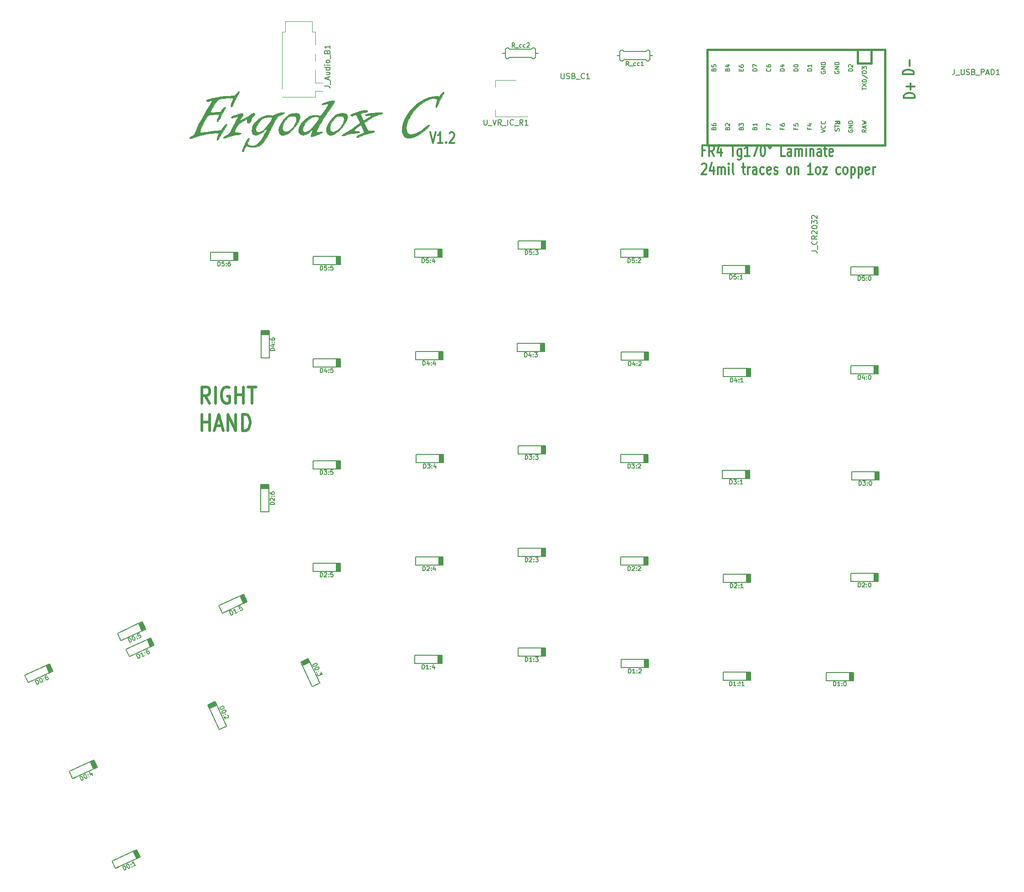
<source format=gto>
G04 #@! TF.GenerationSoftware,KiCad,Pcbnew,(5.0.2)-1*
G04 #@! TF.CreationDate,2019-03-30T19:47:43+05:30*
G04 #@! TF.ProjectId,ErgodoxBle,4572676f-646f-4784-926c-652e6b696361,rev?*
G04 #@! TF.SameCoordinates,Original*
G04 #@! TF.FileFunction,Legend,Top*
G04 #@! TF.FilePolarity,Positive*
%FSLAX46Y46*%
G04 Gerber Fmt 4.6, Leading zero omitted, Abs format (unit mm)*
G04 Created by KiCad (PCBNEW (5.0.2)-1) date 3/30/2019 7:47:43 PM*
%MOMM*%
%LPD*%
G01*
G04 APERTURE LIST*
%ADD10C,0.304800*%
%ADD11C,0.508000*%
%ADD12C,0.381000*%
%ADD13C,0.150000*%
%ADD14C,0.120000*%
%ADD15C,0.010000*%
G04 APERTURE END LIST*
D10*
X110641674Y-49402758D02*
X111149674Y-51434758D01*
X111657674Y-49402758D01*
X112963960Y-51434758D02*
X112093102Y-51434758D01*
X112528531Y-51434758D02*
X112528531Y-49402758D01*
X112383388Y-49693043D01*
X112238245Y-49886567D01*
X112093102Y-49983329D01*
X113617102Y-51241234D02*
X113689674Y-51337996D01*
X113617102Y-51434758D01*
X113544531Y-51337996D01*
X113617102Y-51241234D01*
X113617102Y-51434758D01*
X114270245Y-49596281D02*
X114342817Y-49499520D01*
X114487960Y-49402758D01*
X114850817Y-49402758D01*
X114995960Y-49499520D01*
X115068531Y-49596281D01*
X115141102Y-49789805D01*
X115141102Y-49983329D01*
X115068531Y-50273615D01*
X114197674Y-51434758D01*
X115141102Y-51434758D01*
X200705478Y-42990951D02*
X198673478Y-42990951D01*
X198673478Y-42628094D01*
X198770240Y-42410380D01*
X198963763Y-42265237D01*
X199157287Y-42192665D01*
X199544335Y-42120094D01*
X199834620Y-42120094D01*
X200221668Y-42192665D01*
X200415192Y-42265237D01*
X200608716Y-42410380D01*
X200705478Y-42628094D01*
X200705478Y-42990951D01*
X199931382Y-41466951D02*
X199931382Y-40305808D01*
X200705478Y-40886380D02*
X199157287Y-40886380D01*
X200487038Y-38634851D02*
X198455038Y-38634851D01*
X198455038Y-38271994D01*
X198551800Y-38054280D01*
X198745323Y-37909137D01*
X198938847Y-37836565D01*
X199325895Y-37763994D01*
X199616180Y-37763994D01*
X200003228Y-37836565D01*
X200196752Y-37909137D01*
X200390276Y-38054280D01*
X200487038Y-38271994D01*
X200487038Y-38634851D01*
X199712942Y-37110851D02*
X199712942Y-35949708D01*
D11*
X69696390Y-99803857D02*
X68849723Y-98352428D01*
X68244961Y-99803857D02*
X68244961Y-96755857D01*
X69212580Y-96755857D01*
X69454485Y-96901000D01*
X69575438Y-97046142D01*
X69696390Y-97336428D01*
X69696390Y-97771857D01*
X69575438Y-98062142D01*
X69454485Y-98207285D01*
X69212580Y-98352428D01*
X68244961Y-98352428D01*
X70784961Y-99803857D02*
X70784961Y-96755857D01*
X73324961Y-96901000D02*
X73083057Y-96755857D01*
X72720200Y-96755857D01*
X72357342Y-96901000D01*
X72115438Y-97191285D01*
X71994485Y-97481571D01*
X71873533Y-98062142D01*
X71873533Y-98497571D01*
X71994485Y-99078142D01*
X72115438Y-99368428D01*
X72357342Y-99658714D01*
X72720200Y-99803857D01*
X72962104Y-99803857D01*
X73324961Y-99658714D01*
X73445914Y-99513571D01*
X73445914Y-98497571D01*
X72962104Y-98497571D01*
X74534485Y-99803857D02*
X74534485Y-96755857D01*
X74534485Y-98207285D02*
X75985914Y-98207285D01*
X75985914Y-99803857D02*
X75985914Y-96755857D01*
X76832580Y-96755857D02*
X78284009Y-96755857D01*
X77558295Y-99803857D02*
X77558295Y-96755857D01*
X68244961Y-104883857D02*
X68244961Y-101835857D01*
X68244961Y-103287285D02*
X69696390Y-103287285D01*
X69696390Y-104883857D02*
X69696390Y-101835857D01*
X70784961Y-104013000D02*
X71994485Y-104013000D01*
X70543057Y-104883857D02*
X71389723Y-101835857D01*
X72236390Y-104883857D01*
X73083057Y-104883857D02*
X73083057Y-101835857D01*
X74534485Y-104883857D01*
X74534485Y-101835857D01*
X75744009Y-104883857D02*
X75744009Y-101835857D01*
X76348771Y-101835857D01*
X76711628Y-101981000D01*
X76953533Y-102271285D01*
X77074485Y-102561571D01*
X77195438Y-103142142D01*
X77195438Y-103577571D01*
X77074485Y-104158142D01*
X76953533Y-104448428D01*
X76711628Y-104738714D01*
X76348771Y-104883857D01*
X75744009Y-104883857D01*
D10*
X161723977Y-52788457D02*
X161215977Y-52788457D01*
X161215977Y-53852838D02*
X161215977Y-51820838D01*
X161941691Y-51820838D01*
X163393120Y-53852838D02*
X162885120Y-52885219D01*
X162522262Y-53852838D02*
X162522262Y-51820838D01*
X163102834Y-51820838D01*
X163247977Y-51917600D01*
X163320548Y-52014361D01*
X163393120Y-52207885D01*
X163393120Y-52498171D01*
X163320548Y-52691695D01*
X163247977Y-52788457D01*
X163102834Y-52885219D01*
X162522262Y-52885219D01*
X164699405Y-52498171D02*
X164699405Y-53852838D01*
X164336548Y-51724076D02*
X163973691Y-53175504D01*
X164917120Y-53175504D01*
X166441120Y-51820838D02*
X167311977Y-51820838D01*
X166876548Y-53852838D02*
X166876548Y-51820838D01*
X168473120Y-52498171D02*
X168473120Y-54143123D01*
X168400548Y-54336647D01*
X168327977Y-54433409D01*
X168182834Y-54530171D01*
X167965120Y-54530171D01*
X167819977Y-54433409D01*
X168473120Y-53756076D02*
X168327977Y-53852838D01*
X168037691Y-53852838D01*
X167892548Y-53756076D01*
X167819977Y-53659314D01*
X167747405Y-53465790D01*
X167747405Y-52885219D01*
X167819977Y-52691695D01*
X167892548Y-52594933D01*
X168037691Y-52498171D01*
X168327977Y-52498171D01*
X168473120Y-52594933D01*
X169997120Y-53852838D02*
X169126262Y-53852838D01*
X169561691Y-53852838D02*
X169561691Y-51820838D01*
X169416548Y-52111123D01*
X169271405Y-52304647D01*
X169126262Y-52401409D01*
X170505120Y-51820838D02*
X171521120Y-51820838D01*
X170867977Y-53852838D01*
X172391977Y-51820838D02*
X172537120Y-51820838D01*
X172682262Y-51917600D01*
X172754834Y-52014361D01*
X172827405Y-52207885D01*
X172899977Y-52594933D01*
X172899977Y-53078742D01*
X172827405Y-53465790D01*
X172754834Y-53659314D01*
X172682262Y-53756076D01*
X172537120Y-53852838D01*
X172391977Y-53852838D01*
X172246834Y-53756076D01*
X172174262Y-53659314D01*
X172101691Y-53465790D01*
X172029120Y-53078742D01*
X172029120Y-52594933D01*
X172101691Y-52207885D01*
X172174262Y-52014361D01*
X172246834Y-51917600D01*
X172391977Y-51820838D01*
X173770834Y-51820838D02*
X173625691Y-51917600D01*
X173553120Y-52111123D01*
X173625691Y-52304647D01*
X173770834Y-52401409D01*
X173915977Y-52304647D01*
X173988548Y-52111123D01*
X173915977Y-51917600D01*
X173770834Y-51820838D01*
X176601120Y-53852838D02*
X175875405Y-53852838D01*
X175875405Y-51820838D01*
X177762262Y-53852838D02*
X177762262Y-52788457D01*
X177689691Y-52594933D01*
X177544548Y-52498171D01*
X177254262Y-52498171D01*
X177109120Y-52594933D01*
X177762262Y-53756076D02*
X177617120Y-53852838D01*
X177254262Y-53852838D01*
X177109120Y-53756076D01*
X177036548Y-53562552D01*
X177036548Y-53369028D01*
X177109120Y-53175504D01*
X177254262Y-53078742D01*
X177617120Y-53078742D01*
X177762262Y-52981980D01*
X178487977Y-53852838D02*
X178487977Y-52498171D01*
X178487977Y-52691695D02*
X178560548Y-52594933D01*
X178705691Y-52498171D01*
X178923405Y-52498171D01*
X179068548Y-52594933D01*
X179141120Y-52788457D01*
X179141120Y-53852838D01*
X179141120Y-52788457D02*
X179213691Y-52594933D01*
X179358834Y-52498171D01*
X179576548Y-52498171D01*
X179721691Y-52594933D01*
X179794262Y-52788457D01*
X179794262Y-53852838D01*
X180519977Y-53852838D02*
X180519977Y-52498171D01*
X180519977Y-51820838D02*
X180447405Y-51917600D01*
X180519977Y-52014361D01*
X180592548Y-51917600D01*
X180519977Y-51820838D01*
X180519977Y-52014361D01*
X181245691Y-52498171D02*
X181245691Y-53852838D01*
X181245691Y-52691695D02*
X181318262Y-52594933D01*
X181463405Y-52498171D01*
X181681120Y-52498171D01*
X181826262Y-52594933D01*
X181898834Y-52788457D01*
X181898834Y-53852838D01*
X183277691Y-53852838D02*
X183277691Y-52788457D01*
X183205120Y-52594933D01*
X183059977Y-52498171D01*
X182769691Y-52498171D01*
X182624548Y-52594933D01*
X183277691Y-53756076D02*
X183132548Y-53852838D01*
X182769691Y-53852838D01*
X182624548Y-53756076D01*
X182551977Y-53562552D01*
X182551977Y-53369028D01*
X182624548Y-53175504D01*
X182769691Y-53078742D01*
X183132548Y-53078742D01*
X183277691Y-52981980D01*
X183785691Y-52498171D02*
X184366262Y-52498171D01*
X184003405Y-51820838D02*
X184003405Y-53562552D01*
X184075977Y-53756076D01*
X184221120Y-53852838D01*
X184366262Y-53852838D01*
X185454834Y-53756076D02*
X185309691Y-53852838D01*
X185019405Y-53852838D01*
X184874262Y-53756076D01*
X184801691Y-53562552D01*
X184801691Y-52788457D01*
X184874262Y-52594933D01*
X185019405Y-52498171D01*
X185309691Y-52498171D01*
X185454834Y-52594933D01*
X185527405Y-52788457D01*
X185527405Y-52981980D01*
X184801691Y-53175504D01*
X161143405Y-55367161D02*
X161215977Y-55270400D01*
X161361120Y-55173638D01*
X161723977Y-55173638D01*
X161869120Y-55270400D01*
X161941691Y-55367161D01*
X162014262Y-55560685D01*
X162014262Y-55754209D01*
X161941691Y-56044495D01*
X161070834Y-57205638D01*
X162014262Y-57205638D01*
X163320548Y-55850971D02*
X163320548Y-57205638D01*
X162957691Y-55076876D02*
X162594834Y-56528304D01*
X163538262Y-56528304D01*
X164118834Y-57205638D02*
X164118834Y-55850971D01*
X164118834Y-56044495D02*
X164191405Y-55947733D01*
X164336548Y-55850971D01*
X164554262Y-55850971D01*
X164699405Y-55947733D01*
X164771977Y-56141257D01*
X164771977Y-57205638D01*
X164771977Y-56141257D02*
X164844548Y-55947733D01*
X164989691Y-55850971D01*
X165207405Y-55850971D01*
X165352548Y-55947733D01*
X165425120Y-56141257D01*
X165425120Y-57205638D01*
X166150834Y-57205638D02*
X166150834Y-55850971D01*
X166150834Y-55173638D02*
X166078262Y-55270400D01*
X166150834Y-55367161D01*
X166223405Y-55270400D01*
X166150834Y-55173638D01*
X166150834Y-55367161D01*
X167094262Y-57205638D02*
X166949120Y-57108876D01*
X166876548Y-56915352D01*
X166876548Y-55173638D01*
X168618262Y-55850971D02*
X169198834Y-55850971D01*
X168835977Y-55173638D02*
X168835977Y-56915352D01*
X168908548Y-57108876D01*
X169053691Y-57205638D01*
X169198834Y-57205638D01*
X169706834Y-57205638D02*
X169706834Y-55850971D01*
X169706834Y-56238019D02*
X169779405Y-56044495D01*
X169851977Y-55947733D01*
X169997120Y-55850971D01*
X170142262Y-55850971D01*
X171303405Y-57205638D02*
X171303405Y-56141257D01*
X171230834Y-55947733D01*
X171085691Y-55850971D01*
X170795405Y-55850971D01*
X170650262Y-55947733D01*
X171303405Y-57108876D02*
X171158262Y-57205638D01*
X170795405Y-57205638D01*
X170650262Y-57108876D01*
X170577691Y-56915352D01*
X170577691Y-56721828D01*
X170650262Y-56528304D01*
X170795405Y-56431542D01*
X171158262Y-56431542D01*
X171303405Y-56334780D01*
X172682262Y-57108876D02*
X172537120Y-57205638D01*
X172246834Y-57205638D01*
X172101691Y-57108876D01*
X172029120Y-57012114D01*
X171956548Y-56818590D01*
X171956548Y-56238019D01*
X172029120Y-56044495D01*
X172101691Y-55947733D01*
X172246834Y-55850971D01*
X172537120Y-55850971D01*
X172682262Y-55947733D01*
X173915977Y-57108876D02*
X173770834Y-57205638D01*
X173480548Y-57205638D01*
X173335405Y-57108876D01*
X173262834Y-56915352D01*
X173262834Y-56141257D01*
X173335405Y-55947733D01*
X173480548Y-55850971D01*
X173770834Y-55850971D01*
X173915977Y-55947733D01*
X173988548Y-56141257D01*
X173988548Y-56334780D01*
X173262834Y-56528304D01*
X174569120Y-57108876D02*
X174714262Y-57205638D01*
X175004548Y-57205638D01*
X175149691Y-57108876D01*
X175222262Y-56915352D01*
X175222262Y-56818590D01*
X175149691Y-56625066D01*
X175004548Y-56528304D01*
X174786834Y-56528304D01*
X174641691Y-56431542D01*
X174569120Y-56238019D01*
X174569120Y-56141257D01*
X174641691Y-55947733D01*
X174786834Y-55850971D01*
X175004548Y-55850971D01*
X175149691Y-55947733D01*
X177254262Y-57205638D02*
X177109120Y-57108876D01*
X177036548Y-57012114D01*
X176963977Y-56818590D01*
X176963977Y-56238019D01*
X177036548Y-56044495D01*
X177109120Y-55947733D01*
X177254262Y-55850971D01*
X177471977Y-55850971D01*
X177617120Y-55947733D01*
X177689691Y-56044495D01*
X177762262Y-56238019D01*
X177762262Y-56818590D01*
X177689691Y-57012114D01*
X177617120Y-57108876D01*
X177471977Y-57205638D01*
X177254262Y-57205638D01*
X178415405Y-55850971D02*
X178415405Y-57205638D01*
X178415405Y-56044495D02*
X178487977Y-55947733D01*
X178633120Y-55850971D01*
X178850834Y-55850971D01*
X178995977Y-55947733D01*
X179068548Y-56141257D01*
X179068548Y-57205638D01*
X181753691Y-57205638D02*
X180882834Y-57205638D01*
X181318262Y-57205638D02*
X181318262Y-55173638D01*
X181173120Y-55463923D01*
X181027977Y-55657447D01*
X180882834Y-55754209D01*
X182624548Y-57205638D02*
X182479405Y-57108876D01*
X182406834Y-57012114D01*
X182334262Y-56818590D01*
X182334262Y-56238019D01*
X182406834Y-56044495D01*
X182479405Y-55947733D01*
X182624548Y-55850971D01*
X182842262Y-55850971D01*
X182987405Y-55947733D01*
X183059977Y-56044495D01*
X183132548Y-56238019D01*
X183132548Y-56818590D01*
X183059977Y-57012114D01*
X182987405Y-57108876D01*
X182842262Y-57205638D01*
X182624548Y-57205638D01*
X183640548Y-55850971D02*
X184438834Y-55850971D01*
X183640548Y-57205638D01*
X184438834Y-57205638D01*
X186833691Y-57108876D02*
X186688548Y-57205638D01*
X186398262Y-57205638D01*
X186253120Y-57108876D01*
X186180548Y-57012114D01*
X186107977Y-56818590D01*
X186107977Y-56238019D01*
X186180548Y-56044495D01*
X186253120Y-55947733D01*
X186398262Y-55850971D01*
X186688548Y-55850971D01*
X186833691Y-55947733D01*
X187704548Y-57205638D02*
X187559405Y-57108876D01*
X187486834Y-57012114D01*
X187414262Y-56818590D01*
X187414262Y-56238019D01*
X187486834Y-56044495D01*
X187559405Y-55947733D01*
X187704548Y-55850971D01*
X187922262Y-55850971D01*
X188067405Y-55947733D01*
X188139977Y-56044495D01*
X188212548Y-56238019D01*
X188212548Y-56818590D01*
X188139977Y-57012114D01*
X188067405Y-57108876D01*
X187922262Y-57205638D01*
X187704548Y-57205638D01*
X188865691Y-55850971D02*
X188865691Y-57882971D01*
X188865691Y-55947733D02*
X189010834Y-55850971D01*
X189301120Y-55850971D01*
X189446262Y-55947733D01*
X189518834Y-56044495D01*
X189591405Y-56238019D01*
X189591405Y-56818590D01*
X189518834Y-57012114D01*
X189446262Y-57108876D01*
X189301120Y-57205638D01*
X189010834Y-57205638D01*
X188865691Y-57108876D01*
X190244548Y-55850971D02*
X190244548Y-57882971D01*
X190244548Y-55947733D02*
X190389691Y-55850971D01*
X190679977Y-55850971D01*
X190825120Y-55947733D01*
X190897691Y-56044495D01*
X190970262Y-56238019D01*
X190970262Y-56818590D01*
X190897691Y-57012114D01*
X190825120Y-57108876D01*
X190679977Y-57205638D01*
X190389691Y-57205638D01*
X190244548Y-57108876D01*
X192203977Y-57108876D02*
X192058834Y-57205638D01*
X191768548Y-57205638D01*
X191623405Y-57108876D01*
X191550834Y-56915352D01*
X191550834Y-56141257D01*
X191623405Y-55947733D01*
X191768548Y-55850971D01*
X192058834Y-55850971D01*
X192203977Y-55947733D01*
X192276548Y-56141257D01*
X192276548Y-56334780D01*
X191550834Y-56528304D01*
X192929691Y-57205638D02*
X192929691Y-55850971D01*
X192929691Y-56238019D02*
X193002262Y-56044495D01*
X193074834Y-55947733D01*
X193219977Y-55850971D01*
X193365120Y-55850971D01*
D12*
G04 #@! TO.C,proMicro1*
X192636140Y-34008060D02*
X162156140Y-34008060D01*
X162156140Y-34008060D02*
X162156140Y-51788060D01*
X162156140Y-51788060D02*
X192636140Y-51788060D01*
X192636140Y-36548060D02*
X190096140Y-36548060D01*
X190096140Y-36548060D02*
X190096140Y-34008060D01*
D13*
G36*
X186756780Y-47829628D02*
X186456780Y-47829628D01*
X186456780Y-47729628D01*
X186756780Y-47729628D01*
X186756780Y-47829628D01*
G37*
X186756780Y-47829628D02*
X186456780Y-47829628D01*
X186456780Y-47729628D01*
X186756780Y-47729628D01*
X186756780Y-47829628D01*
G36*
X186356780Y-47629628D02*
X186256780Y-47629628D01*
X186256780Y-47529628D01*
X186356780Y-47529628D01*
X186356780Y-47629628D01*
G37*
X186356780Y-47629628D02*
X186256780Y-47629628D01*
X186256780Y-47529628D01*
X186356780Y-47529628D01*
X186356780Y-47629628D01*
G36*
X186756780Y-47829628D02*
X186656780Y-47829628D01*
X186656780Y-47329628D01*
X186756780Y-47329628D01*
X186756780Y-47829628D01*
G37*
X186756780Y-47829628D02*
X186656780Y-47829628D01*
X186656780Y-47329628D01*
X186756780Y-47329628D01*
X186756780Y-47829628D01*
G36*
X186756780Y-47429628D02*
X185956780Y-47429628D01*
X185956780Y-47329628D01*
X186756780Y-47329628D01*
X186756780Y-47429628D01*
G37*
X186756780Y-47429628D02*
X185956780Y-47429628D01*
X185956780Y-47329628D01*
X186756780Y-47329628D01*
X186756780Y-47429628D01*
G36*
X186156780Y-47829628D02*
X185956780Y-47829628D01*
X185956780Y-47729628D01*
X186156780Y-47729628D01*
X186156780Y-47829628D01*
G37*
X186156780Y-47829628D02*
X185956780Y-47829628D01*
X185956780Y-47729628D01*
X186156780Y-47729628D01*
X186156780Y-47829628D01*
D12*
X192636140Y-51788060D02*
X195176140Y-51788060D01*
X195176140Y-51788060D02*
X195176140Y-34008060D01*
X195176140Y-34008060D02*
X192636140Y-34008060D01*
X192636140Y-36548060D02*
X192636140Y-34008060D01*
D13*
G04 #@! TO.C,D0:1*
X52190593Y-186312837D02*
X56794637Y-184165936D01*
X56794637Y-184165936D02*
X56150567Y-182784723D01*
X56150567Y-182784723D02*
X51546523Y-184931624D01*
X51546523Y-184931624D02*
X52190593Y-186312837D01*
X52190593Y-186312837D02*
X52650998Y-186098147D01*
X56449334Y-184326954D02*
X55805263Y-182945741D01*
X55920364Y-182892068D02*
X56564435Y-184273281D01*
X56679536Y-184219609D02*
X56035466Y-182838396D01*
X55690162Y-182999413D02*
X56334233Y-184380626D01*
X56219131Y-184434299D02*
X55575061Y-183053086D01*
X56104030Y-184487971D02*
X55459960Y-183106758D01*
G04 #@! TO.C,D0:2*
X71018645Y-155922381D02*
X69637432Y-156566451D01*
X70964973Y-155807280D02*
X69583760Y-156451350D01*
X69530087Y-156336249D02*
X70911300Y-155692178D01*
X70750283Y-155346875D02*
X69369070Y-155990945D01*
X69422742Y-156106047D02*
X70803955Y-155461976D01*
X70857628Y-155577077D02*
X69476415Y-156221148D01*
X72843511Y-159835818D02*
X72628821Y-159375413D01*
X71462298Y-160479888D02*
X72843511Y-159835818D01*
X69315397Y-155875844D02*
X71462298Y-160479888D01*
X70696610Y-155231774D02*
X69315397Y-155875844D01*
X72843511Y-159835818D02*
X70696610Y-155231774D01*
G04 #@! TO.C,D0:3*
X90156057Y-151839987D02*
X88009156Y-147235943D01*
X88009156Y-147235943D02*
X86627943Y-147880013D01*
X86627943Y-147880013D02*
X88774844Y-152484057D01*
X88774844Y-152484057D02*
X90156057Y-151839987D01*
X90156057Y-151839987D02*
X89941367Y-151379582D01*
X88170174Y-147581246D02*
X86788961Y-148225317D01*
X86735288Y-148110216D02*
X88116501Y-147466145D01*
X88062829Y-147351044D02*
X86681616Y-147995114D01*
X86842633Y-148340418D02*
X88223846Y-147696347D01*
X88277519Y-147811449D02*
X86896306Y-148455519D01*
X88331191Y-147926550D02*
X86949978Y-148570620D01*
G04 #@! TO.C,D0:4*
X48141219Y-167792645D02*
X47497149Y-166411432D01*
X48256320Y-167738973D02*
X47612250Y-166357760D01*
X47727351Y-166304087D02*
X48371422Y-167685300D01*
X48716725Y-167524283D02*
X48072655Y-166143070D01*
X47957553Y-166196742D02*
X48601624Y-167577955D01*
X48486523Y-167631628D02*
X47842452Y-166250415D01*
X44227782Y-169617511D02*
X44688187Y-169402821D01*
X43583712Y-168236298D02*
X44227782Y-169617511D01*
X48187756Y-166089397D02*
X43583712Y-168236298D01*
X48831826Y-167470610D02*
X48187756Y-166089397D01*
X44227782Y-169617511D02*
X48831826Y-167470610D01*
G04 #@! TO.C,D0:5*
X53193982Y-143938111D02*
X57798026Y-141791210D01*
X57798026Y-141791210D02*
X57153956Y-140409997D01*
X57153956Y-140409997D02*
X52549912Y-142556898D01*
X52549912Y-142556898D02*
X53193982Y-143938111D01*
X53193982Y-143938111D02*
X53654387Y-143723421D01*
X57452723Y-141952228D02*
X56808652Y-140571015D01*
X56923753Y-140517342D02*
X57567824Y-141898555D01*
X57682925Y-141844883D02*
X57038855Y-140463670D01*
X56693551Y-140624687D02*
X57337622Y-142005900D01*
X57222520Y-142059573D02*
X56578450Y-140678360D01*
X57107419Y-142113245D02*
X56463349Y-140732032D01*
G04 #@! TO.C,D0:6*
X39906450Y-149926191D02*
X39262380Y-148544978D01*
X40021551Y-149872519D02*
X39377481Y-148491306D01*
X39492582Y-148437633D02*
X40136653Y-149818846D01*
X40481956Y-149657829D02*
X39837886Y-148276616D01*
X39722784Y-148330288D02*
X40366855Y-149711501D01*
X40251754Y-149765174D02*
X39607683Y-148383961D01*
X35993013Y-151751057D02*
X36453418Y-151536367D01*
X35348943Y-150369844D02*
X35993013Y-151751057D01*
X39952987Y-148222943D02*
X35348943Y-150369844D01*
X40597057Y-149604156D02*
X39952987Y-148222943D01*
X35993013Y-151751057D02*
X40597057Y-149604156D01*
G04 #@! TO.C,D1:0*
X188561980Y-151350980D02*
X188561980Y-149826980D01*
X188688980Y-151350980D02*
X188688980Y-149826980D01*
X188815980Y-149826980D02*
X188815980Y-151350980D01*
X189196980Y-151350980D02*
X189196980Y-149826980D01*
X189069980Y-149826980D02*
X189069980Y-151350980D01*
X188942980Y-151350980D02*
X188942980Y-149826980D01*
X184243980Y-151350980D02*
X184751980Y-151350980D01*
X184243980Y-149826980D02*
X184243980Y-151350980D01*
X189323980Y-149826980D02*
X184243980Y-149826980D01*
X189323980Y-151350980D02*
X189323980Y-149826980D01*
X184243980Y-151350980D02*
X189323980Y-151350980D01*
G04 #@! TO.C,D1:2*
X150495000Y-148971000D02*
X150495000Y-147447000D01*
X150622000Y-148971000D02*
X150622000Y-147447000D01*
X150749000Y-147447000D02*
X150749000Y-148971000D01*
X151130000Y-148971000D02*
X151130000Y-147447000D01*
X151003000Y-147447000D02*
X151003000Y-148971000D01*
X150876000Y-148971000D02*
X150876000Y-147447000D01*
X146177000Y-148971000D02*
X146685000Y-148971000D01*
X146177000Y-147447000D02*
X146177000Y-148971000D01*
X151257000Y-147447000D02*
X146177000Y-147447000D01*
X151257000Y-148971000D02*
X151257000Y-147447000D01*
X146177000Y-148971000D02*
X151257000Y-148971000D01*
G04 #@! TO.C,D1:3*
X127000000Y-146812000D02*
X132080000Y-146812000D01*
X132080000Y-146812000D02*
X132080000Y-145288000D01*
X132080000Y-145288000D02*
X127000000Y-145288000D01*
X127000000Y-145288000D02*
X127000000Y-146812000D01*
X127000000Y-146812000D02*
X127508000Y-146812000D01*
X131699000Y-146812000D02*
X131699000Y-145288000D01*
X131826000Y-145288000D02*
X131826000Y-146812000D01*
X131953000Y-146812000D02*
X131953000Y-145288000D01*
X131572000Y-145288000D02*
X131572000Y-146812000D01*
X131445000Y-146812000D02*
X131445000Y-145288000D01*
X131318000Y-146812000D02*
X131318000Y-145288000D01*
G04 #@! TO.C,D1:4*
X112141000Y-148209000D02*
X112141000Y-146685000D01*
X112268000Y-148209000D02*
X112268000Y-146685000D01*
X112395000Y-146685000D02*
X112395000Y-148209000D01*
X112776000Y-148209000D02*
X112776000Y-146685000D01*
X112649000Y-146685000D02*
X112649000Y-148209000D01*
X112522000Y-148209000D02*
X112522000Y-146685000D01*
X107823000Y-148209000D02*
X108331000Y-148209000D01*
X107823000Y-146685000D02*
X107823000Y-148209000D01*
X112903000Y-146685000D02*
X107823000Y-146685000D01*
X112903000Y-148209000D02*
X112903000Y-146685000D01*
X107823000Y-148209000D02*
X112903000Y-148209000D01*
G04 #@! TO.C,D1:5*
X75974450Y-137015525D02*
X75330380Y-135634312D01*
X76089551Y-136961853D02*
X75445481Y-135580640D01*
X75560582Y-135526967D02*
X76204653Y-136908180D01*
X76549956Y-136747163D02*
X75905886Y-135365950D01*
X75790784Y-135419622D02*
X76434855Y-136800835D01*
X76319754Y-136854508D02*
X75675683Y-135473295D01*
X72061013Y-138840391D02*
X72521418Y-138625701D01*
X71416943Y-137459178D02*
X72061013Y-138840391D01*
X76020987Y-135312277D02*
X71416943Y-137459178D01*
X76665057Y-136693490D02*
X76020987Y-135312277D01*
X72061013Y-138840391D02*
X76665057Y-136693490D01*
G04 #@! TO.C,D1:6*
X54789013Y-146925057D02*
X59393057Y-144778156D01*
X59393057Y-144778156D02*
X58748987Y-143396943D01*
X58748987Y-143396943D02*
X54144943Y-145543844D01*
X54144943Y-145543844D02*
X54789013Y-146925057D01*
X54789013Y-146925057D02*
X55249418Y-146710367D01*
X59047754Y-144939174D02*
X58403682Y-143557961D01*
X58518784Y-143504288D02*
X59162855Y-144885501D01*
X59277956Y-144831829D02*
X58633886Y-143450617D01*
X58288582Y-143611633D02*
X58932653Y-144992846D01*
X58817551Y-145046519D02*
X58173481Y-143665306D01*
X58702450Y-145100191D02*
X58058380Y-143718978D01*
G04 #@! TO.C,D1:!1*
X169418000Y-151325580D02*
X169418000Y-149801580D01*
X169545000Y-151325580D02*
X169545000Y-149801580D01*
X169672000Y-149801580D02*
X169672000Y-151325580D01*
X170053000Y-151325580D02*
X170053000Y-149801580D01*
X169926000Y-149801580D02*
X169926000Y-151325580D01*
X169799000Y-151325580D02*
X169799000Y-149801580D01*
X165100000Y-151325580D02*
X165608000Y-151325580D01*
X165100000Y-149801580D02*
X165100000Y-151325580D01*
X170180000Y-149801580D02*
X165100000Y-149801580D01*
X170180000Y-151325580D02*
X170180000Y-149801580D01*
X165100000Y-151325580D02*
X170180000Y-151325580D01*
G04 #@! TO.C,D2:0*
X188849000Y-132969000D02*
X193929000Y-132969000D01*
X193929000Y-132969000D02*
X193929000Y-131445000D01*
X193929000Y-131445000D02*
X188849000Y-131445000D01*
X188849000Y-131445000D02*
X188849000Y-132969000D01*
X188849000Y-132969000D02*
X189357000Y-132969000D01*
X193548000Y-132969000D02*
X193548000Y-131445000D01*
X193675000Y-131445000D02*
X193675000Y-132969000D01*
X193802000Y-132969000D02*
X193802000Y-131445000D01*
X193421000Y-131445000D02*
X193421000Y-132969000D01*
X193294000Y-132969000D02*
X193294000Y-131445000D01*
X193167000Y-132969000D02*
X193167000Y-131445000D01*
G04 #@! TO.C,D2:1*
X165100000Y-133096000D02*
X170180000Y-133096000D01*
X170180000Y-133096000D02*
X170180000Y-131572000D01*
X170180000Y-131572000D02*
X165100000Y-131572000D01*
X165100000Y-131572000D02*
X165100000Y-133096000D01*
X165100000Y-133096000D02*
X165608000Y-133096000D01*
X169799000Y-133096000D02*
X169799000Y-131572000D01*
X169926000Y-131572000D02*
X169926000Y-133096000D01*
X170053000Y-133096000D02*
X170053000Y-131572000D01*
X169672000Y-131572000D02*
X169672000Y-133096000D01*
X169545000Y-133096000D02*
X169545000Y-131572000D01*
X169418000Y-133096000D02*
X169418000Y-131572000D01*
G04 #@! TO.C,D2:2*
X150368000Y-129921000D02*
X150368000Y-128397000D01*
X150495000Y-129921000D02*
X150495000Y-128397000D01*
X150622000Y-128397000D02*
X150622000Y-129921000D01*
X151003000Y-129921000D02*
X151003000Y-128397000D01*
X150876000Y-128397000D02*
X150876000Y-129921000D01*
X150749000Y-129921000D02*
X150749000Y-128397000D01*
X146050000Y-129921000D02*
X146558000Y-129921000D01*
X146050000Y-128397000D02*
X146050000Y-129921000D01*
X151130000Y-128397000D02*
X146050000Y-128397000D01*
X151130000Y-129921000D02*
X151130000Y-128397000D01*
X146050000Y-129921000D02*
X151130000Y-129921000D01*
G04 #@! TO.C,D2:3*
X127000000Y-128270000D02*
X132080000Y-128270000D01*
X132080000Y-128270000D02*
X132080000Y-126746000D01*
X132080000Y-126746000D02*
X127000000Y-126746000D01*
X127000000Y-126746000D02*
X127000000Y-128270000D01*
X127000000Y-128270000D02*
X127508000Y-128270000D01*
X131699000Y-128270000D02*
X131699000Y-126746000D01*
X131826000Y-126746000D02*
X131826000Y-128270000D01*
X131953000Y-128270000D02*
X131953000Y-126746000D01*
X131572000Y-126746000D02*
X131572000Y-128270000D01*
X131445000Y-128270000D02*
X131445000Y-126746000D01*
X131318000Y-128270000D02*
X131318000Y-126746000D01*
G04 #@! TO.C,D2:4*
X112268000Y-129921000D02*
X112268000Y-128397000D01*
X112395000Y-129921000D02*
X112395000Y-128397000D01*
X112522000Y-128397000D02*
X112522000Y-129921000D01*
X112903000Y-129921000D02*
X112903000Y-128397000D01*
X112776000Y-128397000D02*
X112776000Y-129921000D01*
X112649000Y-129921000D02*
X112649000Y-128397000D01*
X107950000Y-129921000D02*
X108458000Y-129921000D01*
X107950000Y-128397000D02*
X107950000Y-129921000D01*
X113030000Y-128397000D02*
X107950000Y-128397000D01*
X113030000Y-129921000D02*
X113030000Y-128397000D01*
X107950000Y-129921000D02*
X113030000Y-129921000D01*
G04 #@! TO.C,D2:5*
X88900000Y-131064000D02*
X93980000Y-131064000D01*
X93980000Y-131064000D02*
X93980000Y-129540000D01*
X93980000Y-129540000D02*
X88900000Y-129540000D01*
X88900000Y-129540000D02*
X88900000Y-131064000D01*
X88900000Y-131064000D02*
X89408000Y-131064000D01*
X93599000Y-131064000D02*
X93599000Y-129540000D01*
X93726000Y-129540000D02*
X93726000Y-131064000D01*
X93853000Y-131064000D02*
X93853000Y-129540000D01*
X93472000Y-129540000D02*
X93472000Y-131064000D01*
X93345000Y-131064000D02*
X93345000Y-129540000D01*
X93218000Y-131064000D02*
X93218000Y-129540000D01*
G04 #@! TO.C,D2:6*
X80721200Y-115671600D02*
X79197200Y-115671600D01*
X80721200Y-115544600D02*
X79197200Y-115544600D01*
X79197200Y-115417600D02*
X80721200Y-115417600D01*
X80721200Y-115036600D02*
X79197200Y-115036600D01*
X79197200Y-115163600D02*
X80721200Y-115163600D01*
X80721200Y-115290600D02*
X79197200Y-115290600D01*
X80721200Y-119989600D02*
X80721200Y-119481600D01*
X79197200Y-119989600D02*
X80721200Y-119989600D01*
X79197200Y-114909600D02*
X79197200Y-119989600D01*
X80721200Y-114909600D02*
X79197200Y-114909600D01*
X80721200Y-119989600D02*
X80721200Y-114909600D01*
G04 #@! TO.C,D3:0*
X193294000Y-114046000D02*
X193294000Y-112522000D01*
X193421000Y-114046000D02*
X193421000Y-112522000D01*
X193548000Y-112522000D02*
X193548000Y-114046000D01*
X193929000Y-114046000D02*
X193929000Y-112522000D01*
X193802000Y-112522000D02*
X193802000Y-114046000D01*
X193675000Y-114046000D02*
X193675000Y-112522000D01*
X188976000Y-114046000D02*
X189484000Y-114046000D01*
X188976000Y-112522000D02*
X188976000Y-114046000D01*
X194056000Y-112522000D02*
X188976000Y-112522000D01*
X194056000Y-114046000D02*
X194056000Y-112522000D01*
X188976000Y-114046000D02*
X194056000Y-114046000D01*
G04 #@! TO.C,D3:1*
X164973000Y-113792000D02*
X170053000Y-113792000D01*
X170053000Y-113792000D02*
X170053000Y-112268000D01*
X170053000Y-112268000D02*
X164973000Y-112268000D01*
X164973000Y-112268000D02*
X164973000Y-113792000D01*
X164973000Y-113792000D02*
X165481000Y-113792000D01*
X169672000Y-113792000D02*
X169672000Y-112268000D01*
X169799000Y-112268000D02*
X169799000Y-113792000D01*
X169926000Y-113792000D02*
X169926000Y-112268000D01*
X169545000Y-112268000D02*
X169545000Y-113792000D01*
X169418000Y-113792000D02*
X169418000Y-112268000D01*
X169291000Y-113792000D02*
X169291000Y-112268000D01*
G04 #@! TO.C,D3:2*
X150368000Y-110871000D02*
X150368000Y-109347000D01*
X150495000Y-110871000D02*
X150495000Y-109347000D01*
X150622000Y-109347000D02*
X150622000Y-110871000D01*
X151003000Y-110871000D02*
X151003000Y-109347000D01*
X150876000Y-109347000D02*
X150876000Y-110871000D01*
X150749000Y-110871000D02*
X150749000Y-109347000D01*
X146050000Y-110871000D02*
X146558000Y-110871000D01*
X146050000Y-109347000D02*
X146050000Y-110871000D01*
X151130000Y-109347000D02*
X146050000Y-109347000D01*
X151130000Y-110871000D02*
X151130000Y-109347000D01*
X146050000Y-110871000D02*
X151130000Y-110871000D01*
G04 #@! TO.C,D3:3*
X127000000Y-109220000D02*
X132080000Y-109220000D01*
X132080000Y-109220000D02*
X132080000Y-107696000D01*
X132080000Y-107696000D02*
X127000000Y-107696000D01*
X127000000Y-107696000D02*
X127000000Y-109220000D01*
X127000000Y-109220000D02*
X127508000Y-109220000D01*
X131699000Y-109220000D02*
X131699000Y-107696000D01*
X131826000Y-107696000D02*
X131826000Y-109220000D01*
X131953000Y-109220000D02*
X131953000Y-107696000D01*
X131572000Y-107696000D02*
X131572000Y-109220000D01*
X131445000Y-109220000D02*
X131445000Y-107696000D01*
X131318000Y-109220000D02*
X131318000Y-107696000D01*
G04 #@! TO.C,D3:4*
X112395000Y-110871000D02*
X112395000Y-109347000D01*
X112522000Y-110871000D02*
X112522000Y-109347000D01*
X112649000Y-109347000D02*
X112649000Y-110871000D01*
X113030000Y-110871000D02*
X113030000Y-109347000D01*
X112903000Y-109347000D02*
X112903000Y-110871000D01*
X112776000Y-110871000D02*
X112776000Y-109347000D01*
X108077000Y-110871000D02*
X108585000Y-110871000D01*
X108077000Y-109347000D02*
X108077000Y-110871000D01*
X113157000Y-109347000D02*
X108077000Y-109347000D01*
X113157000Y-110871000D02*
X113157000Y-109347000D01*
X108077000Y-110871000D02*
X113157000Y-110871000D01*
G04 #@! TO.C,D3:5*
X88900000Y-112014000D02*
X93980000Y-112014000D01*
X93980000Y-112014000D02*
X93980000Y-110490000D01*
X93980000Y-110490000D02*
X88900000Y-110490000D01*
X88900000Y-110490000D02*
X88900000Y-112014000D01*
X88900000Y-112014000D02*
X89408000Y-112014000D01*
X93599000Y-112014000D02*
X93599000Y-110490000D01*
X93726000Y-110490000D02*
X93726000Y-112014000D01*
X93853000Y-112014000D02*
X93853000Y-110490000D01*
X93472000Y-110490000D02*
X93472000Y-112014000D01*
X93345000Y-112014000D02*
X93345000Y-110490000D01*
X93218000Y-112014000D02*
X93218000Y-110490000D01*
G04 #@! TO.C,D4:0*
X193141600Y-94361000D02*
X193141600Y-92837000D01*
X193268600Y-94361000D02*
X193268600Y-92837000D01*
X193395600Y-92837000D02*
X193395600Y-94361000D01*
X193776600Y-94361000D02*
X193776600Y-92837000D01*
X193649600Y-92837000D02*
X193649600Y-94361000D01*
X193522600Y-94361000D02*
X193522600Y-92837000D01*
X188823600Y-94361000D02*
X189331600Y-94361000D01*
X188823600Y-92837000D02*
X188823600Y-94361000D01*
X193903600Y-92837000D02*
X188823600Y-92837000D01*
X193903600Y-94361000D02*
X193903600Y-92837000D01*
X188823600Y-94361000D02*
X193903600Y-94361000D01*
G04 #@! TO.C,D4:1*
X165100000Y-94869000D02*
X170180000Y-94869000D01*
X170180000Y-94869000D02*
X170180000Y-93345000D01*
X170180000Y-93345000D02*
X165100000Y-93345000D01*
X165100000Y-93345000D02*
X165100000Y-94869000D01*
X165100000Y-94869000D02*
X165608000Y-94869000D01*
X169799000Y-94869000D02*
X169799000Y-93345000D01*
X169926000Y-93345000D02*
X169926000Y-94869000D01*
X170053000Y-94869000D02*
X170053000Y-93345000D01*
X169672000Y-93345000D02*
X169672000Y-94869000D01*
X169545000Y-94869000D02*
X169545000Y-93345000D01*
X169418000Y-94869000D02*
X169418000Y-93345000D01*
G04 #@! TO.C,D4:2*
X150495000Y-91821000D02*
X150495000Y-90297000D01*
X150622000Y-91821000D02*
X150622000Y-90297000D01*
X150749000Y-90297000D02*
X150749000Y-91821000D01*
X151130000Y-91821000D02*
X151130000Y-90297000D01*
X151003000Y-90297000D02*
X151003000Y-91821000D01*
X150876000Y-91821000D02*
X150876000Y-90297000D01*
X146177000Y-91821000D02*
X146685000Y-91821000D01*
X146177000Y-90297000D02*
X146177000Y-91821000D01*
X151257000Y-90297000D02*
X146177000Y-90297000D01*
X151257000Y-91821000D02*
X151257000Y-90297000D01*
X146177000Y-91821000D02*
X151257000Y-91821000D01*
G04 #@! TO.C,D4:3*
X126873000Y-90170000D02*
X131953000Y-90170000D01*
X131953000Y-90170000D02*
X131953000Y-88646000D01*
X131953000Y-88646000D02*
X126873000Y-88646000D01*
X126873000Y-88646000D02*
X126873000Y-90170000D01*
X126873000Y-90170000D02*
X127381000Y-90170000D01*
X131572000Y-90170000D02*
X131572000Y-88646000D01*
X131699000Y-88646000D02*
X131699000Y-90170000D01*
X131826000Y-90170000D02*
X131826000Y-88646000D01*
X131445000Y-88646000D02*
X131445000Y-90170000D01*
X131318000Y-90170000D02*
X131318000Y-88646000D01*
X131191000Y-90170000D02*
X131191000Y-88646000D01*
G04 #@! TO.C,D4:4*
X112268000Y-91694000D02*
X112268000Y-90170000D01*
X112395000Y-91694000D02*
X112395000Y-90170000D01*
X112522000Y-90170000D02*
X112522000Y-91694000D01*
X112903000Y-91694000D02*
X112903000Y-90170000D01*
X112776000Y-90170000D02*
X112776000Y-91694000D01*
X112649000Y-91694000D02*
X112649000Y-90170000D01*
X107950000Y-91694000D02*
X108458000Y-91694000D01*
X107950000Y-90170000D02*
X107950000Y-91694000D01*
X113030000Y-90170000D02*
X107950000Y-90170000D01*
X113030000Y-91694000D02*
X113030000Y-90170000D01*
X107950000Y-91694000D02*
X113030000Y-91694000D01*
G04 #@! TO.C,D4:5*
X88900000Y-93091000D02*
X93980000Y-93091000D01*
X93980000Y-93091000D02*
X93980000Y-91567000D01*
X93980000Y-91567000D02*
X88900000Y-91567000D01*
X88900000Y-91567000D02*
X88900000Y-93091000D01*
X88900000Y-93091000D02*
X89408000Y-93091000D01*
X93599000Y-93091000D02*
X93599000Y-91567000D01*
X93726000Y-91567000D02*
X93726000Y-93091000D01*
X93853000Y-93091000D02*
X93853000Y-91567000D01*
X93472000Y-91567000D02*
X93472000Y-93091000D01*
X93345000Y-93091000D02*
X93345000Y-91567000D01*
X93218000Y-93091000D02*
X93218000Y-91567000D01*
G04 #@! TO.C,D4:6*
X80772000Y-87020400D02*
X79248000Y-87020400D01*
X80772000Y-86893400D02*
X79248000Y-86893400D01*
X79248000Y-86766400D02*
X80772000Y-86766400D01*
X80772000Y-86385400D02*
X79248000Y-86385400D01*
X79248000Y-86512400D02*
X80772000Y-86512400D01*
X80772000Y-86639400D02*
X79248000Y-86639400D01*
X80772000Y-91338400D02*
X80772000Y-90830400D01*
X79248000Y-91338400D02*
X80772000Y-91338400D01*
X79248000Y-86258400D02*
X79248000Y-91338400D01*
X80772000Y-86258400D02*
X79248000Y-86258400D01*
X80772000Y-91338400D02*
X80772000Y-86258400D01*
G04 #@! TO.C,D5:0*
X188849000Y-75946000D02*
X193929000Y-75946000D01*
X193929000Y-75946000D02*
X193929000Y-74422000D01*
X193929000Y-74422000D02*
X188849000Y-74422000D01*
X188849000Y-74422000D02*
X188849000Y-75946000D01*
X188849000Y-75946000D02*
X189357000Y-75946000D01*
X193548000Y-75946000D02*
X193548000Y-74422000D01*
X193675000Y-74422000D02*
X193675000Y-75946000D01*
X193802000Y-75946000D02*
X193802000Y-74422000D01*
X193421000Y-74422000D02*
X193421000Y-75946000D01*
X193294000Y-75946000D02*
X193294000Y-74422000D01*
X193167000Y-75946000D02*
X193167000Y-74422000D01*
G04 #@! TO.C,D5:1*
X169291000Y-75692000D02*
X169291000Y-74168000D01*
X169418000Y-75692000D02*
X169418000Y-74168000D01*
X169545000Y-74168000D02*
X169545000Y-75692000D01*
X169926000Y-75692000D02*
X169926000Y-74168000D01*
X169799000Y-74168000D02*
X169799000Y-75692000D01*
X169672000Y-75692000D02*
X169672000Y-74168000D01*
X164973000Y-75692000D02*
X165481000Y-75692000D01*
X164973000Y-74168000D02*
X164973000Y-75692000D01*
X170053000Y-74168000D02*
X164973000Y-74168000D01*
X170053000Y-75692000D02*
X170053000Y-74168000D01*
X164973000Y-75692000D02*
X170053000Y-75692000D01*
G04 #@! TO.C,D5:2*
X146050000Y-72644000D02*
X151130000Y-72644000D01*
X151130000Y-72644000D02*
X151130000Y-71120000D01*
X151130000Y-71120000D02*
X146050000Y-71120000D01*
X146050000Y-71120000D02*
X146050000Y-72644000D01*
X146050000Y-72644000D02*
X146558000Y-72644000D01*
X150749000Y-72644000D02*
X150749000Y-71120000D01*
X150876000Y-71120000D02*
X150876000Y-72644000D01*
X151003000Y-72644000D02*
X151003000Y-71120000D01*
X150622000Y-71120000D02*
X150622000Y-72644000D01*
X150495000Y-72644000D02*
X150495000Y-71120000D01*
X150368000Y-72644000D02*
X150368000Y-71120000D01*
G04 #@! TO.C,D5:3*
X131318000Y-71120000D02*
X131318000Y-69596000D01*
X131445000Y-71120000D02*
X131445000Y-69596000D01*
X131572000Y-69596000D02*
X131572000Y-71120000D01*
X131953000Y-71120000D02*
X131953000Y-69596000D01*
X131826000Y-69596000D02*
X131826000Y-71120000D01*
X131699000Y-71120000D02*
X131699000Y-69596000D01*
X127000000Y-71120000D02*
X127508000Y-71120000D01*
X127000000Y-69596000D02*
X127000000Y-71120000D01*
X132080000Y-69596000D02*
X127000000Y-69596000D01*
X132080000Y-71120000D02*
X132080000Y-69596000D01*
X127000000Y-71120000D02*
X132080000Y-71120000D01*
G04 #@! TO.C,D5:4*
X107823000Y-72644000D02*
X112903000Y-72644000D01*
X112903000Y-72644000D02*
X112903000Y-71120000D01*
X112903000Y-71120000D02*
X107823000Y-71120000D01*
X107823000Y-71120000D02*
X107823000Y-72644000D01*
X107823000Y-72644000D02*
X108331000Y-72644000D01*
X112522000Y-72644000D02*
X112522000Y-71120000D01*
X112649000Y-71120000D02*
X112649000Y-72644000D01*
X112776000Y-72644000D02*
X112776000Y-71120000D01*
X112395000Y-71120000D02*
X112395000Y-72644000D01*
X112268000Y-72644000D02*
X112268000Y-71120000D01*
X112141000Y-72644000D02*
X112141000Y-71120000D01*
G04 #@! TO.C,D5:5*
X93218000Y-74041000D02*
X93218000Y-72517000D01*
X93345000Y-74041000D02*
X93345000Y-72517000D01*
X93472000Y-72517000D02*
X93472000Y-74041000D01*
X93853000Y-74041000D02*
X93853000Y-72517000D01*
X93726000Y-72517000D02*
X93726000Y-74041000D01*
X93599000Y-74041000D02*
X93599000Y-72517000D01*
X88900000Y-74041000D02*
X89408000Y-74041000D01*
X88900000Y-72517000D02*
X88900000Y-74041000D01*
X93980000Y-72517000D02*
X88900000Y-72517000D01*
X93980000Y-74041000D02*
X93980000Y-72517000D01*
X88900000Y-74041000D02*
X93980000Y-74041000D01*
G04 #@! TO.C,D5:6*
X69850000Y-73279000D02*
X74930000Y-73279000D01*
X74930000Y-73279000D02*
X74930000Y-71755000D01*
X74930000Y-71755000D02*
X69850000Y-71755000D01*
X69850000Y-71755000D02*
X69850000Y-73279000D01*
X69850000Y-73279000D02*
X70358000Y-73279000D01*
X74549000Y-73279000D02*
X74549000Y-71755000D01*
X74676000Y-71755000D02*
X74676000Y-73279000D01*
X74803000Y-73279000D02*
X74803000Y-71755000D01*
X74422000Y-71755000D02*
X74422000Y-73279000D01*
X74295000Y-73279000D02*
X74295000Y-71755000D01*
X74168000Y-73279000D02*
X74168000Y-71755000D01*
G04 #@! TO.C,R_cc1*
X151493220Y-35148520D02*
X152001220Y-35148520D01*
X145397220Y-35148520D02*
X145905220Y-35148520D01*
X145905220Y-35910520D02*
X145905220Y-34386520D01*
X146159220Y-36164520D02*
X145905220Y-35910520D01*
X146413220Y-36164520D02*
X146159220Y-36164520D01*
X146667220Y-35910520D02*
X146413220Y-36164520D01*
X150731220Y-35910520D02*
X146667220Y-35910520D01*
X150985220Y-36164520D02*
X150731220Y-35910520D01*
X151239220Y-36164520D02*
X150985220Y-36164520D01*
X151493220Y-35910520D02*
X151239220Y-36164520D01*
X151493220Y-34386520D02*
X151493220Y-35910520D01*
X151239220Y-34132520D02*
X151493220Y-34386520D01*
X150985220Y-34132520D02*
X151239220Y-34132520D01*
X150731220Y-34386520D02*
X150985220Y-34132520D01*
X146667220Y-34386520D02*
X150731220Y-34386520D01*
X146413220Y-34132520D02*
X146667220Y-34386520D01*
X146159220Y-34132520D02*
X146413220Y-34132520D01*
X145905220Y-34386520D02*
X146159220Y-34132520D01*
G04 #@! TO.C,R_cc2*
X130225800Y-35509200D02*
X129971800Y-35763200D01*
X129971800Y-35763200D02*
X129717800Y-35763200D01*
X129717800Y-35763200D02*
X129463800Y-35509200D01*
X129463800Y-35509200D02*
X125399800Y-35509200D01*
X125399800Y-35509200D02*
X125145800Y-35763200D01*
X125145800Y-35763200D02*
X124891800Y-35763200D01*
X124891800Y-35763200D02*
X124637800Y-35509200D01*
X124637800Y-35509200D02*
X124637800Y-33985200D01*
X124637800Y-33985200D02*
X124891800Y-33731200D01*
X124891800Y-33731200D02*
X125145800Y-33731200D01*
X125145800Y-33731200D02*
X125399800Y-33985200D01*
X125399800Y-33985200D02*
X129463800Y-33985200D01*
X129463800Y-33985200D02*
X129717800Y-33731200D01*
X129717800Y-33731200D02*
X129971800Y-33731200D01*
X129971800Y-33731200D02*
X130225800Y-33985200D01*
X130225800Y-33985200D02*
X130225800Y-35509200D01*
X130733800Y-34747200D02*
X130225800Y-34747200D01*
X124637800Y-34747200D02*
X124129800Y-34747200D01*
D14*
G04 #@! TO.C,J_Audio_B1*
X83715220Y-30764880D02*
X83715220Y-28764880D01*
X88715220Y-30764880D02*
X88715220Y-28764880D01*
X88715220Y-28764880D02*
X83715220Y-28764880D01*
X83715220Y-30764880D02*
X83115220Y-30764880D01*
X89315220Y-30764880D02*
X88715220Y-30764880D01*
X83115220Y-42864880D02*
X89315220Y-42864880D01*
X89315220Y-30764880D02*
X89315220Y-33139880D01*
X89315220Y-34789880D02*
X89315220Y-36139880D01*
X89315220Y-37789880D02*
X89315220Y-40189880D01*
X89315220Y-41739880D02*
X89315220Y-42864880D01*
X83115220Y-41289880D02*
X83115220Y-30764880D01*
X89315220Y-41739880D02*
X90715220Y-41739880D01*
X89315220Y-40189880D02*
X90715220Y-40189880D01*
D15*
G04 #@! TO.C,G\002A\002A\002A*
G36*
X94712466Y-45859784D02*
X95002854Y-45940302D01*
X95166117Y-46104536D01*
X95230813Y-46373740D01*
X95234975Y-46562640D01*
X95138694Y-47101147D01*
X94875135Y-47695012D01*
X94452994Y-48327676D01*
X94068936Y-48783508D01*
X93556607Y-49281012D01*
X93052203Y-49652412D01*
X92578311Y-49887022D01*
X92157519Y-49974156D01*
X91812414Y-49903127D01*
X91762863Y-49874532D01*
X91501046Y-49639872D01*
X91371256Y-49330833D01*
X91342521Y-49000572D01*
X91402966Y-48592016D01*
X91999488Y-48592016D01*
X92034178Y-48930614D01*
X92158587Y-49139025D01*
X92377000Y-49268631D01*
X92607819Y-49326959D01*
X92855137Y-49288531D01*
X93171100Y-49140560D01*
X93362122Y-49027078D01*
X93763986Y-48696770D01*
X94150629Y-48234193D01*
X94466951Y-47705659D01*
X94476481Y-47685925D01*
X94581081Y-47364660D01*
X94626165Y-47007335D01*
X94609594Y-46686046D01*
X94529228Y-46472887D01*
X94512976Y-46455967D01*
X94358463Y-46399763D01*
X94084839Y-46366798D01*
X93850237Y-46362920D01*
X93573240Y-46376290D01*
X93376405Y-46420266D01*
X93204394Y-46526093D01*
X93001867Y-46725019D01*
X92790107Y-46961522D01*
X92377943Y-47486105D01*
X92122457Y-47958378D01*
X92008674Y-48409225D01*
X91999488Y-48592016D01*
X91402966Y-48592016D01*
X91425121Y-48442276D01*
X91682453Y-47847180D01*
X92117576Y-47208896D01*
X92313505Y-46972879D01*
X92756038Y-46496104D01*
X93142144Y-46168700D01*
X93513404Y-45966583D01*
X93911399Y-45865669D01*
X94266396Y-45841726D01*
X94712466Y-45859784D01*
X94712466Y-45859784D01*
G37*
X94712466Y-45859784D02*
X95002854Y-45940302D01*
X95166117Y-46104536D01*
X95230813Y-46373740D01*
X95234975Y-46562640D01*
X95138694Y-47101147D01*
X94875135Y-47695012D01*
X94452994Y-48327676D01*
X94068936Y-48783508D01*
X93556607Y-49281012D01*
X93052203Y-49652412D01*
X92578311Y-49887022D01*
X92157519Y-49974156D01*
X91812414Y-49903127D01*
X91762863Y-49874532D01*
X91501046Y-49639872D01*
X91371256Y-49330833D01*
X91342521Y-49000572D01*
X91402966Y-48592016D01*
X91999488Y-48592016D01*
X92034178Y-48930614D01*
X92158587Y-49139025D01*
X92377000Y-49268631D01*
X92607819Y-49326959D01*
X92855137Y-49288531D01*
X93171100Y-49140560D01*
X93362122Y-49027078D01*
X93763986Y-48696770D01*
X94150629Y-48234193D01*
X94466951Y-47705659D01*
X94476481Y-47685925D01*
X94581081Y-47364660D01*
X94626165Y-47007335D01*
X94609594Y-46686046D01*
X94529228Y-46472887D01*
X94512976Y-46455967D01*
X94358463Y-46399763D01*
X94084839Y-46366798D01*
X93850237Y-46362920D01*
X93573240Y-46376290D01*
X93376405Y-46420266D01*
X93204394Y-46526093D01*
X93001867Y-46725019D01*
X92790107Y-46961522D01*
X92377943Y-47486105D01*
X92122457Y-47958378D01*
X92008674Y-48409225D01*
X91999488Y-48592016D01*
X91402966Y-48592016D01*
X91425121Y-48442276D01*
X91682453Y-47847180D01*
X92117576Y-47208896D01*
X92313505Y-46972879D01*
X92756038Y-46496104D01*
X93142144Y-46168700D01*
X93513404Y-45966583D01*
X93911399Y-45865669D01*
X94266396Y-45841726D01*
X94712466Y-45859784D01*
G36*
X86026237Y-45851764D02*
X86166630Y-45900091D01*
X86262580Y-45995599D01*
X86297878Y-46047316D01*
X86415877Y-46312817D01*
X86430008Y-46617641D01*
X86336240Y-47004118D01*
X86165664Y-47435354D01*
X85832140Y-48039486D01*
X85380575Y-48637901D01*
X84861874Y-49173442D01*
X84326940Y-49588951D01*
X84159761Y-49687706D01*
X83695968Y-49901802D01*
X83332244Y-49980185D01*
X83033105Y-49928061D01*
X82919900Y-49869565D01*
X82652325Y-49632157D01*
X82523345Y-49311171D01*
X82500477Y-49027080D01*
X82562058Y-48629145D01*
X83157275Y-48629145D01*
X83217286Y-48954654D01*
X83319714Y-49099675D01*
X83621921Y-49294244D01*
X83954515Y-49319252D01*
X84346134Y-49173688D01*
X84542655Y-49056557D01*
X84902568Y-48750826D01*
X85244555Y-48334881D01*
X85534053Y-47864789D01*
X85736501Y-47396617D01*
X85817279Y-46988810D01*
X85789185Y-46664939D01*
X85665382Y-46467889D01*
X85417665Y-46375321D01*
X85028978Y-46364375D01*
X84712411Y-46390022D01*
X84490882Y-46456101D01*
X84289193Y-46599243D01*
X84043014Y-46844652D01*
X83674053Y-47296610D01*
X83396329Y-47766856D01*
X83220513Y-48222123D01*
X83157275Y-48629145D01*
X82562058Y-48629145D01*
X82577207Y-48531256D01*
X82795715Y-47979340D01*
X83131524Y-47410369D01*
X83560154Y-46863376D01*
X84057128Y-46377397D01*
X84266231Y-46211312D01*
X84521409Y-46040256D01*
X84761639Y-45937805D01*
X85057310Y-45882227D01*
X85421266Y-45854728D01*
X85793686Y-45840138D01*
X86026237Y-45851764D01*
X86026237Y-45851764D01*
G37*
X86026237Y-45851764D02*
X86166630Y-45900091D01*
X86262580Y-45995599D01*
X86297878Y-46047316D01*
X86415877Y-46312817D01*
X86430008Y-46617641D01*
X86336240Y-47004118D01*
X86165664Y-47435354D01*
X85832140Y-48039486D01*
X85380575Y-48637901D01*
X84861874Y-49173442D01*
X84326940Y-49588951D01*
X84159761Y-49687706D01*
X83695968Y-49901802D01*
X83332244Y-49980185D01*
X83033105Y-49928061D01*
X82919900Y-49869565D01*
X82652325Y-49632157D01*
X82523345Y-49311171D01*
X82500477Y-49027080D01*
X82562058Y-48629145D01*
X83157275Y-48629145D01*
X83217286Y-48954654D01*
X83319714Y-49099675D01*
X83621921Y-49294244D01*
X83954515Y-49319252D01*
X84346134Y-49173688D01*
X84542655Y-49056557D01*
X84902568Y-48750826D01*
X85244555Y-48334881D01*
X85534053Y-47864789D01*
X85736501Y-47396617D01*
X85817279Y-46988810D01*
X85789185Y-46664939D01*
X85665382Y-46467889D01*
X85417665Y-46375321D01*
X85028978Y-46364375D01*
X84712411Y-46390022D01*
X84490882Y-46456101D01*
X84289193Y-46599243D01*
X84043014Y-46844652D01*
X83674053Y-47296610D01*
X83396329Y-47766856D01*
X83220513Y-48222123D01*
X83157275Y-48629145D01*
X82562058Y-48629145D01*
X82577207Y-48531256D01*
X82795715Y-47979340D01*
X83131524Y-47410369D01*
X83560154Y-46863376D01*
X84057128Y-46377397D01*
X84266231Y-46211312D01*
X84521409Y-46040256D01*
X84761639Y-45937805D01*
X85057310Y-45882227D01*
X85421266Y-45854728D01*
X85793686Y-45840138D01*
X86026237Y-45851764D01*
G36*
X92843897Y-43548418D02*
X92900655Y-43716413D01*
X92806141Y-43983529D01*
X92644948Y-44230222D01*
X92133926Y-44929666D01*
X91633168Y-45643646D01*
X91156212Y-46350369D01*
X90716594Y-47028041D01*
X90327850Y-47654867D01*
X90003516Y-48209056D01*
X89757128Y-48668812D01*
X89602223Y-49012342D01*
X89552122Y-49209756D01*
X89569721Y-49319733D01*
X89652284Y-49367426D01*
X89844463Y-49363753D01*
X90069529Y-49336275D01*
X90373781Y-49305378D01*
X90532837Y-49321682D01*
X90585682Y-49390868D01*
X90586937Y-49411677D01*
X90504090Y-49493713D01*
X90284863Y-49616109D01*
X89973225Y-49761331D01*
X89613147Y-49911845D01*
X89248597Y-50050118D01*
X88923547Y-50158616D01*
X88681965Y-50219804D01*
X88568276Y-50216659D01*
X88515828Y-50026302D01*
X88567067Y-49713884D01*
X88714097Y-49320950D01*
X88754788Y-49235372D01*
X88992269Y-48753001D01*
X88597267Y-49118156D01*
X88082142Y-49526993D01*
X87585289Y-49794439D01*
X87129034Y-49915197D01*
X86735705Y-49883972D01*
X86427627Y-49695470D01*
X86382222Y-49643516D01*
X86210655Y-49280726D01*
X86199139Y-48926080D01*
X86962128Y-48926080D01*
X87040429Y-49218998D01*
X87234965Y-49373092D01*
X87529222Y-49380801D01*
X87906685Y-49234567D01*
X88201294Y-49044202D01*
X88474234Y-48803899D01*
X88811220Y-48452470D01*
X89169940Y-48040300D01*
X89508082Y-47617775D01*
X89783335Y-47235281D01*
X89937570Y-46976610D01*
X89998393Y-46736243D01*
X89896210Y-46581232D01*
X89626627Y-46507931D01*
X89365842Y-46502162D01*
X88852195Y-46609086D01*
X88326105Y-46872552D01*
X87831441Y-47255221D01*
X87412069Y-47719751D01*
X87111861Y-48228800D01*
X87016576Y-48501897D01*
X86962128Y-48926080D01*
X86199139Y-48926080D01*
X86196421Y-48842386D01*
X86332955Y-48352726D01*
X86613689Y-47835978D01*
X87005150Y-47345079D01*
X87613582Y-46800424D01*
X88261346Y-46423164D01*
X88924525Y-46222989D01*
X89579204Y-46209589D01*
X89740270Y-46236878D01*
X90020093Y-46291758D01*
X90228313Y-46325640D01*
X90274978Y-46330255D01*
X90371826Y-46253873D01*
X90545570Y-46046770D01*
X90769601Y-45747917D01*
X91017311Y-45396283D01*
X91262091Y-45030837D01*
X91477333Y-44690549D01*
X91636429Y-44414388D01*
X91712770Y-44241323D01*
X91715825Y-44220046D01*
X91669760Y-44127003D01*
X91504557Y-44124971D01*
X91410085Y-44144131D01*
X90978483Y-44237637D01*
X90700807Y-44282319D01*
X90548881Y-44280444D01*
X90494526Y-44234281D01*
X90492863Y-44217948D01*
X90566484Y-44086071D01*
X90674645Y-44001559D01*
X90867725Y-43921848D01*
X91188183Y-43820095D01*
X91578400Y-43711312D01*
X91980759Y-43610509D01*
X92337643Y-43532697D01*
X92591435Y-43492884D01*
X92636000Y-43490591D01*
X92843897Y-43548418D01*
X92843897Y-43548418D01*
G37*
X92843897Y-43548418D02*
X92900655Y-43716413D01*
X92806141Y-43983529D01*
X92644948Y-44230222D01*
X92133926Y-44929666D01*
X91633168Y-45643646D01*
X91156212Y-46350369D01*
X90716594Y-47028041D01*
X90327850Y-47654867D01*
X90003516Y-48209056D01*
X89757128Y-48668812D01*
X89602223Y-49012342D01*
X89552122Y-49209756D01*
X89569721Y-49319733D01*
X89652284Y-49367426D01*
X89844463Y-49363753D01*
X90069529Y-49336275D01*
X90373781Y-49305378D01*
X90532837Y-49321682D01*
X90585682Y-49390868D01*
X90586937Y-49411677D01*
X90504090Y-49493713D01*
X90284863Y-49616109D01*
X89973225Y-49761331D01*
X89613147Y-49911845D01*
X89248597Y-50050118D01*
X88923547Y-50158616D01*
X88681965Y-50219804D01*
X88568276Y-50216659D01*
X88515828Y-50026302D01*
X88567067Y-49713884D01*
X88714097Y-49320950D01*
X88754788Y-49235372D01*
X88992269Y-48753001D01*
X88597267Y-49118156D01*
X88082142Y-49526993D01*
X87585289Y-49794439D01*
X87129034Y-49915197D01*
X86735705Y-49883972D01*
X86427627Y-49695470D01*
X86382222Y-49643516D01*
X86210655Y-49280726D01*
X86199139Y-48926080D01*
X86962128Y-48926080D01*
X87040429Y-49218998D01*
X87234965Y-49373092D01*
X87529222Y-49380801D01*
X87906685Y-49234567D01*
X88201294Y-49044202D01*
X88474234Y-48803899D01*
X88811220Y-48452470D01*
X89169940Y-48040300D01*
X89508082Y-47617775D01*
X89783335Y-47235281D01*
X89937570Y-46976610D01*
X89998393Y-46736243D01*
X89896210Y-46581232D01*
X89626627Y-46507931D01*
X89365842Y-46502162D01*
X88852195Y-46609086D01*
X88326105Y-46872552D01*
X87831441Y-47255221D01*
X87412069Y-47719751D01*
X87111861Y-48228800D01*
X87016576Y-48501897D01*
X86962128Y-48926080D01*
X86199139Y-48926080D01*
X86196421Y-48842386D01*
X86332955Y-48352726D01*
X86613689Y-47835978D01*
X87005150Y-47345079D01*
X87613582Y-46800424D01*
X88261346Y-46423164D01*
X88924525Y-46222989D01*
X89579204Y-46209589D01*
X89740270Y-46236878D01*
X90020093Y-46291758D01*
X90228313Y-46325640D01*
X90274978Y-46330255D01*
X90371826Y-46253873D01*
X90545570Y-46046770D01*
X90769601Y-45747917D01*
X91017311Y-45396283D01*
X91262091Y-45030837D01*
X91477333Y-44690549D01*
X91636429Y-44414388D01*
X91712770Y-44241323D01*
X91715825Y-44220046D01*
X91669760Y-44127003D01*
X91504557Y-44124971D01*
X91410085Y-44144131D01*
X90978483Y-44237637D01*
X90700807Y-44282319D01*
X90548881Y-44280444D01*
X90494526Y-44234281D01*
X90492863Y-44217948D01*
X90566484Y-44086071D01*
X90674645Y-44001559D01*
X90867725Y-43921848D01*
X91188183Y-43820095D01*
X91578400Y-43711312D01*
X91980759Y-43610509D01*
X92337643Y-43532697D01*
X92591435Y-43492884D01*
X92636000Y-43490591D01*
X92843897Y-43548418D01*
G36*
X98794284Y-45333809D02*
X98946504Y-45416700D01*
X98959529Y-45471080D01*
X98943320Y-45606658D01*
X98929770Y-45623480D01*
X98796603Y-45642548D01*
X98551642Y-45690490D01*
X98258178Y-45753413D01*
X97979498Y-45817424D01*
X97778891Y-45868630D01*
X97719042Y-45889258D01*
X97723257Y-45993024D01*
X97788233Y-46220488D01*
X97891893Y-46512902D01*
X98012162Y-46811519D01*
X98126966Y-47057591D01*
X98205296Y-47183299D01*
X98313611Y-47173670D01*
X98530527Y-47077664D01*
X98809566Y-46923962D01*
X99104251Y-46741251D01*
X99368106Y-46558213D01*
X99554653Y-46403534D01*
X99618048Y-46311394D01*
X99530475Y-46259955D01*
X99282341Y-46259552D01*
X99100640Y-46279484D01*
X98778970Y-46300055D01*
X98602358Y-46262592D01*
X98584273Y-46176089D01*
X98738182Y-46049537D01*
X98747863Y-46043910D01*
X98953387Y-45969360D01*
X99286038Y-45896129D01*
X99704969Y-45828316D01*
X100169333Y-45770024D01*
X100638282Y-45725352D01*
X101070969Y-45698402D01*
X101426546Y-45693273D01*
X101664166Y-45714067D01*
X101736448Y-45743885D01*
X101765936Y-45871872D01*
X101651013Y-45979803D01*
X101434671Y-46029555D01*
X101413941Y-46029880D01*
X101169143Y-46053458D01*
X100894881Y-46133462D01*
X100561095Y-46283790D01*
X100137724Y-46518342D01*
X99594710Y-46851019D01*
X99476937Y-46925574D01*
X99083863Y-47176251D01*
X98752768Y-47389083D01*
X98515710Y-47543340D01*
X98404743Y-47618296D01*
X98401243Y-47621141D01*
X98411703Y-47731342D01*
X98496247Y-47962618D01*
X98629743Y-48263390D01*
X98787062Y-48582083D01*
X98943071Y-48867118D01*
X99072640Y-49066917D01*
X99136090Y-49129312D01*
X99307443Y-49151225D01*
X99588143Y-49141974D01*
X99778271Y-49121705D01*
X100071301Y-49091422D01*
X100222327Y-49108076D01*
X100274027Y-49179799D01*
X100276566Y-49216637D01*
X100196569Y-49361111D01*
X100064900Y-49425723D01*
X99480277Y-49560993D01*
X99014543Y-49684921D01*
X98600729Y-49817794D01*
X98171867Y-49979898D01*
X97985829Y-50055522D01*
X97548425Y-50233032D01*
X97258118Y-50339880D01*
X97087257Y-50380721D01*
X97008191Y-50360210D01*
X96993272Y-50283000D01*
X97001833Y-50221156D01*
X97111051Y-50080000D01*
X97382041Y-49905015D01*
X97704095Y-49748895D01*
X98374702Y-49454157D01*
X98097048Y-48785812D01*
X97956944Y-48454099D01*
X97846991Y-48204013D01*
X97789088Y-48085230D01*
X97787039Y-48082524D01*
X97692231Y-48109422D01*
X97495002Y-48230047D01*
X97239503Y-48410719D01*
X96969883Y-48617759D01*
X96730293Y-48817485D01*
X96564883Y-48976217D01*
X96515561Y-49052480D01*
X96604635Y-49139871D01*
X96875627Y-49177732D01*
X96978422Y-49179480D01*
X97294266Y-49208244D01*
X97493597Y-49284655D01*
X97547880Y-49393892D01*
X97511527Y-49456388D01*
X97399431Y-49489625D01*
X97143106Y-49530166D01*
X96786054Y-49571816D01*
X96537848Y-49595078D01*
X96051136Y-49654062D01*
X95551794Y-49743027D01*
X95125156Y-49845940D01*
X95008418Y-49882419D01*
X94642250Y-50005286D01*
X94419508Y-50068778D01*
X94304593Y-50076033D01*
X94261908Y-50030190D01*
X94255825Y-49948779D01*
X94338031Y-49833759D01*
X94552831Y-49694190D01*
X94749714Y-49602563D01*
X95007023Y-49472886D01*
X95375905Y-49254286D01*
X95813382Y-48973725D01*
X96276475Y-48658162D01*
X96438143Y-48543368D01*
X97632684Y-47685290D01*
X97292650Y-46908385D01*
X97125151Y-46554379D01*
X96973721Y-46284874D01*
X96863547Y-46143003D01*
X96839012Y-46131480D01*
X96684238Y-46163406D01*
X96435179Y-46243208D01*
X96345788Y-46276132D01*
X96054135Y-46363258D01*
X95898804Y-46342251D01*
X95855085Y-46218755D01*
X95946083Y-46096771D01*
X96210777Y-45950666D01*
X96636714Y-45785879D01*
X97211444Y-45607846D01*
X97330095Y-45574715D01*
X97983997Y-45412949D01*
X98472754Y-45332603D01*
X98794284Y-45333809D01*
X98794284Y-45333809D01*
G37*
X98794284Y-45333809D02*
X98946504Y-45416700D01*
X98959529Y-45471080D01*
X98943320Y-45606658D01*
X98929770Y-45623480D01*
X98796603Y-45642548D01*
X98551642Y-45690490D01*
X98258178Y-45753413D01*
X97979498Y-45817424D01*
X97778891Y-45868630D01*
X97719042Y-45889258D01*
X97723257Y-45993024D01*
X97788233Y-46220488D01*
X97891893Y-46512902D01*
X98012162Y-46811519D01*
X98126966Y-47057591D01*
X98205296Y-47183299D01*
X98313611Y-47173670D01*
X98530527Y-47077664D01*
X98809566Y-46923962D01*
X99104251Y-46741251D01*
X99368106Y-46558213D01*
X99554653Y-46403534D01*
X99618048Y-46311394D01*
X99530475Y-46259955D01*
X99282341Y-46259552D01*
X99100640Y-46279484D01*
X98778970Y-46300055D01*
X98602358Y-46262592D01*
X98584273Y-46176089D01*
X98738182Y-46049537D01*
X98747863Y-46043910D01*
X98953387Y-45969360D01*
X99286038Y-45896129D01*
X99704969Y-45828316D01*
X100169333Y-45770024D01*
X100638282Y-45725352D01*
X101070969Y-45698402D01*
X101426546Y-45693273D01*
X101664166Y-45714067D01*
X101736448Y-45743885D01*
X101765936Y-45871872D01*
X101651013Y-45979803D01*
X101434671Y-46029555D01*
X101413941Y-46029880D01*
X101169143Y-46053458D01*
X100894881Y-46133462D01*
X100561095Y-46283790D01*
X100137724Y-46518342D01*
X99594710Y-46851019D01*
X99476937Y-46925574D01*
X99083863Y-47176251D01*
X98752768Y-47389083D01*
X98515710Y-47543340D01*
X98404743Y-47618296D01*
X98401243Y-47621141D01*
X98411703Y-47731342D01*
X98496247Y-47962618D01*
X98629743Y-48263390D01*
X98787062Y-48582083D01*
X98943071Y-48867118D01*
X99072640Y-49066917D01*
X99136090Y-49129312D01*
X99307443Y-49151225D01*
X99588143Y-49141974D01*
X99778271Y-49121705D01*
X100071301Y-49091422D01*
X100222327Y-49108076D01*
X100274027Y-49179799D01*
X100276566Y-49216637D01*
X100196569Y-49361111D01*
X100064900Y-49425723D01*
X99480277Y-49560993D01*
X99014543Y-49684921D01*
X98600729Y-49817794D01*
X98171867Y-49979898D01*
X97985829Y-50055522D01*
X97548425Y-50233032D01*
X97258118Y-50339880D01*
X97087257Y-50380721D01*
X97008191Y-50360210D01*
X96993272Y-50283000D01*
X97001833Y-50221156D01*
X97111051Y-50080000D01*
X97382041Y-49905015D01*
X97704095Y-49748895D01*
X98374702Y-49454157D01*
X98097048Y-48785812D01*
X97956944Y-48454099D01*
X97846991Y-48204013D01*
X97789088Y-48085230D01*
X97787039Y-48082524D01*
X97692231Y-48109422D01*
X97495002Y-48230047D01*
X97239503Y-48410719D01*
X96969883Y-48617759D01*
X96730293Y-48817485D01*
X96564883Y-48976217D01*
X96515561Y-49052480D01*
X96604635Y-49139871D01*
X96875627Y-49177732D01*
X96978422Y-49179480D01*
X97294266Y-49208244D01*
X97493597Y-49284655D01*
X97547880Y-49393892D01*
X97511527Y-49456388D01*
X97399431Y-49489625D01*
X97143106Y-49530166D01*
X96786054Y-49571816D01*
X96537848Y-49595078D01*
X96051136Y-49654062D01*
X95551794Y-49743027D01*
X95125156Y-49845940D01*
X95008418Y-49882419D01*
X94642250Y-50005286D01*
X94419508Y-50068778D01*
X94304593Y-50076033D01*
X94261908Y-50030190D01*
X94255825Y-49948779D01*
X94338031Y-49833759D01*
X94552831Y-49694190D01*
X94749714Y-49602563D01*
X95007023Y-49472886D01*
X95375905Y-49254286D01*
X95813382Y-48973725D01*
X96276475Y-48658162D01*
X96438143Y-48543368D01*
X97632684Y-47685290D01*
X97292650Y-46908385D01*
X97125151Y-46554379D01*
X96973721Y-46284874D01*
X96863547Y-46143003D01*
X96839012Y-46131480D01*
X96684238Y-46163406D01*
X96435179Y-46243208D01*
X96345788Y-46276132D01*
X96054135Y-46363258D01*
X95898804Y-46342251D01*
X95855085Y-46218755D01*
X95946083Y-46096771D01*
X96210777Y-45950666D01*
X96636714Y-45785879D01*
X97211444Y-45607846D01*
X97330095Y-45574715D01*
X97983997Y-45412949D01*
X98472754Y-45332603D01*
X98794284Y-45333809D01*
G36*
X113204523Y-42042481D02*
X113116922Y-42283446D01*
X112993883Y-42498426D01*
X112830134Y-42781472D01*
X112618955Y-43181956D01*
X112394413Y-43634170D01*
X112282320Y-43870880D01*
X112036204Y-44370778D01*
X111851385Y-44683879D01*
X111731182Y-44810660D01*
X111678918Y-44751599D01*
X111697912Y-44507174D01*
X111791487Y-44077861D01*
X111862681Y-43810529D01*
X111930980Y-43531106D01*
X111928825Y-43371457D01*
X111848496Y-43259782D01*
X111798917Y-43217467D01*
X111544937Y-43119500D01*
X111170464Y-43112360D01*
X110720180Y-43189570D01*
X110238767Y-43344655D01*
X109919048Y-43489937D01*
X109188231Y-43940167D01*
X108492957Y-44507263D01*
X107853549Y-45162909D01*
X107290331Y-45878785D01*
X106823627Y-46626574D01*
X106473759Y-47377958D01*
X106261053Y-48104620D01*
X106203233Y-48667338D01*
X106227196Y-49027547D01*
X106320627Y-49289207D01*
X106470243Y-49499017D01*
X106673495Y-49707225D01*
X106880589Y-49798393D01*
X107168362Y-49814721D01*
X107670986Y-49724908D01*
X108265655Y-49475151D01*
X108937689Y-49072855D01*
X109583101Y-48597192D01*
X109976651Y-48288056D01*
X110244747Y-48091073D01*
X110410618Y-47993874D01*
X110497495Y-47984093D01*
X110528606Y-48049363D01*
X110530640Y-48092749D01*
X110452833Y-48274222D01*
X110238921Y-48528518D01*
X109918167Y-48831541D01*
X109519835Y-49159196D01*
X109073188Y-49487390D01*
X108607490Y-49792026D01*
X108159236Y-50045308D01*
X107616836Y-50278597D01*
X107083878Y-50427326D01*
X106605636Y-50483327D01*
X106227379Y-50438433D01*
X106148523Y-50408074D01*
X105853392Y-50177864D01*
X105598804Y-49816405D01*
X105430868Y-49395560D01*
X105400301Y-49241914D01*
X105393321Y-48538551D01*
X105548072Y-47798932D01*
X105845370Y-47042595D01*
X106266029Y-46289075D01*
X106790864Y-45557907D01*
X107400688Y-44868629D01*
X108076316Y-44240776D01*
X108798564Y-43693885D01*
X109548244Y-43247491D01*
X110306173Y-42921130D01*
X111053164Y-42734339D01*
X111770031Y-42706653D01*
X111814283Y-42710741D01*
X112392696Y-42769075D01*
X112645522Y-42375062D01*
X112823243Y-42128018D01*
X112979595Y-41959968D01*
X113028518Y-41927101D01*
X113175480Y-41916692D01*
X113204523Y-42042481D01*
X113204523Y-42042481D01*
G37*
X113204523Y-42042481D02*
X113116922Y-42283446D01*
X112993883Y-42498426D01*
X112830134Y-42781472D01*
X112618955Y-43181956D01*
X112394413Y-43634170D01*
X112282320Y-43870880D01*
X112036204Y-44370778D01*
X111851385Y-44683879D01*
X111731182Y-44810660D01*
X111678918Y-44751599D01*
X111697912Y-44507174D01*
X111791487Y-44077861D01*
X111862681Y-43810529D01*
X111930980Y-43531106D01*
X111928825Y-43371457D01*
X111848496Y-43259782D01*
X111798917Y-43217467D01*
X111544937Y-43119500D01*
X111170464Y-43112360D01*
X110720180Y-43189570D01*
X110238767Y-43344655D01*
X109919048Y-43489937D01*
X109188231Y-43940167D01*
X108492957Y-44507263D01*
X107853549Y-45162909D01*
X107290331Y-45878785D01*
X106823627Y-46626574D01*
X106473759Y-47377958D01*
X106261053Y-48104620D01*
X106203233Y-48667338D01*
X106227196Y-49027547D01*
X106320627Y-49289207D01*
X106470243Y-49499017D01*
X106673495Y-49707225D01*
X106880589Y-49798393D01*
X107168362Y-49814721D01*
X107670986Y-49724908D01*
X108265655Y-49475151D01*
X108937689Y-49072855D01*
X109583101Y-48597192D01*
X109976651Y-48288056D01*
X110244747Y-48091073D01*
X110410618Y-47993874D01*
X110497495Y-47984093D01*
X110528606Y-48049363D01*
X110530640Y-48092749D01*
X110452833Y-48274222D01*
X110238921Y-48528518D01*
X109918167Y-48831541D01*
X109519835Y-49159196D01*
X109073188Y-49487390D01*
X108607490Y-49792026D01*
X108159236Y-50045308D01*
X107616836Y-50278597D01*
X107083878Y-50427326D01*
X106605636Y-50483327D01*
X106227379Y-50438433D01*
X106148523Y-50408074D01*
X105853392Y-50177864D01*
X105598804Y-49816405D01*
X105430868Y-49395560D01*
X105400301Y-49241914D01*
X105393321Y-48538551D01*
X105548072Y-47798932D01*
X105845370Y-47042595D01*
X106266029Y-46289075D01*
X106790864Y-45557907D01*
X107400688Y-44868629D01*
X108076316Y-44240776D01*
X108798564Y-43693885D01*
X109548244Y-43247491D01*
X110306173Y-42921130D01*
X111053164Y-42734339D01*
X111770031Y-42706653D01*
X111814283Y-42710741D01*
X112392696Y-42769075D01*
X112645522Y-42375062D01*
X112823243Y-42128018D01*
X112979595Y-41959968D01*
X113028518Y-41927101D01*
X113175480Y-41916692D01*
X113204523Y-42042481D01*
G36*
X78014115Y-45855123D02*
X78064673Y-45972574D01*
X78058109Y-46053680D01*
X77961942Y-46255724D01*
X77764652Y-46457541D01*
X77725914Y-46485480D01*
X77473157Y-46737718D01*
X77368076Y-47045880D01*
X77287518Y-47414025D01*
X77171748Y-47618738D01*
X76991998Y-47699665D01*
X76888906Y-47706280D01*
X76711798Y-47689267D01*
X76640299Y-47598505D01*
X76635112Y-47374406D01*
X76637642Y-47325280D01*
X76640304Y-47080541D01*
X76620979Y-46950632D01*
X76613098Y-46944280D01*
X76463231Y-46995472D01*
X76207003Y-47129086D01*
X75894815Y-47315172D01*
X75577066Y-47523781D01*
X75318506Y-47713528D01*
X75007476Y-48006641D01*
X74722587Y-48356636D01*
X74495313Y-48715105D01*
X74357132Y-49033639D01*
X74332274Y-49230280D01*
X74372822Y-49344553D01*
X74485645Y-49411721D01*
X74714416Y-49448365D01*
X74947122Y-49463728D01*
X75302648Y-49503943D01*
X75488811Y-49570857D01*
X75520979Y-49652605D01*
X75414518Y-49737321D01*
X75184794Y-49813140D01*
X74847173Y-49868198D01*
X74417022Y-49890627D01*
X74394191Y-49890680D01*
X74189125Y-49921266D01*
X73860948Y-50003330D01*
X73464487Y-50122327D01*
X73245184Y-50195480D01*
X72804793Y-50346893D01*
X72514213Y-50440460D01*
X72344022Y-50480155D01*
X72264801Y-50469952D01*
X72247130Y-50413826D01*
X72259299Y-50328661D01*
X72360832Y-50194006D01*
X72592497Y-50036970D01*
X72785340Y-49941953D01*
X73000197Y-49842041D01*
X73164331Y-49735260D01*
X73307449Y-49585277D01*
X73459260Y-49355760D01*
X73649471Y-49010376D01*
X73828834Y-48665771D01*
X74078268Y-48189165D01*
X74328068Y-47722640D01*
X74545712Y-47326378D01*
X74673919Y-47101926D01*
X74820663Y-46820153D01*
X74897220Y-46604007D01*
X74893713Y-46515758D01*
X74766246Y-46496752D01*
X74533391Y-46545178D01*
X74411361Y-46586711D01*
X74041002Y-46704392D01*
X73788909Y-46734765D01*
X73675347Y-46677074D01*
X73677109Y-46614122D01*
X73792784Y-46500394D01*
X74060027Y-46357422D01*
X74446588Y-46199291D01*
X74920214Y-46040082D01*
X75138678Y-45975905D01*
X75550604Y-45889205D01*
X75803702Y-45909934D01*
X75901720Y-46043246D01*
X75848409Y-46294292D01*
X75647516Y-46668224D01*
X75645168Y-46671974D01*
X75478498Y-46940972D01*
X75353172Y-47148800D01*
X75317742Y-47210774D01*
X75359506Y-47225606D01*
X75528899Y-47157754D01*
X75791061Y-47026975D01*
X76111133Y-46853023D01*
X76454254Y-46655656D01*
X76785565Y-46454630D01*
X77070205Y-46269699D01*
X77273314Y-46120622D01*
X77327640Y-46071712D01*
X77574874Y-45897133D01*
X77828072Y-45826680D01*
X78014115Y-45855123D01*
X78014115Y-45855123D01*
G37*
X78014115Y-45855123D02*
X78064673Y-45972574D01*
X78058109Y-46053680D01*
X77961942Y-46255724D01*
X77764652Y-46457541D01*
X77725914Y-46485480D01*
X77473157Y-46737718D01*
X77368076Y-47045880D01*
X77287518Y-47414025D01*
X77171748Y-47618738D01*
X76991998Y-47699665D01*
X76888906Y-47706280D01*
X76711798Y-47689267D01*
X76640299Y-47598505D01*
X76635112Y-47374406D01*
X76637642Y-47325280D01*
X76640304Y-47080541D01*
X76620979Y-46950632D01*
X76613098Y-46944280D01*
X76463231Y-46995472D01*
X76207003Y-47129086D01*
X75894815Y-47315172D01*
X75577066Y-47523781D01*
X75318506Y-47713528D01*
X75007476Y-48006641D01*
X74722587Y-48356636D01*
X74495313Y-48715105D01*
X74357132Y-49033639D01*
X74332274Y-49230280D01*
X74372822Y-49344553D01*
X74485645Y-49411721D01*
X74714416Y-49448365D01*
X74947122Y-49463728D01*
X75302648Y-49503943D01*
X75488811Y-49570857D01*
X75520979Y-49652605D01*
X75414518Y-49737321D01*
X75184794Y-49813140D01*
X74847173Y-49868198D01*
X74417022Y-49890627D01*
X74394191Y-49890680D01*
X74189125Y-49921266D01*
X73860948Y-50003330D01*
X73464487Y-50122327D01*
X73245184Y-50195480D01*
X72804793Y-50346893D01*
X72514213Y-50440460D01*
X72344022Y-50480155D01*
X72264801Y-50469952D01*
X72247130Y-50413826D01*
X72259299Y-50328661D01*
X72360832Y-50194006D01*
X72592497Y-50036970D01*
X72785340Y-49941953D01*
X73000197Y-49842041D01*
X73164331Y-49735260D01*
X73307449Y-49585277D01*
X73459260Y-49355760D01*
X73649471Y-49010376D01*
X73828834Y-48665771D01*
X74078268Y-48189165D01*
X74328068Y-47722640D01*
X74545712Y-47326378D01*
X74673919Y-47101926D01*
X74820663Y-46820153D01*
X74897220Y-46604007D01*
X74893713Y-46515758D01*
X74766246Y-46496752D01*
X74533391Y-46545178D01*
X74411361Y-46586711D01*
X74041002Y-46704392D01*
X73788909Y-46734765D01*
X73675347Y-46677074D01*
X73677109Y-46614122D01*
X73792784Y-46500394D01*
X74060027Y-46357422D01*
X74446588Y-46199291D01*
X74920214Y-46040082D01*
X75138678Y-45975905D01*
X75550604Y-45889205D01*
X75803702Y-45909934D01*
X75901720Y-46043246D01*
X75848409Y-46294292D01*
X75647516Y-46668224D01*
X75645168Y-46671974D01*
X75478498Y-46940972D01*
X75353172Y-47148800D01*
X75317742Y-47210774D01*
X75359506Y-47225606D01*
X75528899Y-47157754D01*
X75791061Y-47026975D01*
X76111133Y-46853023D01*
X76454254Y-46655656D01*
X76785565Y-46454630D01*
X77070205Y-46269699D01*
X77273314Y-46120622D01*
X77327640Y-46071712D01*
X77574874Y-45897133D01*
X77828072Y-45826680D01*
X78014115Y-45855123D01*
G36*
X75166014Y-41820705D02*
X75140694Y-42002691D01*
X75005295Y-42305643D01*
X74867083Y-42539566D01*
X74690175Y-42848294D01*
X74476103Y-43266865D01*
X74263335Y-43719063D01*
X74204039Y-43853272D01*
X74033838Y-44226073D01*
X73885092Y-44516693D01*
X73779576Y-44684206D01*
X73748704Y-44709080D01*
X73635017Y-44652423D01*
X73618444Y-44470311D01*
X73699942Y-44144527D01*
X73792054Y-43883815D01*
X73913665Y-43541494D01*
X73999404Y-43263691D01*
X74029900Y-43116763D01*
X74003452Y-43047507D01*
X73908281Y-43004636D01*
X73720646Y-42987712D01*
X73416809Y-42996298D01*
X72973027Y-43029956D01*
X72383603Y-43086428D01*
X72006813Y-43121126D01*
X71728018Y-43152627D01*
X71516785Y-43203952D01*
X71342682Y-43298124D01*
X71175275Y-43458164D01*
X70984133Y-43707094D01*
X70738822Y-44067935D01*
X70408909Y-44563711D01*
X70386423Y-44597261D01*
X70144377Y-44970013D01*
X69950603Y-45290992D01*
X69828641Y-45519801D01*
X69798460Y-45606222D01*
X69833301Y-45666455D01*
X69959218Y-45698008D01*
X70205140Y-45702855D01*
X70599996Y-45682966D01*
X70760825Y-45671823D01*
X71200917Y-45636480D01*
X71494142Y-45598476D01*
X71681583Y-45545782D01*
X71804323Y-45466366D01*
X71903444Y-45348200D01*
X71913233Y-45334367D01*
X72180850Y-44987776D01*
X72398181Y-44774031D01*
X72548888Y-44704808D01*
X72616631Y-44791781D01*
X72618788Y-44830190D01*
X72570106Y-44964773D01*
X72439899Y-45222169D01*
X72251924Y-45556784D01*
X72155552Y-45719190D01*
X71913658Y-46135132D01*
X71684639Y-46554486D01*
X71509629Y-46901301D01*
X71478288Y-46969680D01*
X71322886Y-47257252D01*
X71177449Y-47423306D01*
X71067843Y-47449453D01*
X71019932Y-47317304D01*
X71019529Y-47295832D01*
X71060370Y-47112327D01*
X71162658Y-46840941D01*
X71207677Y-46741080D01*
X71357712Y-46397375D01*
X71401502Y-46182086D01*
X71319329Y-46070453D01*
X71091479Y-46037714D01*
X70698233Y-46059108D01*
X70666751Y-46061760D01*
X70157615Y-46108192D01*
X69796369Y-46159639D01*
X69543295Y-46236453D01*
X69358672Y-46358984D01*
X69202781Y-46547585D01*
X69035900Y-46822606D01*
X68976041Y-46928035D01*
X68692240Y-47450361D01*
X68429177Y-47972810D01*
X68203754Y-48457934D01*
X68032874Y-48868284D01*
X67933440Y-49166415D01*
X67915085Y-49278543D01*
X67934324Y-49392521D01*
X68011002Y-49458500D01*
X68173557Y-49477850D01*
X68450428Y-49451939D01*
X68870054Y-49382138D01*
X69115362Y-49336330D01*
X69577898Y-49260684D01*
X70130546Y-49188303D01*
X70675456Y-49131572D01*
X70837335Y-49118364D01*
X71782364Y-49048069D01*
X72206075Y-48453374D01*
X72472608Y-48114974D01*
X72687997Y-47911731D01*
X72835827Y-47854674D01*
X72899683Y-47954834D01*
X72901011Y-47986442D01*
X72848668Y-48120720D01*
X72708437Y-48373501D01*
X72505517Y-48700888D01*
X72390702Y-48875442D01*
X72113227Y-49305327D01*
X71835354Y-49762185D01*
X71608127Y-50161521D01*
X71567554Y-50237966D01*
X71356152Y-50606887D01*
X71186198Y-50829454D01*
X71070155Y-50893883D01*
X71020485Y-50788389D01*
X71019529Y-50756181D01*
X71055229Y-50571581D01*
X71146624Y-50281457D01*
X71220494Y-50084222D01*
X71321663Y-49792918D01*
X71367902Y-49580851D01*
X71360102Y-49513431D01*
X71241877Y-49494349D01*
X70975382Y-49502344D01*
X70598229Y-49533044D01*
X70148028Y-49582078D01*
X69662393Y-49645074D01*
X69178933Y-49717662D01*
X68735260Y-49795469D01*
X68479529Y-49848222D01*
X68040223Y-49960927D01*
X67525069Y-50114292D01*
X67034554Y-50278117D01*
X66963179Y-50303977D01*
X66516683Y-50464175D01*
X66219460Y-50557361D01*
X66044265Y-50586857D01*
X65963851Y-50555983D01*
X65950973Y-50468062D01*
X65956981Y-50426641D01*
X66060991Y-50284259D01*
X66290258Y-50136350D01*
X66401814Y-50086403D01*
X66592998Y-50001584D01*
X66734861Y-49900292D01*
X66856127Y-49742484D01*
X66985525Y-49488115D01*
X67151779Y-49097140D01*
X67205374Y-48966242D01*
X67438457Y-48418023D01*
X67687971Y-47881850D01*
X67972154Y-47323477D01*
X68309245Y-46708659D01*
X68717481Y-46003152D01*
X69215102Y-45172709D01*
X69301581Y-45030320D01*
X69588574Y-44550823D01*
X69830846Y-44131297D01*
X70012614Y-43800308D01*
X70118094Y-43586424D01*
X70136812Y-43518678D01*
X70023398Y-43508666D01*
X69794558Y-43546295D01*
X69664438Y-43578438D01*
X69334820Y-43661421D01*
X69147114Y-43684149D01*
X69062958Y-43644533D01*
X69043974Y-43544616D01*
X69134889Y-43416114D01*
X69395290Y-43283753D01*
X69806658Y-43151647D01*
X70350477Y-43023909D01*
X71008228Y-42904652D01*
X71761393Y-42797992D01*
X72591455Y-42708040D01*
X72949643Y-42676951D01*
X74350201Y-42564010D01*
X74667751Y-42163345D01*
X74920917Y-41884752D01*
X75089879Y-41775966D01*
X75166014Y-41820705D01*
X75166014Y-41820705D01*
G37*
X75166014Y-41820705D02*
X75140694Y-42002691D01*
X75005295Y-42305643D01*
X74867083Y-42539566D01*
X74690175Y-42848294D01*
X74476103Y-43266865D01*
X74263335Y-43719063D01*
X74204039Y-43853272D01*
X74033838Y-44226073D01*
X73885092Y-44516693D01*
X73779576Y-44684206D01*
X73748704Y-44709080D01*
X73635017Y-44652423D01*
X73618444Y-44470311D01*
X73699942Y-44144527D01*
X73792054Y-43883815D01*
X73913665Y-43541494D01*
X73999404Y-43263691D01*
X74029900Y-43116763D01*
X74003452Y-43047507D01*
X73908281Y-43004636D01*
X73720646Y-42987712D01*
X73416809Y-42996298D01*
X72973027Y-43029956D01*
X72383603Y-43086428D01*
X72006813Y-43121126D01*
X71728018Y-43152627D01*
X71516785Y-43203952D01*
X71342682Y-43298124D01*
X71175275Y-43458164D01*
X70984133Y-43707094D01*
X70738822Y-44067935D01*
X70408909Y-44563711D01*
X70386423Y-44597261D01*
X70144377Y-44970013D01*
X69950603Y-45290992D01*
X69828641Y-45519801D01*
X69798460Y-45606222D01*
X69833301Y-45666455D01*
X69959218Y-45698008D01*
X70205140Y-45702855D01*
X70599996Y-45682966D01*
X70760825Y-45671823D01*
X71200917Y-45636480D01*
X71494142Y-45598476D01*
X71681583Y-45545782D01*
X71804323Y-45466366D01*
X71903444Y-45348200D01*
X71913233Y-45334367D01*
X72180850Y-44987776D01*
X72398181Y-44774031D01*
X72548888Y-44704808D01*
X72616631Y-44791781D01*
X72618788Y-44830190D01*
X72570106Y-44964773D01*
X72439899Y-45222169D01*
X72251924Y-45556784D01*
X72155552Y-45719190D01*
X71913658Y-46135132D01*
X71684639Y-46554486D01*
X71509629Y-46901301D01*
X71478288Y-46969680D01*
X71322886Y-47257252D01*
X71177449Y-47423306D01*
X71067843Y-47449453D01*
X71019932Y-47317304D01*
X71019529Y-47295832D01*
X71060370Y-47112327D01*
X71162658Y-46840941D01*
X71207677Y-46741080D01*
X71357712Y-46397375D01*
X71401502Y-46182086D01*
X71319329Y-46070453D01*
X71091479Y-46037714D01*
X70698233Y-46059108D01*
X70666751Y-46061760D01*
X70157615Y-46108192D01*
X69796369Y-46159639D01*
X69543295Y-46236453D01*
X69358672Y-46358984D01*
X69202781Y-46547585D01*
X69035900Y-46822606D01*
X68976041Y-46928035D01*
X68692240Y-47450361D01*
X68429177Y-47972810D01*
X68203754Y-48457934D01*
X68032874Y-48868284D01*
X67933440Y-49166415D01*
X67915085Y-49278543D01*
X67934324Y-49392521D01*
X68011002Y-49458500D01*
X68173557Y-49477850D01*
X68450428Y-49451939D01*
X68870054Y-49382138D01*
X69115362Y-49336330D01*
X69577898Y-49260684D01*
X70130546Y-49188303D01*
X70675456Y-49131572D01*
X70837335Y-49118364D01*
X71782364Y-49048069D01*
X72206075Y-48453374D01*
X72472608Y-48114974D01*
X72687997Y-47911731D01*
X72835827Y-47854674D01*
X72899683Y-47954834D01*
X72901011Y-47986442D01*
X72848668Y-48120720D01*
X72708437Y-48373501D01*
X72505517Y-48700888D01*
X72390702Y-48875442D01*
X72113227Y-49305327D01*
X71835354Y-49762185D01*
X71608127Y-50161521D01*
X71567554Y-50237966D01*
X71356152Y-50606887D01*
X71186198Y-50829454D01*
X71070155Y-50893883D01*
X71020485Y-50788389D01*
X71019529Y-50756181D01*
X71055229Y-50571581D01*
X71146624Y-50281457D01*
X71220494Y-50084222D01*
X71321663Y-49792918D01*
X71367902Y-49580851D01*
X71360102Y-49513431D01*
X71241877Y-49494349D01*
X70975382Y-49502344D01*
X70598229Y-49533044D01*
X70148028Y-49582078D01*
X69662393Y-49645074D01*
X69178933Y-49717662D01*
X68735260Y-49795469D01*
X68479529Y-49848222D01*
X68040223Y-49960927D01*
X67525069Y-50114292D01*
X67034554Y-50278117D01*
X66963179Y-50303977D01*
X66516683Y-50464175D01*
X66219460Y-50557361D01*
X66044265Y-50586857D01*
X65963851Y-50555983D01*
X65950973Y-50468062D01*
X65956981Y-50426641D01*
X66060991Y-50284259D01*
X66290258Y-50136350D01*
X66401814Y-50086403D01*
X66592998Y-50001584D01*
X66734861Y-49900292D01*
X66856127Y-49742484D01*
X66985525Y-49488115D01*
X67151779Y-49097140D01*
X67205374Y-48966242D01*
X67438457Y-48418023D01*
X67687971Y-47881850D01*
X67972154Y-47323477D01*
X68309245Y-46708659D01*
X68717481Y-46003152D01*
X69215102Y-45172709D01*
X69301581Y-45030320D01*
X69588574Y-44550823D01*
X69830846Y-44131297D01*
X70012614Y-43800308D01*
X70118094Y-43586424D01*
X70136812Y-43518678D01*
X70023398Y-43508666D01*
X69794558Y-43546295D01*
X69664438Y-43578438D01*
X69334820Y-43661421D01*
X69147114Y-43684149D01*
X69062958Y-43644533D01*
X69043974Y-43544616D01*
X69134889Y-43416114D01*
X69395290Y-43283753D01*
X69806658Y-43151647D01*
X70350477Y-43023909D01*
X71008228Y-42904652D01*
X71761393Y-42797992D01*
X72591455Y-42708040D01*
X72949643Y-42676951D01*
X74350201Y-42564010D01*
X74667751Y-42163345D01*
X74920917Y-41884752D01*
X75089879Y-41775966D01*
X75166014Y-41820705D01*
G36*
X83563903Y-45753294D02*
X83606443Y-45827235D01*
X83496905Y-45930846D01*
X83248869Y-46048071D01*
X83017815Y-46124541D01*
X82790338Y-46198806D01*
X82595560Y-46291485D01*
X82417563Y-46424248D01*
X82240428Y-46618761D01*
X82048237Y-46896693D01*
X81825070Y-47279713D01*
X81555009Y-47789487D01*
X81222135Y-48447685D01*
X81034948Y-48823552D01*
X80736630Y-49415242D01*
X80444805Y-49978061D01*
X80179286Y-50474981D01*
X79959884Y-50868976D01*
X79806411Y-51123018D01*
X79797473Y-51136335D01*
X79330092Y-51665111D01*
X78773457Y-52020587D01*
X78144912Y-52196903D01*
X77461802Y-52188199D01*
X76999877Y-52081537D01*
X76708591Y-51996072D01*
X76501242Y-51946535D01*
X76429994Y-51942067D01*
X76377375Y-52042529D01*
X76267301Y-52270612D01*
X76156299Y-52506880D01*
X76009430Y-52817268D01*
X75919324Y-52978993D01*
X75859346Y-53025544D01*
X75802864Y-52990407D01*
X75785949Y-52972546D01*
X75733313Y-52863003D01*
X75745513Y-52690254D01*
X75831359Y-52422052D01*
X75999658Y-52026151D01*
X76110024Y-51786203D01*
X76386374Y-51212429D01*
X76601244Y-50811460D01*
X76764777Y-50568201D01*
X76887120Y-50467560D01*
X76978349Y-50494365D01*
X77015257Y-50628972D01*
X76943942Y-50865446D01*
X76858662Y-51046149D01*
X76740414Y-51320691D01*
X76687894Y-51528353D01*
X76694541Y-51589100D01*
X76841290Y-51699765D01*
X77109811Y-51798398D01*
X77433760Y-51869152D01*
X77746795Y-51896182D01*
X77919111Y-51881594D01*
X78357573Y-51699371D01*
X78803566Y-51341173D01*
X79230553Y-50830868D01*
X79431283Y-50521686D01*
X79655192Y-50131287D01*
X79877688Y-49717641D01*
X80077130Y-49324168D01*
X80231877Y-48994291D01*
X80320287Y-48771432D01*
X80332863Y-48712717D01*
X80270987Y-48739126D01*
X80109973Y-48875115D01*
X79918881Y-49057722D01*
X79349299Y-49532649D01*
X78783403Y-49824861D01*
X78290800Y-49924305D01*
X77917684Y-49876325D01*
X77670496Y-49688399D01*
X77539166Y-49348403D01*
X77510640Y-48984915D01*
X77533186Y-48851369D01*
X78269636Y-48851369D01*
X78310871Y-49156767D01*
X78376122Y-49260760D01*
X78605158Y-49373401D01*
X78927174Y-49352743D01*
X79299117Y-49205862D01*
X79508227Y-49074656D01*
X79814123Y-48817173D01*
X80142881Y-48477100D01*
X80469310Y-48089076D01*
X80768217Y-47687742D01*
X81014411Y-47307737D01*
X81182697Y-46983701D01*
X81247885Y-46750273D01*
X81240478Y-46692796D01*
X81139041Y-46592871D01*
X80905064Y-46546254D01*
X80688593Y-46540111D01*
X80052319Y-46640900D01*
X79468103Y-46928224D01*
X78956152Y-47388350D01*
X78540807Y-47999738D01*
X78347945Y-48452952D01*
X78269636Y-48851369D01*
X77533186Y-48851369D01*
X77599169Y-48460539D01*
X77844408Y-47939901D01*
X78215838Y-47446792D01*
X78682940Y-47005000D01*
X79215195Y-46638318D01*
X79782084Y-46370534D01*
X80353087Y-46225441D01*
X80897685Y-46226827D01*
X81018012Y-46250853D01*
X81320864Y-46295981D01*
X81566027Y-46241250D01*
X81741872Y-46148357D01*
X82108804Y-45981605D01*
X82574602Y-45840380D01*
X83049995Y-45748095D01*
X83355703Y-45725080D01*
X83563903Y-45753294D01*
X83563903Y-45753294D01*
G37*
X83563903Y-45753294D02*
X83606443Y-45827235D01*
X83496905Y-45930846D01*
X83248869Y-46048071D01*
X83017815Y-46124541D01*
X82790338Y-46198806D01*
X82595560Y-46291485D01*
X82417563Y-46424248D01*
X82240428Y-46618761D01*
X82048237Y-46896693D01*
X81825070Y-47279713D01*
X81555009Y-47789487D01*
X81222135Y-48447685D01*
X81034948Y-48823552D01*
X80736630Y-49415242D01*
X80444805Y-49978061D01*
X80179286Y-50474981D01*
X79959884Y-50868976D01*
X79806411Y-51123018D01*
X79797473Y-51136335D01*
X79330092Y-51665111D01*
X78773457Y-52020587D01*
X78144912Y-52196903D01*
X77461802Y-52188199D01*
X76999877Y-52081537D01*
X76708591Y-51996072D01*
X76501242Y-51946535D01*
X76429994Y-51942067D01*
X76377375Y-52042529D01*
X76267301Y-52270612D01*
X76156299Y-52506880D01*
X76009430Y-52817268D01*
X75919324Y-52978993D01*
X75859346Y-53025544D01*
X75802864Y-52990407D01*
X75785949Y-52972546D01*
X75733313Y-52863003D01*
X75745513Y-52690254D01*
X75831359Y-52422052D01*
X75999658Y-52026151D01*
X76110024Y-51786203D01*
X76386374Y-51212429D01*
X76601244Y-50811460D01*
X76764777Y-50568201D01*
X76887120Y-50467560D01*
X76978349Y-50494365D01*
X77015257Y-50628972D01*
X76943942Y-50865446D01*
X76858662Y-51046149D01*
X76740414Y-51320691D01*
X76687894Y-51528353D01*
X76694541Y-51589100D01*
X76841290Y-51699765D01*
X77109811Y-51798398D01*
X77433760Y-51869152D01*
X77746795Y-51896182D01*
X77919111Y-51881594D01*
X78357573Y-51699371D01*
X78803566Y-51341173D01*
X79230553Y-50830868D01*
X79431283Y-50521686D01*
X79655192Y-50131287D01*
X79877688Y-49717641D01*
X80077130Y-49324168D01*
X80231877Y-48994291D01*
X80320287Y-48771432D01*
X80332863Y-48712717D01*
X80270987Y-48739126D01*
X80109973Y-48875115D01*
X79918881Y-49057722D01*
X79349299Y-49532649D01*
X78783403Y-49824861D01*
X78290800Y-49924305D01*
X77917684Y-49876325D01*
X77670496Y-49688399D01*
X77539166Y-49348403D01*
X77510640Y-48984915D01*
X77533186Y-48851369D01*
X78269636Y-48851369D01*
X78310871Y-49156767D01*
X78376122Y-49260760D01*
X78605158Y-49373401D01*
X78927174Y-49352743D01*
X79299117Y-49205862D01*
X79508227Y-49074656D01*
X79814123Y-48817173D01*
X80142881Y-48477100D01*
X80469310Y-48089076D01*
X80768217Y-47687742D01*
X81014411Y-47307737D01*
X81182697Y-46983701D01*
X81247885Y-46750273D01*
X81240478Y-46692796D01*
X81139041Y-46592871D01*
X80905064Y-46546254D01*
X80688593Y-46540111D01*
X80052319Y-46640900D01*
X79468103Y-46928224D01*
X78956152Y-47388350D01*
X78540807Y-47999738D01*
X78347945Y-48452952D01*
X78269636Y-48851369D01*
X77533186Y-48851369D01*
X77599169Y-48460539D01*
X77844408Y-47939901D01*
X78215838Y-47446792D01*
X78682940Y-47005000D01*
X79215195Y-46638318D01*
X79782084Y-46370534D01*
X80353087Y-46225441D01*
X80897685Y-46226827D01*
X81018012Y-46250853D01*
X81320864Y-46295981D01*
X81566027Y-46241250D01*
X81741872Y-46148357D01*
X82108804Y-45981605D01*
X82574602Y-45840380D01*
X83049995Y-45748095D01*
X83355703Y-45725080D01*
X83563903Y-45753294D01*
D14*
G04 #@! TO.C,U_VR_IC_R1*
X122806540Y-39691260D02*
X122806540Y-40951260D01*
X122806540Y-46511260D02*
X122806540Y-45251260D01*
X126566540Y-39691260D02*
X122806540Y-39691260D01*
X128816540Y-46511260D02*
X122806540Y-46511260D01*
G04 #@! TO.C,proMicro1*
D13*
X165908997Y-48682869D02*
X165947092Y-48568583D01*
X165985187Y-48530488D01*
X166061378Y-48492393D01*
X166175663Y-48492393D01*
X166251854Y-48530488D01*
X166289949Y-48568583D01*
X166328044Y-48644774D01*
X166328044Y-48949536D01*
X165528044Y-48949536D01*
X165528044Y-48682869D01*
X165566140Y-48606679D01*
X165604235Y-48568583D01*
X165680425Y-48530488D01*
X165756616Y-48530488D01*
X165832806Y-48568583D01*
X165870901Y-48606679D01*
X165908997Y-48682869D01*
X165908997Y-48949536D01*
X165604235Y-48187631D02*
X165566140Y-48149536D01*
X165528044Y-48073345D01*
X165528044Y-47882869D01*
X165566140Y-47806679D01*
X165604235Y-47768583D01*
X165680425Y-47730488D01*
X165756616Y-47730488D01*
X165870901Y-47768583D01*
X166328044Y-48225726D01*
X166328044Y-47730488D01*
X173528997Y-48625726D02*
X173528997Y-48892393D01*
X173948044Y-48892393D02*
X173148044Y-48892393D01*
X173148044Y-48511440D01*
X173148044Y-48282869D02*
X173148044Y-47749536D01*
X173948044Y-48092393D01*
X176068997Y-48625726D02*
X176068997Y-48892393D01*
X176488044Y-48892393D02*
X175688044Y-48892393D01*
X175688044Y-48511440D01*
X175688044Y-47863821D02*
X175688044Y-48016202D01*
X175726140Y-48092393D01*
X175764235Y-48130488D01*
X175878520Y-48206679D01*
X176030901Y-48244774D01*
X176335663Y-48244774D01*
X176411854Y-48206679D01*
X176449949Y-48168583D01*
X176488044Y-48092393D01*
X176488044Y-47940012D01*
X176449949Y-47863821D01*
X176411854Y-47825726D01*
X176335663Y-47787631D01*
X176145187Y-47787631D01*
X176068997Y-47825726D01*
X176030901Y-47863821D01*
X175992806Y-47940012D01*
X175992806Y-48092393D01*
X176030901Y-48168583D01*
X176068997Y-48206679D01*
X176145187Y-48244774D01*
X178608997Y-48625726D02*
X178608997Y-48892393D01*
X179028044Y-48892393D02*
X178228044Y-48892393D01*
X178228044Y-48511440D01*
X178228044Y-47825726D02*
X178228044Y-48206679D01*
X178608997Y-48244774D01*
X178570901Y-48206679D01*
X178532806Y-48130488D01*
X178532806Y-47940012D01*
X178570901Y-47863821D01*
X178608997Y-47825726D01*
X178685187Y-47787631D01*
X178875663Y-47787631D01*
X178951854Y-47825726D01*
X178989949Y-47863821D01*
X179028044Y-47940012D01*
X179028044Y-48130488D01*
X178989949Y-48206679D01*
X178951854Y-48244774D01*
X191728044Y-48911440D02*
X191347092Y-49178107D01*
X191728044Y-49368583D02*
X190928044Y-49368583D01*
X190928044Y-49063821D01*
X190966140Y-48987631D01*
X191004235Y-48949536D01*
X191080425Y-48911440D01*
X191194711Y-48911440D01*
X191270901Y-48949536D01*
X191308997Y-48987631D01*
X191347092Y-49063821D01*
X191347092Y-49368583D01*
X191499473Y-48606679D02*
X191499473Y-48225726D01*
X191728044Y-48682869D02*
X190928044Y-48416202D01*
X191728044Y-48149536D01*
X190928044Y-47959060D02*
X191728044Y-47768583D01*
X191156616Y-47616202D01*
X191728044Y-47463821D01*
X190928044Y-47273345D01*
X188426140Y-48968583D02*
X188388044Y-49044774D01*
X188388044Y-49159060D01*
X188426140Y-49273345D01*
X188502330Y-49349536D01*
X188578520Y-49387631D01*
X188730901Y-49425726D01*
X188845187Y-49425726D01*
X188997568Y-49387631D01*
X189073759Y-49349536D01*
X189149949Y-49273345D01*
X189188044Y-49159060D01*
X189188044Y-49082869D01*
X189149949Y-48968583D01*
X189111854Y-48930488D01*
X188845187Y-48930488D01*
X188845187Y-49082869D01*
X189188044Y-48587631D02*
X188388044Y-48587631D01*
X189188044Y-48130488D01*
X188388044Y-48130488D01*
X189188044Y-47749536D02*
X188388044Y-47749536D01*
X188388044Y-47559060D01*
X188426140Y-47444774D01*
X188502330Y-47368583D01*
X188578520Y-47330488D01*
X188730901Y-47292393D01*
X188845187Y-47292393D01*
X188997568Y-47330488D01*
X189073759Y-47368583D01*
X189149949Y-47444774D01*
X189188044Y-47559060D01*
X189188044Y-47749536D01*
X186639949Y-49164513D02*
X186678044Y-49050227D01*
X186678044Y-48859751D01*
X186639949Y-48783560D01*
X186601854Y-48745465D01*
X186525663Y-48707370D01*
X186449473Y-48707370D01*
X186373282Y-48745465D01*
X186335187Y-48783560D01*
X186297092Y-48859751D01*
X186258997Y-49012132D01*
X186220901Y-49088322D01*
X186182806Y-49126418D01*
X186106616Y-49164513D01*
X186030425Y-49164513D01*
X185954235Y-49126418D01*
X185916140Y-49088322D01*
X185878044Y-49012132D01*
X185878044Y-48821656D01*
X185916140Y-48707370D01*
X185878044Y-48478799D02*
X185878044Y-48021656D01*
X186678044Y-48250227D02*
X185878044Y-48250227D01*
X183308044Y-49425726D02*
X184108044Y-49159060D01*
X183308044Y-48892393D01*
X184031854Y-48168583D02*
X184069949Y-48206679D01*
X184108044Y-48320964D01*
X184108044Y-48397155D01*
X184069949Y-48511440D01*
X183993759Y-48587631D01*
X183917568Y-48625726D01*
X183765187Y-48663821D01*
X183650901Y-48663821D01*
X183498520Y-48625726D01*
X183422330Y-48587631D01*
X183346140Y-48511440D01*
X183308044Y-48397155D01*
X183308044Y-48320964D01*
X183346140Y-48206679D01*
X183384235Y-48168583D01*
X184031854Y-47368583D02*
X184069949Y-47406679D01*
X184108044Y-47520964D01*
X184108044Y-47597155D01*
X184069949Y-47711440D01*
X183993759Y-47787631D01*
X183917568Y-47825726D01*
X183765187Y-47863821D01*
X183650901Y-47863821D01*
X183498520Y-47825726D01*
X183422330Y-47787631D01*
X183346140Y-47711440D01*
X183308044Y-47597155D01*
X183308044Y-47520964D01*
X183346140Y-47406679D01*
X183384235Y-47368583D01*
X181148997Y-48625726D02*
X181148997Y-48892393D01*
X181568044Y-48892393D02*
X180768044Y-48892393D01*
X180768044Y-48511440D01*
X181034711Y-47863821D02*
X181568044Y-47863821D01*
X180729949Y-48054298D02*
X181301378Y-48244774D01*
X181301378Y-47749536D01*
X170988997Y-48682869D02*
X171027092Y-48568583D01*
X171065187Y-48530488D01*
X171141378Y-48492393D01*
X171255663Y-48492393D01*
X171331854Y-48530488D01*
X171369949Y-48568583D01*
X171408044Y-48644774D01*
X171408044Y-48949536D01*
X170608044Y-48949536D01*
X170608044Y-48682869D01*
X170646140Y-48606679D01*
X170684235Y-48568583D01*
X170760425Y-48530488D01*
X170836616Y-48530488D01*
X170912806Y-48568583D01*
X170950901Y-48606679D01*
X170988997Y-48682869D01*
X170988997Y-48949536D01*
X171408044Y-47730488D02*
X171408044Y-48187631D01*
X171408044Y-47959060D02*
X170608044Y-47959060D01*
X170722330Y-48035250D01*
X170798520Y-48111440D01*
X170836616Y-48187631D01*
X168448997Y-48682869D02*
X168487092Y-48568583D01*
X168525187Y-48530488D01*
X168601378Y-48492393D01*
X168715663Y-48492393D01*
X168791854Y-48530488D01*
X168829949Y-48568583D01*
X168868044Y-48644774D01*
X168868044Y-48949536D01*
X168068044Y-48949536D01*
X168068044Y-48682869D01*
X168106140Y-48606679D01*
X168144235Y-48568583D01*
X168220425Y-48530488D01*
X168296616Y-48530488D01*
X168372806Y-48568583D01*
X168410901Y-48606679D01*
X168448997Y-48682869D01*
X168448997Y-48949536D01*
X168068044Y-48225726D02*
X168068044Y-47730488D01*
X168372806Y-47997155D01*
X168372806Y-47882869D01*
X168410901Y-47806679D01*
X168448997Y-47768583D01*
X168525187Y-47730488D01*
X168715663Y-47730488D01*
X168791854Y-47768583D01*
X168829949Y-47806679D01*
X168868044Y-47882869D01*
X168868044Y-48111440D01*
X168829949Y-48187631D01*
X168791854Y-48225726D01*
X163368997Y-48682869D02*
X163407092Y-48568583D01*
X163445187Y-48530488D01*
X163521378Y-48492393D01*
X163635663Y-48492393D01*
X163711854Y-48530488D01*
X163749949Y-48568583D01*
X163788044Y-48644774D01*
X163788044Y-48949536D01*
X162988044Y-48949536D01*
X162988044Y-48682869D01*
X163026140Y-48606679D01*
X163064235Y-48568583D01*
X163140425Y-48530488D01*
X163216616Y-48530488D01*
X163292806Y-48568583D01*
X163330901Y-48606679D01*
X163368997Y-48682869D01*
X163368997Y-48949536D01*
X162988044Y-47806679D02*
X162988044Y-47959060D01*
X163026140Y-48035250D01*
X163064235Y-48073345D01*
X163178520Y-48149536D01*
X163330901Y-48187631D01*
X163635663Y-48187631D01*
X163711854Y-48149536D01*
X163749949Y-48111440D01*
X163788044Y-48035250D01*
X163788044Y-47882869D01*
X163749949Y-47806679D01*
X163711854Y-47768583D01*
X163635663Y-47730488D01*
X163445187Y-47730488D01*
X163368997Y-47768583D01*
X163330901Y-47806679D01*
X163292806Y-47882869D01*
X163292806Y-48035250D01*
X163330901Y-48111440D01*
X163368997Y-48149536D01*
X163445187Y-48187631D01*
X163368997Y-37760869D02*
X163407092Y-37646583D01*
X163445187Y-37608488D01*
X163521378Y-37570393D01*
X163635663Y-37570393D01*
X163711854Y-37608488D01*
X163749949Y-37646583D01*
X163788044Y-37722774D01*
X163788044Y-38027536D01*
X162988044Y-38027536D01*
X162988044Y-37760869D01*
X163026140Y-37684679D01*
X163064235Y-37646583D01*
X163140425Y-37608488D01*
X163216616Y-37608488D01*
X163292806Y-37646583D01*
X163330901Y-37684679D01*
X163368997Y-37760869D01*
X163368997Y-38027536D01*
X162988044Y-36846583D02*
X162988044Y-37227536D01*
X163368997Y-37265631D01*
X163330901Y-37227536D01*
X163292806Y-37151345D01*
X163292806Y-36960869D01*
X163330901Y-36884679D01*
X163368997Y-36846583D01*
X163445187Y-36808488D01*
X163635663Y-36808488D01*
X163711854Y-36846583D01*
X163749949Y-36884679D01*
X163788044Y-36960869D01*
X163788044Y-37151345D01*
X163749949Y-37227536D01*
X163711854Y-37265631D01*
X165908997Y-37760869D02*
X165947092Y-37646583D01*
X165985187Y-37608488D01*
X166061378Y-37570393D01*
X166175663Y-37570393D01*
X166251854Y-37608488D01*
X166289949Y-37646583D01*
X166328044Y-37722774D01*
X166328044Y-38027536D01*
X165528044Y-38027536D01*
X165528044Y-37760869D01*
X165566140Y-37684679D01*
X165604235Y-37646583D01*
X165680425Y-37608488D01*
X165756616Y-37608488D01*
X165832806Y-37646583D01*
X165870901Y-37684679D01*
X165908997Y-37760869D01*
X165908997Y-38027536D01*
X165794711Y-36884679D02*
X166328044Y-36884679D01*
X165489949Y-37075155D02*
X166061378Y-37265631D01*
X166061378Y-36770393D01*
X168448997Y-37989440D02*
X168448997Y-37722774D01*
X168868044Y-37608488D02*
X168868044Y-37989440D01*
X168068044Y-37989440D01*
X168068044Y-37608488D01*
X168068044Y-36922774D02*
X168068044Y-37075155D01*
X168106140Y-37151345D01*
X168144235Y-37189440D01*
X168258520Y-37265631D01*
X168410901Y-37303726D01*
X168715663Y-37303726D01*
X168791854Y-37265631D01*
X168829949Y-37227536D01*
X168868044Y-37151345D01*
X168868044Y-36998964D01*
X168829949Y-36922774D01*
X168791854Y-36884679D01*
X168715663Y-36846583D01*
X168525187Y-36846583D01*
X168448997Y-36884679D01*
X168410901Y-36922774D01*
X168372806Y-36998964D01*
X168372806Y-37151345D01*
X168410901Y-37227536D01*
X168448997Y-37265631D01*
X168525187Y-37303726D01*
X171408044Y-38027536D02*
X170608044Y-38027536D01*
X170608044Y-37837060D01*
X170646140Y-37722774D01*
X170722330Y-37646583D01*
X170798520Y-37608488D01*
X170950901Y-37570393D01*
X171065187Y-37570393D01*
X171217568Y-37608488D01*
X171293759Y-37646583D01*
X171369949Y-37722774D01*
X171408044Y-37837060D01*
X171408044Y-38027536D01*
X170608044Y-37303726D02*
X170608044Y-36770393D01*
X171408044Y-37113250D01*
X173871854Y-37570393D02*
X173909949Y-37608488D01*
X173948044Y-37722774D01*
X173948044Y-37798964D01*
X173909949Y-37913250D01*
X173833759Y-37989440D01*
X173757568Y-38027536D01*
X173605187Y-38065631D01*
X173490901Y-38065631D01*
X173338520Y-38027536D01*
X173262330Y-37989440D01*
X173186140Y-37913250D01*
X173148044Y-37798964D01*
X173148044Y-37722774D01*
X173186140Y-37608488D01*
X173224235Y-37570393D01*
X173148044Y-36884679D02*
X173148044Y-37037060D01*
X173186140Y-37113250D01*
X173224235Y-37151345D01*
X173338520Y-37227536D01*
X173490901Y-37265631D01*
X173795663Y-37265631D01*
X173871854Y-37227536D01*
X173909949Y-37189440D01*
X173948044Y-37113250D01*
X173948044Y-36960869D01*
X173909949Y-36884679D01*
X173871854Y-36846583D01*
X173795663Y-36808488D01*
X173605187Y-36808488D01*
X173528997Y-36846583D01*
X173490901Y-36884679D01*
X173452806Y-36960869D01*
X173452806Y-37113250D01*
X173490901Y-37189440D01*
X173528997Y-37227536D01*
X173605187Y-37265631D01*
X176488044Y-38027536D02*
X175688044Y-38027536D01*
X175688044Y-37837060D01*
X175726140Y-37722774D01*
X175802330Y-37646583D01*
X175878520Y-37608488D01*
X176030901Y-37570393D01*
X176145187Y-37570393D01*
X176297568Y-37608488D01*
X176373759Y-37646583D01*
X176449949Y-37722774D01*
X176488044Y-37837060D01*
X176488044Y-38027536D01*
X175954711Y-36884679D02*
X176488044Y-36884679D01*
X175649949Y-37075155D02*
X176221378Y-37265631D01*
X176221378Y-36770393D01*
X185886140Y-38046583D02*
X185848044Y-38122774D01*
X185848044Y-38237060D01*
X185886140Y-38351345D01*
X185962330Y-38427536D01*
X186038520Y-38465631D01*
X186190901Y-38503726D01*
X186305187Y-38503726D01*
X186457568Y-38465631D01*
X186533759Y-38427536D01*
X186609949Y-38351345D01*
X186648044Y-38237060D01*
X186648044Y-38160869D01*
X186609949Y-38046583D01*
X186571854Y-38008488D01*
X186305187Y-38008488D01*
X186305187Y-38160869D01*
X186648044Y-37665631D02*
X185848044Y-37665631D01*
X186648044Y-37208488D01*
X185848044Y-37208488D01*
X186648044Y-36827536D02*
X185848044Y-36827536D01*
X185848044Y-36637060D01*
X185886140Y-36522774D01*
X185962330Y-36446583D01*
X186038520Y-36408488D01*
X186190901Y-36370393D01*
X186305187Y-36370393D01*
X186457568Y-36408488D01*
X186533759Y-36446583D01*
X186609949Y-36522774D01*
X186648044Y-36637060D01*
X186648044Y-36827536D01*
X183346140Y-38046583D02*
X183308044Y-38122774D01*
X183308044Y-38237060D01*
X183346140Y-38351345D01*
X183422330Y-38427536D01*
X183498520Y-38465631D01*
X183650901Y-38503726D01*
X183765187Y-38503726D01*
X183917568Y-38465631D01*
X183993759Y-38427536D01*
X184069949Y-38351345D01*
X184108044Y-38237060D01*
X184108044Y-38160869D01*
X184069949Y-38046583D01*
X184031854Y-38008488D01*
X183765187Y-38008488D01*
X183765187Y-38160869D01*
X184108044Y-37665631D02*
X183308044Y-37665631D01*
X184108044Y-37208488D01*
X183308044Y-37208488D01*
X184108044Y-36827536D02*
X183308044Y-36827536D01*
X183308044Y-36637060D01*
X183346140Y-36522774D01*
X183422330Y-36446583D01*
X183498520Y-36408488D01*
X183650901Y-36370393D01*
X183765187Y-36370393D01*
X183917568Y-36408488D01*
X183993759Y-36446583D01*
X184069949Y-36522774D01*
X184108044Y-36637060D01*
X184108044Y-36827536D01*
X181568044Y-38027536D02*
X180768044Y-38027536D01*
X180768044Y-37837060D01*
X180806140Y-37722774D01*
X180882330Y-37646583D01*
X180958520Y-37608488D01*
X181110901Y-37570393D01*
X181225187Y-37570393D01*
X181377568Y-37608488D01*
X181453759Y-37646583D01*
X181529949Y-37722774D01*
X181568044Y-37837060D01*
X181568044Y-38027536D01*
X181568044Y-36808488D02*
X181568044Y-37265631D01*
X181568044Y-37037060D02*
X180768044Y-37037060D01*
X180882330Y-37113250D01*
X180958520Y-37189440D01*
X180996616Y-37265631D01*
X179028044Y-38027536D02*
X178228044Y-38027536D01*
X178228044Y-37837060D01*
X178266140Y-37722774D01*
X178342330Y-37646583D01*
X178418520Y-37608488D01*
X178570901Y-37570393D01*
X178685187Y-37570393D01*
X178837568Y-37608488D01*
X178913759Y-37646583D01*
X178989949Y-37722774D01*
X179028044Y-37837060D01*
X179028044Y-38027536D01*
X178228044Y-37075155D02*
X178228044Y-36998964D01*
X178266140Y-36922774D01*
X178304235Y-36884679D01*
X178380425Y-36846583D01*
X178532806Y-36808488D01*
X178723282Y-36808488D01*
X178875663Y-36846583D01*
X178951854Y-36884679D01*
X178989949Y-36922774D01*
X179028044Y-36998964D01*
X179028044Y-37075155D01*
X178989949Y-37151345D01*
X178951854Y-37189440D01*
X178875663Y-37227536D01*
X178723282Y-37265631D01*
X178532806Y-37265631D01*
X178380425Y-37227536D01*
X178304235Y-37189440D01*
X178266140Y-37151345D01*
X178228044Y-37075155D01*
X189188044Y-38027536D02*
X188388044Y-38027536D01*
X188388044Y-37837060D01*
X188426140Y-37722774D01*
X188502330Y-37646583D01*
X188578520Y-37608488D01*
X188730901Y-37570393D01*
X188845187Y-37570393D01*
X188997568Y-37608488D01*
X189073759Y-37646583D01*
X189149949Y-37722774D01*
X189188044Y-37837060D01*
X189188044Y-38027536D01*
X188464235Y-37265631D02*
X188426140Y-37227536D01*
X188388044Y-37151345D01*
X188388044Y-36960869D01*
X188426140Y-36884679D01*
X188464235Y-36846583D01*
X188540425Y-36808488D01*
X188616616Y-36808488D01*
X188730901Y-36846583D01*
X189188044Y-37303726D01*
X189188044Y-36808488D01*
X190928044Y-41516664D02*
X190928044Y-41059521D01*
X191728044Y-41288092D02*
X190928044Y-41288092D01*
X190928044Y-40869045D02*
X191728044Y-40335711D01*
X190928044Y-40335711D02*
X191728044Y-40869045D01*
X190928044Y-39878568D02*
X190928044Y-39802378D01*
X190966140Y-39726188D01*
X191004235Y-39688092D01*
X191080425Y-39649997D01*
X191232806Y-39611902D01*
X191423282Y-39611902D01*
X191575663Y-39649997D01*
X191651854Y-39688092D01*
X191689949Y-39726188D01*
X191728044Y-39802378D01*
X191728044Y-39878568D01*
X191689949Y-39954759D01*
X191651854Y-39992854D01*
X191575663Y-40030949D01*
X191423282Y-40069045D01*
X191232806Y-40069045D01*
X191080425Y-40030949D01*
X191004235Y-39992854D01*
X190966140Y-39954759D01*
X190928044Y-39878568D01*
X190889949Y-38697616D02*
X191918520Y-39383330D01*
X191728044Y-38430949D02*
X190928044Y-38430949D01*
X190928044Y-38240473D01*
X190966140Y-38126188D01*
X191042330Y-38049997D01*
X191118520Y-38011902D01*
X191270901Y-37973807D01*
X191385187Y-37973807D01*
X191537568Y-38011902D01*
X191613759Y-38049997D01*
X191689949Y-38126188D01*
X191728044Y-38240473D01*
X191728044Y-38430949D01*
X190928044Y-37707140D02*
X190928044Y-37211902D01*
X191232806Y-37478568D01*
X191232806Y-37364283D01*
X191270901Y-37288092D01*
X191308997Y-37249997D01*
X191385187Y-37211902D01*
X191575663Y-37211902D01*
X191651854Y-37249997D01*
X191689949Y-37288092D01*
X191728044Y-37364283D01*
X191728044Y-37592854D01*
X191689949Y-37669045D01*
X191651854Y-37707140D01*
G04 #@! TO.C,USB_C1*
X134998152Y-38445780D02*
X134998152Y-39255304D01*
X135045771Y-39350542D01*
X135093390Y-39398161D01*
X135188628Y-39445780D01*
X135379104Y-39445780D01*
X135474342Y-39398161D01*
X135521961Y-39350542D01*
X135569580Y-39255304D01*
X135569580Y-38445780D01*
X135998152Y-39398161D02*
X136141009Y-39445780D01*
X136379104Y-39445780D01*
X136474342Y-39398161D01*
X136521961Y-39350542D01*
X136569580Y-39255304D01*
X136569580Y-39160066D01*
X136521961Y-39064828D01*
X136474342Y-39017209D01*
X136379104Y-38969590D01*
X136188628Y-38921971D01*
X136093390Y-38874352D01*
X136045771Y-38826733D01*
X135998152Y-38731495D01*
X135998152Y-38636257D01*
X136045771Y-38541019D01*
X136093390Y-38493400D01*
X136188628Y-38445780D01*
X136426723Y-38445780D01*
X136569580Y-38493400D01*
X137331485Y-38921971D02*
X137474342Y-38969590D01*
X137521961Y-39017209D01*
X137569580Y-39112447D01*
X137569580Y-39255304D01*
X137521961Y-39350542D01*
X137474342Y-39398161D01*
X137379104Y-39445780D01*
X136998152Y-39445780D01*
X136998152Y-38445780D01*
X137331485Y-38445780D01*
X137426723Y-38493400D01*
X137474342Y-38541019D01*
X137521961Y-38636257D01*
X137521961Y-38731495D01*
X137474342Y-38826733D01*
X137426723Y-38874352D01*
X137331485Y-38921971D01*
X136998152Y-38921971D01*
X137760057Y-39541019D02*
X138521961Y-39541019D01*
X139331485Y-39350542D02*
X139283866Y-39398161D01*
X139141009Y-39445780D01*
X139045771Y-39445780D01*
X138902914Y-39398161D01*
X138807676Y-39302923D01*
X138760057Y-39207685D01*
X138712438Y-39017209D01*
X138712438Y-38874352D01*
X138760057Y-38683876D01*
X138807676Y-38588638D01*
X138902914Y-38493400D01*
X139045771Y-38445780D01*
X139141009Y-38445780D01*
X139283866Y-38493400D01*
X139331485Y-38541019D01*
X140283866Y-39445780D02*
X139712438Y-39445780D01*
X139998152Y-39445780D02*
X139998152Y-38445780D01*
X139902914Y-38588638D01*
X139807676Y-38683876D01*
X139712438Y-38731495D01*
G04 #@! TO.C,D0:1*
X53839129Y-186647384D02*
X53501034Y-185922338D01*
X53673664Y-185841839D01*
X53793342Y-185828066D01*
X53894593Y-185864918D01*
X53961319Y-185917870D01*
X54060244Y-186039875D01*
X54108543Y-186143453D01*
X54138416Y-186297657D01*
X54136090Y-186382808D01*
X54099237Y-186484060D01*
X54011759Y-186566885D01*
X53839129Y-186647384D01*
X54364184Y-185519844D02*
X54433236Y-185487644D01*
X54518388Y-185489971D01*
X54569014Y-185508397D01*
X54635739Y-185561350D01*
X54734664Y-185683354D01*
X54815163Y-185855984D01*
X54845036Y-186010188D01*
X54842710Y-186095339D01*
X54824283Y-186145965D01*
X54771331Y-186212691D01*
X54702279Y-186244890D01*
X54617127Y-186242564D01*
X54566501Y-186224137D01*
X54499776Y-186171185D01*
X54400851Y-186049181D01*
X54320352Y-185876551D01*
X54290479Y-185722347D01*
X54292806Y-185637195D01*
X54311232Y-185586569D01*
X54364184Y-185519844D01*
X55222496Y-185918242D02*
X55273121Y-185936669D01*
X55254695Y-185987294D01*
X55204069Y-185968868D01*
X55222496Y-185918242D01*
X55254695Y-185987294D01*
X55045399Y-185538456D02*
X55096024Y-185556882D01*
X55077598Y-185607508D01*
X55026972Y-185589082D01*
X55045399Y-185538456D01*
X55077598Y-185607508D01*
X55979741Y-185649200D02*
X55565429Y-185842397D01*
X55772585Y-185745798D02*
X55434491Y-185020752D01*
X55413738Y-185156529D01*
X55376885Y-185257781D01*
X55323933Y-185324506D01*
G04 #@! TO.C,D0:2*
X71539979Y-156387090D02*
X72265025Y-156048995D01*
X72345524Y-156221625D01*
X72359297Y-156341303D01*
X72322445Y-156442554D01*
X72269493Y-156509280D01*
X72147488Y-156608205D01*
X72043910Y-156656504D01*
X71889706Y-156686377D01*
X71804555Y-156684051D01*
X71703303Y-156647198D01*
X71620478Y-156559720D01*
X71539979Y-156387090D01*
X72667519Y-156912145D02*
X72699719Y-156981197D01*
X72697392Y-157066349D01*
X72678966Y-157116975D01*
X72626013Y-157183700D01*
X72504009Y-157282625D01*
X72331379Y-157363124D01*
X72177175Y-157392997D01*
X72092024Y-157390671D01*
X72041398Y-157372244D01*
X71974672Y-157319292D01*
X71942473Y-157250240D01*
X71944799Y-157165088D01*
X71963226Y-157114462D01*
X72016178Y-157047737D01*
X72138182Y-156948812D01*
X72310812Y-156868313D01*
X72465016Y-156838440D01*
X72550168Y-156840767D01*
X72600794Y-156859193D01*
X72667519Y-156912145D01*
X72269121Y-157770457D02*
X72250694Y-157821082D01*
X72200069Y-157802656D01*
X72218495Y-157752030D01*
X72269121Y-157770457D01*
X72200069Y-157802656D01*
X72648907Y-157593360D02*
X72630481Y-157643985D01*
X72579855Y-157625559D01*
X72598281Y-157574933D01*
X72648907Y-157593360D01*
X72579855Y-157625559D01*
X73000961Y-157807495D02*
X73051586Y-157825921D01*
X73118312Y-157878874D01*
X73198811Y-158051504D01*
X73196484Y-158136656D01*
X73178058Y-158187281D01*
X73125105Y-158254007D01*
X73056053Y-158286206D01*
X72936376Y-158299979D01*
X72328867Y-158078864D01*
X72538163Y-158527702D01*
G04 #@! TO.C,D0:3*
X88852525Y-148391259D02*
X89577571Y-148053164D01*
X89658070Y-148225794D01*
X89671843Y-148345472D01*
X89634991Y-148446723D01*
X89582039Y-148513449D01*
X89460034Y-148612374D01*
X89356456Y-148660673D01*
X89202252Y-148690546D01*
X89117101Y-148688220D01*
X89015849Y-148651367D01*
X88933024Y-148563889D01*
X88852525Y-148391259D01*
X89980065Y-148916314D02*
X90012265Y-148985366D01*
X90009938Y-149070518D01*
X89991512Y-149121144D01*
X89938559Y-149187869D01*
X89816555Y-149286794D01*
X89643925Y-149367293D01*
X89489721Y-149397166D01*
X89404570Y-149394840D01*
X89353944Y-149376413D01*
X89287218Y-149323461D01*
X89255019Y-149254409D01*
X89257345Y-149169257D01*
X89275772Y-149118631D01*
X89328724Y-149051906D01*
X89450728Y-148952981D01*
X89623358Y-148872482D01*
X89777562Y-148842609D01*
X89862714Y-148844936D01*
X89913340Y-148863362D01*
X89980065Y-148916314D01*
X89581667Y-149774626D02*
X89563240Y-149825251D01*
X89512615Y-149806825D01*
X89531041Y-149756199D01*
X89581667Y-149774626D01*
X89512615Y-149806825D01*
X89961453Y-149597529D02*
X89943027Y-149648154D01*
X89892401Y-149629728D01*
X89910827Y-149579102D01*
X89961453Y-149597529D01*
X89892401Y-149629728D01*
X90366459Y-149744939D02*
X90575756Y-150193777D01*
X90186849Y-150080893D01*
X90235148Y-150184471D01*
X90232822Y-150269622D01*
X90214396Y-150320248D01*
X90161443Y-150386974D01*
X89988813Y-150467472D01*
X89903662Y-150465146D01*
X89853036Y-150446720D01*
X89786310Y-150393767D01*
X89689712Y-150186611D01*
X89692038Y-150101460D01*
X89710465Y-150050834D01*
G04 #@! TO.C,D0:4*
X45876318Y-169952058D02*
X45538223Y-169227012D01*
X45710853Y-169146513D01*
X45830531Y-169132740D01*
X45931782Y-169169592D01*
X45998508Y-169222544D01*
X46097433Y-169344549D01*
X46145732Y-169448127D01*
X46175605Y-169602331D01*
X46173279Y-169687482D01*
X46136426Y-169788734D01*
X46048948Y-169871559D01*
X45876318Y-169952058D01*
X46401373Y-168824518D02*
X46470425Y-168792318D01*
X46555577Y-168794645D01*
X46606203Y-168813071D01*
X46672928Y-168866024D01*
X46771853Y-168988028D01*
X46852352Y-169160658D01*
X46882225Y-169314862D01*
X46879899Y-169400013D01*
X46861472Y-169450639D01*
X46808520Y-169517365D01*
X46739468Y-169549564D01*
X46654316Y-169547238D01*
X46603690Y-169528811D01*
X46536965Y-169475859D01*
X46438040Y-169353855D01*
X46357541Y-169181225D01*
X46327668Y-169027021D01*
X46329995Y-168941869D01*
X46348421Y-168891243D01*
X46401373Y-168824518D01*
X47259685Y-169222916D02*
X47310310Y-169241343D01*
X47291884Y-169291968D01*
X47241258Y-169273542D01*
X47259685Y-169222916D01*
X47291884Y-169291968D01*
X47082588Y-168843130D02*
X47133213Y-168861556D01*
X47114787Y-168912182D01*
X47064161Y-168893756D01*
X47082588Y-168843130D01*
X47114787Y-168912182D01*
X47722482Y-168502709D02*
X47947878Y-168986073D01*
X47421054Y-168307000D02*
X47489920Y-168905389D01*
X47938758Y-168696092D01*
G04 #@! TO.C,D0:5*
X54842518Y-144272658D02*
X54504423Y-143547612D01*
X54677053Y-143467113D01*
X54796731Y-143453340D01*
X54897982Y-143490192D01*
X54964708Y-143543144D01*
X55063633Y-143665149D01*
X55111932Y-143768727D01*
X55141805Y-143922931D01*
X55139479Y-144008082D01*
X55102626Y-144109334D01*
X55015148Y-144192159D01*
X54842518Y-144272658D01*
X55367573Y-143145118D02*
X55436625Y-143112918D01*
X55521777Y-143115245D01*
X55572403Y-143133671D01*
X55639128Y-143186624D01*
X55738053Y-143308628D01*
X55818552Y-143481258D01*
X55848425Y-143635462D01*
X55846099Y-143720613D01*
X55827672Y-143771239D01*
X55774720Y-143837965D01*
X55705668Y-143870164D01*
X55620516Y-143867838D01*
X55569890Y-143849411D01*
X55503165Y-143796459D01*
X55404240Y-143674455D01*
X55323741Y-143501825D01*
X55293868Y-143347621D01*
X55296195Y-143262469D01*
X55314621Y-143211843D01*
X55367573Y-143145118D01*
X56225885Y-143543516D02*
X56276510Y-143561943D01*
X56258084Y-143612568D01*
X56207458Y-143594142D01*
X56225885Y-143543516D01*
X56258084Y-143612568D01*
X56048788Y-143163730D02*
X56099413Y-143182156D01*
X56080987Y-143232782D01*
X56030361Y-143214356D01*
X56048788Y-143163730D01*
X56080987Y-143232782D01*
X56610510Y-142565527D02*
X56265250Y-142726525D01*
X56391721Y-143087884D01*
X56410147Y-143037259D01*
X56463100Y-142970533D01*
X56635730Y-142890035D01*
X56720881Y-142892361D01*
X56771507Y-142910787D01*
X56838233Y-142963740D01*
X56918731Y-143136370D01*
X56916405Y-143221521D01*
X56897979Y-143272147D01*
X56845026Y-143338873D01*
X56672396Y-143419371D01*
X56587245Y-143417045D01*
X56536619Y-143398619D01*
G04 #@! TO.C,D0:6*
X37641549Y-152085604D02*
X37303454Y-151360558D01*
X37476084Y-151280059D01*
X37595762Y-151266286D01*
X37697013Y-151303138D01*
X37763739Y-151356090D01*
X37862664Y-151478095D01*
X37910963Y-151581673D01*
X37940836Y-151735877D01*
X37938510Y-151821028D01*
X37901657Y-151922280D01*
X37814179Y-152005105D01*
X37641549Y-152085604D01*
X38166604Y-150958064D02*
X38235656Y-150925864D01*
X38320808Y-150928191D01*
X38371434Y-150946617D01*
X38438159Y-150999570D01*
X38537084Y-151121574D01*
X38617583Y-151294204D01*
X38647456Y-151448408D01*
X38645130Y-151533559D01*
X38626703Y-151584185D01*
X38573751Y-151650911D01*
X38504699Y-151683110D01*
X38419547Y-151680784D01*
X38368921Y-151662357D01*
X38302196Y-151609405D01*
X38203271Y-151487401D01*
X38122772Y-151314771D01*
X38092899Y-151160567D01*
X38095226Y-151075415D01*
X38113652Y-151024789D01*
X38166604Y-150958064D01*
X39024916Y-151356462D02*
X39075541Y-151374889D01*
X39057115Y-151425514D01*
X39006489Y-151407088D01*
X39024916Y-151356462D01*
X39057115Y-151425514D01*
X38847819Y-150976676D02*
X38898444Y-150995102D01*
X38880018Y-151045728D01*
X38829392Y-151027302D01*
X38847819Y-150976676D01*
X38880018Y-151045728D01*
X39375015Y-150394573D02*
X39236911Y-150458972D01*
X39183958Y-150525697D01*
X39165532Y-150576323D01*
X39144779Y-150712101D01*
X39174652Y-150866304D01*
X39303450Y-151142513D01*
X39370176Y-151195465D01*
X39420802Y-151213891D01*
X39505953Y-151216218D01*
X39644057Y-151151819D01*
X39697010Y-151085093D01*
X39715436Y-151034467D01*
X39717762Y-150949316D01*
X39637264Y-150776686D01*
X39570538Y-150723733D01*
X39519912Y-150705307D01*
X39434761Y-150702981D01*
X39296657Y-150767379D01*
X39243704Y-150834105D01*
X39225278Y-150884731D01*
X39222952Y-150969883D01*
G04 #@! TO.C,D1:0*
X185596675Y-152350884D02*
X185596675Y-151550884D01*
X185787151Y-151550884D01*
X185901437Y-151588980D01*
X185977627Y-151665170D01*
X186015722Y-151741360D01*
X186053818Y-151893741D01*
X186053818Y-152008027D01*
X186015722Y-152160408D01*
X185977627Y-152236599D01*
X185901437Y-152312789D01*
X185787151Y-152350884D01*
X185596675Y-152350884D01*
X186815722Y-152350884D02*
X186358580Y-152350884D01*
X186587151Y-152350884D02*
X186587151Y-151550884D01*
X186510960Y-151665170D01*
X186434770Y-151741360D01*
X186358580Y-151779456D01*
X187158580Y-152274694D02*
X187196675Y-152312789D01*
X187158580Y-152350884D01*
X187120484Y-152312789D01*
X187158580Y-152274694D01*
X187158580Y-152350884D01*
X187158580Y-151855646D02*
X187196675Y-151893741D01*
X187158580Y-151931837D01*
X187120484Y-151893741D01*
X187158580Y-151855646D01*
X187158580Y-151931837D01*
X187691913Y-151550884D02*
X187768103Y-151550884D01*
X187844294Y-151588980D01*
X187882389Y-151627075D01*
X187920484Y-151703265D01*
X187958580Y-151855646D01*
X187958580Y-152046122D01*
X187920484Y-152198503D01*
X187882389Y-152274694D01*
X187844294Y-152312789D01*
X187768103Y-152350884D01*
X187691913Y-152350884D01*
X187615722Y-152312789D01*
X187577627Y-152274694D01*
X187539532Y-152198503D01*
X187501437Y-152046122D01*
X187501437Y-151855646D01*
X187539532Y-151703265D01*
X187577627Y-151627075D01*
X187615722Y-151588980D01*
X187691913Y-151550884D01*
G04 #@! TO.C,D1:2*
X147529695Y-149970904D02*
X147529695Y-149170904D01*
X147720171Y-149170904D01*
X147834457Y-149209000D01*
X147910647Y-149285190D01*
X147948742Y-149361380D01*
X147986838Y-149513761D01*
X147986838Y-149628047D01*
X147948742Y-149780428D01*
X147910647Y-149856619D01*
X147834457Y-149932809D01*
X147720171Y-149970904D01*
X147529695Y-149970904D01*
X148748742Y-149970904D02*
X148291600Y-149970904D01*
X148520171Y-149970904D02*
X148520171Y-149170904D01*
X148443980Y-149285190D01*
X148367790Y-149361380D01*
X148291600Y-149399476D01*
X149091600Y-149894714D02*
X149129695Y-149932809D01*
X149091600Y-149970904D01*
X149053504Y-149932809D01*
X149091600Y-149894714D01*
X149091600Y-149970904D01*
X149091600Y-149475666D02*
X149129695Y-149513761D01*
X149091600Y-149551857D01*
X149053504Y-149513761D01*
X149091600Y-149475666D01*
X149091600Y-149551857D01*
X149434457Y-149247095D02*
X149472552Y-149209000D01*
X149548742Y-149170904D01*
X149739219Y-149170904D01*
X149815409Y-149209000D01*
X149853504Y-149247095D01*
X149891600Y-149323285D01*
X149891600Y-149399476D01*
X149853504Y-149513761D01*
X149396361Y-149970904D01*
X149891600Y-149970904D01*
G04 #@! TO.C,D1:3*
X128352695Y-147811904D02*
X128352695Y-147011904D01*
X128543171Y-147011904D01*
X128657457Y-147050000D01*
X128733647Y-147126190D01*
X128771742Y-147202380D01*
X128809838Y-147354761D01*
X128809838Y-147469047D01*
X128771742Y-147621428D01*
X128733647Y-147697619D01*
X128657457Y-147773809D01*
X128543171Y-147811904D01*
X128352695Y-147811904D01*
X129571742Y-147811904D02*
X129114600Y-147811904D01*
X129343171Y-147811904D02*
X129343171Y-147011904D01*
X129266980Y-147126190D01*
X129190790Y-147202380D01*
X129114600Y-147240476D01*
X129914600Y-147735714D02*
X129952695Y-147773809D01*
X129914600Y-147811904D01*
X129876504Y-147773809D01*
X129914600Y-147735714D01*
X129914600Y-147811904D01*
X129914600Y-147316666D02*
X129952695Y-147354761D01*
X129914600Y-147392857D01*
X129876504Y-147354761D01*
X129914600Y-147316666D01*
X129914600Y-147392857D01*
X130219361Y-147011904D02*
X130714600Y-147011904D01*
X130447933Y-147316666D01*
X130562219Y-147316666D01*
X130638409Y-147354761D01*
X130676504Y-147392857D01*
X130714600Y-147469047D01*
X130714600Y-147659523D01*
X130676504Y-147735714D01*
X130638409Y-147773809D01*
X130562219Y-147811904D01*
X130333647Y-147811904D01*
X130257457Y-147773809D01*
X130219361Y-147735714D01*
G04 #@! TO.C,D1:4*
X109175695Y-149208904D02*
X109175695Y-148408904D01*
X109366171Y-148408904D01*
X109480457Y-148447000D01*
X109556647Y-148523190D01*
X109594742Y-148599380D01*
X109632838Y-148751761D01*
X109632838Y-148866047D01*
X109594742Y-149018428D01*
X109556647Y-149094619D01*
X109480457Y-149170809D01*
X109366171Y-149208904D01*
X109175695Y-149208904D01*
X110394742Y-149208904D02*
X109937600Y-149208904D01*
X110166171Y-149208904D02*
X110166171Y-148408904D01*
X110089980Y-148523190D01*
X110013790Y-148599380D01*
X109937600Y-148637476D01*
X110737600Y-149132714D02*
X110775695Y-149170809D01*
X110737600Y-149208904D01*
X110699504Y-149170809D01*
X110737600Y-149132714D01*
X110737600Y-149208904D01*
X110737600Y-148713666D02*
X110775695Y-148751761D01*
X110737600Y-148789857D01*
X110699504Y-148751761D01*
X110737600Y-148713666D01*
X110737600Y-148789857D01*
X111461409Y-148675571D02*
X111461409Y-149208904D01*
X111270933Y-148370809D02*
X111080457Y-148942238D01*
X111575695Y-148942238D01*
G04 #@! TO.C,D1:5*
X73709549Y-139174938D02*
X73371454Y-138449892D01*
X73544084Y-138369393D01*
X73663762Y-138355620D01*
X73765013Y-138392472D01*
X73831739Y-138445424D01*
X73930664Y-138567429D01*
X73978963Y-138671007D01*
X74008836Y-138825211D01*
X74006510Y-138910362D01*
X73969657Y-139011614D01*
X73882179Y-139094439D01*
X73709549Y-139174938D01*
X74814381Y-138659746D02*
X74400069Y-138852943D01*
X74607225Y-138756344D02*
X74269130Y-138031298D01*
X74248378Y-138167076D01*
X74211525Y-138268327D01*
X74158573Y-138335053D01*
X75092916Y-138445796D02*
X75143541Y-138464223D01*
X75125115Y-138514848D01*
X75074489Y-138496422D01*
X75092916Y-138445796D01*
X75125115Y-138514848D01*
X74915819Y-138066010D02*
X74966444Y-138084436D01*
X74948018Y-138135062D01*
X74897392Y-138116636D01*
X74915819Y-138066010D01*
X74948018Y-138135062D01*
X75477541Y-137467807D02*
X75132281Y-137628805D01*
X75258752Y-137990164D01*
X75277178Y-137939539D01*
X75330131Y-137872813D01*
X75502761Y-137792315D01*
X75587912Y-137794641D01*
X75638538Y-137813067D01*
X75705264Y-137866020D01*
X75785762Y-138038650D01*
X75783436Y-138123801D01*
X75765010Y-138174427D01*
X75712057Y-138241153D01*
X75539427Y-138321651D01*
X75454276Y-138319325D01*
X75403650Y-138300899D01*
G04 #@! TO.C,D1:6*
X56437549Y-147259604D02*
X56099454Y-146534558D01*
X56272084Y-146454059D01*
X56391762Y-146440286D01*
X56493013Y-146477138D01*
X56559739Y-146530090D01*
X56658664Y-146652095D01*
X56706963Y-146755673D01*
X56736836Y-146909877D01*
X56734510Y-146995028D01*
X56697657Y-147096280D01*
X56610179Y-147179105D01*
X56437549Y-147259604D01*
X57542381Y-146744412D02*
X57128069Y-146937609D01*
X57335225Y-146841010D02*
X56997130Y-146115964D01*
X56976378Y-146251742D01*
X56939525Y-146352993D01*
X56886573Y-146419719D01*
X57820916Y-146530462D02*
X57871541Y-146548889D01*
X57853115Y-146599514D01*
X57802489Y-146581088D01*
X57820916Y-146530462D01*
X57853115Y-146599514D01*
X57643819Y-146150676D02*
X57694444Y-146169102D01*
X57676018Y-146219728D01*
X57625392Y-146201302D01*
X57643819Y-146150676D01*
X57676018Y-146219728D01*
X58171015Y-145568573D02*
X58032911Y-145632972D01*
X57979958Y-145699697D01*
X57961532Y-145750323D01*
X57940779Y-145886101D01*
X57970652Y-146040304D01*
X58099450Y-146316513D01*
X58166176Y-146369465D01*
X58216802Y-146387891D01*
X58301953Y-146390218D01*
X58440057Y-146325819D01*
X58493010Y-146259093D01*
X58511436Y-146208467D01*
X58513762Y-146123316D01*
X58433264Y-145950686D01*
X58366538Y-145897733D01*
X58315912Y-145879307D01*
X58230761Y-145876981D01*
X58092657Y-145941379D01*
X58039704Y-146008105D01*
X58021278Y-146058731D01*
X58018952Y-146143883D01*
G04 #@! TO.C,D1:!1*
X166262219Y-152325484D02*
X166262219Y-151525484D01*
X166452695Y-151525484D01*
X166566980Y-151563580D01*
X166643171Y-151639770D01*
X166681266Y-151715960D01*
X166719361Y-151868341D01*
X166719361Y-151982627D01*
X166681266Y-152135008D01*
X166643171Y-152211199D01*
X166566980Y-152287389D01*
X166452695Y-152325484D01*
X166262219Y-152325484D01*
X167481266Y-152325484D02*
X167024123Y-152325484D01*
X167252695Y-152325484D02*
X167252695Y-151525484D01*
X167176504Y-151639770D01*
X167100314Y-151715960D01*
X167024123Y-151754056D01*
X167824123Y-152249294D02*
X167862219Y-152287389D01*
X167824123Y-152325484D01*
X167786028Y-152287389D01*
X167824123Y-152249294D01*
X167824123Y-152325484D01*
X167824123Y-151830246D02*
X167862219Y-151868341D01*
X167824123Y-151906437D01*
X167786028Y-151868341D01*
X167824123Y-151830246D01*
X167824123Y-151906437D01*
X168205076Y-152249294D02*
X168243171Y-152287389D01*
X168205076Y-152325484D01*
X168166980Y-152287389D01*
X168205076Y-152249294D01*
X168205076Y-152325484D01*
X168205076Y-152020722D02*
X168166980Y-151563580D01*
X168205076Y-151525484D01*
X168243171Y-151563580D01*
X168205076Y-152020722D01*
X168205076Y-151525484D01*
X169005076Y-152325484D02*
X168547933Y-152325484D01*
X168776504Y-152325484D02*
X168776504Y-151525484D01*
X168700314Y-151639770D01*
X168624123Y-151715960D01*
X168547933Y-151754056D01*
G04 #@! TO.C,D2:0*
X190201695Y-133968904D02*
X190201695Y-133168904D01*
X190392171Y-133168904D01*
X190506457Y-133207000D01*
X190582647Y-133283190D01*
X190620742Y-133359380D01*
X190658838Y-133511761D01*
X190658838Y-133626047D01*
X190620742Y-133778428D01*
X190582647Y-133854619D01*
X190506457Y-133930809D01*
X190392171Y-133968904D01*
X190201695Y-133968904D01*
X190963600Y-133245095D02*
X191001695Y-133207000D01*
X191077885Y-133168904D01*
X191268361Y-133168904D01*
X191344552Y-133207000D01*
X191382647Y-133245095D01*
X191420742Y-133321285D01*
X191420742Y-133397476D01*
X191382647Y-133511761D01*
X190925504Y-133968904D01*
X191420742Y-133968904D01*
X191763600Y-133892714D02*
X191801695Y-133930809D01*
X191763600Y-133968904D01*
X191725504Y-133930809D01*
X191763600Y-133892714D01*
X191763600Y-133968904D01*
X191763600Y-133473666D02*
X191801695Y-133511761D01*
X191763600Y-133549857D01*
X191725504Y-133511761D01*
X191763600Y-133473666D01*
X191763600Y-133549857D01*
X192296933Y-133168904D02*
X192373123Y-133168904D01*
X192449314Y-133207000D01*
X192487409Y-133245095D01*
X192525504Y-133321285D01*
X192563600Y-133473666D01*
X192563600Y-133664142D01*
X192525504Y-133816523D01*
X192487409Y-133892714D01*
X192449314Y-133930809D01*
X192373123Y-133968904D01*
X192296933Y-133968904D01*
X192220742Y-133930809D01*
X192182647Y-133892714D01*
X192144552Y-133816523D01*
X192106457Y-133664142D01*
X192106457Y-133473666D01*
X192144552Y-133321285D01*
X192182647Y-133245095D01*
X192220742Y-133207000D01*
X192296933Y-133168904D01*
G04 #@! TO.C,D2:1*
X166452695Y-134095904D02*
X166452695Y-133295904D01*
X166643171Y-133295904D01*
X166757457Y-133334000D01*
X166833647Y-133410190D01*
X166871742Y-133486380D01*
X166909838Y-133638761D01*
X166909838Y-133753047D01*
X166871742Y-133905428D01*
X166833647Y-133981619D01*
X166757457Y-134057809D01*
X166643171Y-134095904D01*
X166452695Y-134095904D01*
X167214600Y-133372095D02*
X167252695Y-133334000D01*
X167328885Y-133295904D01*
X167519361Y-133295904D01*
X167595552Y-133334000D01*
X167633647Y-133372095D01*
X167671742Y-133448285D01*
X167671742Y-133524476D01*
X167633647Y-133638761D01*
X167176504Y-134095904D01*
X167671742Y-134095904D01*
X168014600Y-134019714D02*
X168052695Y-134057809D01*
X168014600Y-134095904D01*
X167976504Y-134057809D01*
X168014600Y-134019714D01*
X168014600Y-134095904D01*
X168014600Y-133600666D02*
X168052695Y-133638761D01*
X168014600Y-133676857D01*
X167976504Y-133638761D01*
X168014600Y-133600666D01*
X168014600Y-133676857D01*
X168814600Y-134095904D02*
X168357457Y-134095904D01*
X168586028Y-134095904D02*
X168586028Y-133295904D01*
X168509838Y-133410190D01*
X168433647Y-133486380D01*
X168357457Y-133524476D01*
G04 #@! TO.C,D2:2*
X147402695Y-130920904D02*
X147402695Y-130120904D01*
X147593171Y-130120904D01*
X147707457Y-130159000D01*
X147783647Y-130235190D01*
X147821742Y-130311380D01*
X147859838Y-130463761D01*
X147859838Y-130578047D01*
X147821742Y-130730428D01*
X147783647Y-130806619D01*
X147707457Y-130882809D01*
X147593171Y-130920904D01*
X147402695Y-130920904D01*
X148164600Y-130197095D02*
X148202695Y-130159000D01*
X148278885Y-130120904D01*
X148469361Y-130120904D01*
X148545552Y-130159000D01*
X148583647Y-130197095D01*
X148621742Y-130273285D01*
X148621742Y-130349476D01*
X148583647Y-130463761D01*
X148126504Y-130920904D01*
X148621742Y-130920904D01*
X148964600Y-130844714D02*
X149002695Y-130882809D01*
X148964600Y-130920904D01*
X148926504Y-130882809D01*
X148964600Y-130844714D01*
X148964600Y-130920904D01*
X148964600Y-130425666D02*
X149002695Y-130463761D01*
X148964600Y-130501857D01*
X148926504Y-130463761D01*
X148964600Y-130425666D01*
X148964600Y-130501857D01*
X149307457Y-130197095D02*
X149345552Y-130159000D01*
X149421742Y-130120904D01*
X149612219Y-130120904D01*
X149688409Y-130159000D01*
X149726504Y-130197095D01*
X149764600Y-130273285D01*
X149764600Y-130349476D01*
X149726504Y-130463761D01*
X149269361Y-130920904D01*
X149764600Y-130920904D01*
G04 #@! TO.C,D2:3*
X128352695Y-129269904D02*
X128352695Y-128469904D01*
X128543171Y-128469904D01*
X128657457Y-128508000D01*
X128733647Y-128584190D01*
X128771742Y-128660380D01*
X128809838Y-128812761D01*
X128809838Y-128927047D01*
X128771742Y-129079428D01*
X128733647Y-129155619D01*
X128657457Y-129231809D01*
X128543171Y-129269904D01*
X128352695Y-129269904D01*
X129114600Y-128546095D02*
X129152695Y-128508000D01*
X129228885Y-128469904D01*
X129419361Y-128469904D01*
X129495552Y-128508000D01*
X129533647Y-128546095D01*
X129571742Y-128622285D01*
X129571742Y-128698476D01*
X129533647Y-128812761D01*
X129076504Y-129269904D01*
X129571742Y-129269904D01*
X129914600Y-129193714D02*
X129952695Y-129231809D01*
X129914600Y-129269904D01*
X129876504Y-129231809D01*
X129914600Y-129193714D01*
X129914600Y-129269904D01*
X129914600Y-128774666D02*
X129952695Y-128812761D01*
X129914600Y-128850857D01*
X129876504Y-128812761D01*
X129914600Y-128774666D01*
X129914600Y-128850857D01*
X130219361Y-128469904D02*
X130714600Y-128469904D01*
X130447933Y-128774666D01*
X130562219Y-128774666D01*
X130638409Y-128812761D01*
X130676504Y-128850857D01*
X130714600Y-128927047D01*
X130714600Y-129117523D01*
X130676504Y-129193714D01*
X130638409Y-129231809D01*
X130562219Y-129269904D01*
X130333647Y-129269904D01*
X130257457Y-129231809D01*
X130219361Y-129193714D01*
G04 #@! TO.C,D2:4*
X109302695Y-130920904D02*
X109302695Y-130120904D01*
X109493171Y-130120904D01*
X109607457Y-130159000D01*
X109683647Y-130235190D01*
X109721742Y-130311380D01*
X109759838Y-130463761D01*
X109759838Y-130578047D01*
X109721742Y-130730428D01*
X109683647Y-130806619D01*
X109607457Y-130882809D01*
X109493171Y-130920904D01*
X109302695Y-130920904D01*
X110064600Y-130197095D02*
X110102695Y-130159000D01*
X110178885Y-130120904D01*
X110369361Y-130120904D01*
X110445552Y-130159000D01*
X110483647Y-130197095D01*
X110521742Y-130273285D01*
X110521742Y-130349476D01*
X110483647Y-130463761D01*
X110026504Y-130920904D01*
X110521742Y-130920904D01*
X110864600Y-130844714D02*
X110902695Y-130882809D01*
X110864600Y-130920904D01*
X110826504Y-130882809D01*
X110864600Y-130844714D01*
X110864600Y-130920904D01*
X110864600Y-130425666D02*
X110902695Y-130463761D01*
X110864600Y-130501857D01*
X110826504Y-130463761D01*
X110864600Y-130425666D01*
X110864600Y-130501857D01*
X111588409Y-130387571D02*
X111588409Y-130920904D01*
X111397933Y-130082809D02*
X111207457Y-130654238D01*
X111702695Y-130654238D01*
G04 #@! TO.C,D2:5*
X90252695Y-132063904D02*
X90252695Y-131263904D01*
X90443171Y-131263904D01*
X90557457Y-131302000D01*
X90633647Y-131378190D01*
X90671742Y-131454380D01*
X90709838Y-131606761D01*
X90709838Y-131721047D01*
X90671742Y-131873428D01*
X90633647Y-131949619D01*
X90557457Y-132025809D01*
X90443171Y-132063904D01*
X90252695Y-132063904D01*
X91014600Y-131340095D02*
X91052695Y-131302000D01*
X91128885Y-131263904D01*
X91319361Y-131263904D01*
X91395552Y-131302000D01*
X91433647Y-131340095D01*
X91471742Y-131416285D01*
X91471742Y-131492476D01*
X91433647Y-131606761D01*
X90976504Y-132063904D01*
X91471742Y-132063904D01*
X91814600Y-131987714D02*
X91852695Y-132025809D01*
X91814600Y-132063904D01*
X91776504Y-132025809D01*
X91814600Y-131987714D01*
X91814600Y-132063904D01*
X91814600Y-131568666D02*
X91852695Y-131606761D01*
X91814600Y-131644857D01*
X91776504Y-131606761D01*
X91814600Y-131568666D01*
X91814600Y-131644857D01*
X92576504Y-131263904D02*
X92195552Y-131263904D01*
X92157457Y-131644857D01*
X92195552Y-131606761D01*
X92271742Y-131568666D01*
X92462219Y-131568666D01*
X92538409Y-131606761D01*
X92576504Y-131644857D01*
X92614600Y-131721047D01*
X92614600Y-131911523D01*
X92576504Y-131987714D01*
X92538409Y-132025809D01*
X92462219Y-132063904D01*
X92271742Y-132063904D01*
X92195552Y-132025809D01*
X92157457Y-131987714D01*
G04 #@! TO.C,D2:6*
X81721104Y-118636904D02*
X80921104Y-118636904D01*
X80921104Y-118446428D01*
X80959200Y-118332142D01*
X81035390Y-118255952D01*
X81111580Y-118217857D01*
X81263961Y-118179761D01*
X81378247Y-118179761D01*
X81530628Y-118217857D01*
X81606819Y-118255952D01*
X81683009Y-118332142D01*
X81721104Y-118446428D01*
X81721104Y-118636904D01*
X80997295Y-117875000D02*
X80959200Y-117836904D01*
X80921104Y-117760714D01*
X80921104Y-117570238D01*
X80959200Y-117494047D01*
X80997295Y-117455952D01*
X81073485Y-117417857D01*
X81149676Y-117417857D01*
X81263961Y-117455952D01*
X81721104Y-117913095D01*
X81721104Y-117417857D01*
X81644914Y-117075000D02*
X81683009Y-117036904D01*
X81721104Y-117075000D01*
X81683009Y-117113095D01*
X81644914Y-117075000D01*
X81721104Y-117075000D01*
X81225866Y-117075000D02*
X81263961Y-117036904D01*
X81302057Y-117075000D01*
X81263961Y-117113095D01*
X81225866Y-117075000D01*
X81302057Y-117075000D01*
X80921104Y-116351190D02*
X80921104Y-116503571D01*
X80959200Y-116579761D01*
X80997295Y-116617857D01*
X81111580Y-116694047D01*
X81263961Y-116732142D01*
X81568723Y-116732142D01*
X81644914Y-116694047D01*
X81683009Y-116655952D01*
X81721104Y-116579761D01*
X81721104Y-116427380D01*
X81683009Y-116351190D01*
X81644914Y-116313095D01*
X81568723Y-116275000D01*
X81378247Y-116275000D01*
X81302057Y-116313095D01*
X81263961Y-116351190D01*
X81225866Y-116427380D01*
X81225866Y-116579761D01*
X81263961Y-116655952D01*
X81302057Y-116694047D01*
X81378247Y-116732142D01*
G04 #@! TO.C,D3:0*
X190328695Y-115045904D02*
X190328695Y-114245904D01*
X190519171Y-114245904D01*
X190633457Y-114284000D01*
X190709647Y-114360190D01*
X190747742Y-114436380D01*
X190785838Y-114588761D01*
X190785838Y-114703047D01*
X190747742Y-114855428D01*
X190709647Y-114931619D01*
X190633457Y-115007809D01*
X190519171Y-115045904D01*
X190328695Y-115045904D01*
X191052504Y-114245904D02*
X191547742Y-114245904D01*
X191281076Y-114550666D01*
X191395361Y-114550666D01*
X191471552Y-114588761D01*
X191509647Y-114626857D01*
X191547742Y-114703047D01*
X191547742Y-114893523D01*
X191509647Y-114969714D01*
X191471552Y-115007809D01*
X191395361Y-115045904D01*
X191166790Y-115045904D01*
X191090600Y-115007809D01*
X191052504Y-114969714D01*
X191890600Y-114969714D02*
X191928695Y-115007809D01*
X191890600Y-115045904D01*
X191852504Y-115007809D01*
X191890600Y-114969714D01*
X191890600Y-115045904D01*
X191890600Y-114550666D02*
X191928695Y-114588761D01*
X191890600Y-114626857D01*
X191852504Y-114588761D01*
X191890600Y-114550666D01*
X191890600Y-114626857D01*
X192423933Y-114245904D02*
X192500123Y-114245904D01*
X192576314Y-114284000D01*
X192614409Y-114322095D01*
X192652504Y-114398285D01*
X192690600Y-114550666D01*
X192690600Y-114741142D01*
X192652504Y-114893523D01*
X192614409Y-114969714D01*
X192576314Y-115007809D01*
X192500123Y-115045904D01*
X192423933Y-115045904D01*
X192347742Y-115007809D01*
X192309647Y-114969714D01*
X192271552Y-114893523D01*
X192233457Y-114741142D01*
X192233457Y-114550666D01*
X192271552Y-114398285D01*
X192309647Y-114322095D01*
X192347742Y-114284000D01*
X192423933Y-114245904D01*
G04 #@! TO.C,D3:1*
X166325695Y-114791904D02*
X166325695Y-113991904D01*
X166516171Y-113991904D01*
X166630457Y-114030000D01*
X166706647Y-114106190D01*
X166744742Y-114182380D01*
X166782838Y-114334761D01*
X166782838Y-114449047D01*
X166744742Y-114601428D01*
X166706647Y-114677619D01*
X166630457Y-114753809D01*
X166516171Y-114791904D01*
X166325695Y-114791904D01*
X167049504Y-113991904D02*
X167544742Y-113991904D01*
X167278076Y-114296666D01*
X167392361Y-114296666D01*
X167468552Y-114334761D01*
X167506647Y-114372857D01*
X167544742Y-114449047D01*
X167544742Y-114639523D01*
X167506647Y-114715714D01*
X167468552Y-114753809D01*
X167392361Y-114791904D01*
X167163790Y-114791904D01*
X167087600Y-114753809D01*
X167049504Y-114715714D01*
X167887600Y-114715714D02*
X167925695Y-114753809D01*
X167887600Y-114791904D01*
X167849504Y-114753809D01*
X167887600Y-114715714D01*
X167887600Y-114791904D01*
X167887600Y-114296666D02*
X167925695Y-114334761D01*
X167887600Y-114372857D01*
X167849504Y-114334761D01*
X167887600Y-114296666D01*
X167887600Y-114372857D01*
X168687600Y-114791904D02*
X168230457Y-114791904D01*
X168459028Y-114791904D02*
X168459028Y-113991904D01*
X168382838Y-114106190D01*
X168306647Y-114182380D01*
X168230457Y-114220476D01*
G04 #@! TO.C,D3:2*
X147402695Y-111870904D02*
X147402695Y-111070904D01*
X147593171Y-111070904D01*
X147707457Y-111109000D01*
X147783647Y-111185190D01*
X147821742Y-111261380D01*
X147859838Y-111413761D01*
X147859838Y-111528047D01*
X147821742Y-111680428D01*
X147783647Y-111756619D01*
X147707457Y-111832809D01*
X147593171Y-111870904D01*
X147402695Y-111870904D01*
X148126504Y-111070904D02*
X148621742Y-111070904D01*
X148355076Y-111375666D01*
X148469361Y-111375666D01*
X148545552Y-111413761D01*
X148583647Y-111451857D01*
X148621742Y-111528047D01*
X148621742Y-111718523D01*
X148583647Y-111794714D01*
X148545552Y-111832809D01*
X148469361Y-111870904D01*
X148240790Y-111870904D01*
X148164600Y-111832809D01*
X148126504Y-111794714D01*
X148964600Y-111794714D02*
X149002695Y-111832809D01*
X148964600Y-111870904D01*
X148926504Y-111832809D01*
X148964600Y-111794714D01*
X148964600Y-111870904D01*
X148964600Y-111375666D02*
X149002695Y-111413761D01*
X148964600Y-111451857D01*
X148926504Y-111413761D01*
X148964600Y-111375666D01*
X148964600Y-111451857D01*
X149307457Y-111147095D02*
X149345552Y-111109000D01*
X149421742Y-111070904D01*
X149612219Y-111070904D01*
X149688409Y-111109000D01*
X149726504Y-111147095D01*
X149764600Y-111223285D01*
X149764600Y-111299476D01*
X149726504Y-111413761D01*
X149269361Y-111870904D01*
X149764600Y-111870904D01*
G04 #@! TO.C,D3:3*
X128352695Y-110219904D02*
X128352695Y-109419904D01*
X128543171Y-109419904D01*
X128657457Y-109458000D01*
X128733647Y-109534190D01*
X128771742Y-109610380D01*
X128809838Y-109762761D01*
X128809838Y-109877047D01*
X128771742Y-110029428D01*
X128733647Y-110105619D01*
X128657457Y-110181809D01*
X128543171Y-110219904D01*
X128352695Y-110219904D01*
X129076504Y-109419904D02*
X129571742Y-109419904D01*
X129305076Y-109724666D01*
X129419361Y-109724666D01*
X129495552Y-109762761D01*
X129533647Y-109800857D01*
X129571742Y-109877047D01*
X129571742Y-110067523D01*
X129533647Y-110143714D01*
X129495552Y-110181809D01*
X129419361Y-110219904D01*
X129190790Y-110219904D01*
X129114600Y-110181809D01*
X129076504Y-110143714D01*
X129914600Y-110143714D02*
X129952695Y-110181809D01*
X129914600Y-110219904D01*
X129876504Y-110181809D01*
X129914600Y-110143714D01*
X129914600Y-110219904D01*
X129914600Y-109724666D02*
X129952695Y-109762761D01*
X129914600Y-109800857D01*
X129876504Y-109762761D01*
X129914600Y-109724666D01*
X129914600Y-109800857D01*
X130219361Y-109419904D02*
X130714600Y-109419904D01*
X130447933Y-109724666D01*
X130562219Y-109724666D01*
X130638409Y-109762761D01*
X130676504Y-109800857D01*
X130714600Y-109877047D01*
X130714600Y-110067523D01*
X130676504Y-110143714D01*
X130638409Y-110181809D01*
X130562219Y-110219904D01*
X130333647Y-110219904D01*
X130257457Y-110181809D01*
X130219361Y-110143714D01*
G04 #@! TO.C,D3:4*
X109429695Y-111870904D02*
X109429695Y-111070904D01*
X109620171Y-111070904D01*
X109734457Y-111109000D01*
X109810647Y-111185190D01*
X109848742Y-111261380D01*
X109886838Y-111413761D01*
X109886838Y-111528047D01*
X109848742Y-111680428D01*
X109810647Y-111756619D01*
X109734457Y-111832809D01*
X109620171Y-111870904D01*
X109429695Y-111870904D01*
X110153504Y-111070904D02*
X110648742Y-111070904D01*
X110382076Y-111375666D01*
X110496361Y-111375666D01*
X110572552Y-111413761D01*
X110610647Y-111451857D01*
X110648742Y-111528047D01*
X110648742Y-111718523D01*
X110610647Y-111794714D01*
X110572552Y-111832809D01*
X110496361Y-111870904D01*
X110267790Y-111870904D01*
X110191600Y-111832809D01*
X110153504Y-111794714D01*
X110991600Y-111794714D02*
X111029695Y-111832809D01*
X110991600Y-111870904D01*
X110953504Y-111832809D01*
X110991600Y-111794714D01*
X110991600Y-111870904D01*
X110991600Y-111375666D02*
X111029695Y-111413761D01*
X110991600Y-111451857D01*
X110953504Y-111413761D01*
X110991600Y-111375666D01*
X110991600Y-111451857D01*
X111715409Y-111337571D02*
X111715409Y-111870904D01*
X111524933Y-111032809D02*
X111334457Y-111604238D01*
X111829695Y-111604238D01*
G04 #@! TO.C,D3:5*
X90252695Y-113013904D02*
X90252695Y-112213904D01*
X90443171Y-112213904D01*
X90557457Y-112252000D01*
X90633647Y-112328190D01*
X90671742Y-112404380D01*
X90709838Y-112556761D01*
X90709838Y-112671047D01*
X90671742Y-112823428D01*
X90633647Y-112899619D01*
X90557457Y-112975809D01*
X90443171Y-113013904D01*
X90252695Y-113013904D01*
X90976504Y-112213904D02*
X91471742Y-112213904D01*
X91205076Y-112518666D01*
X91319361Y-112518666D01*
X91395552Y-112556761D01*
X91433647Y-112594857D01*
X91471742Y-112671047D01*
X91471742Y-112861523D01*
X91433647Y-112937714D01*
X91395552Y-112975809D01*
X91319361Y-113013904D01*
X91090790Y-113013904D01*
X91014600Y-112975809D01*
X90976504Y-112937714D01*
X91814600Y-112937714D02*
X91852695Y-112975809D01*
X91814600Y-113013904D01*
X91776504Y-112975809D01*
X91814600Y-112937714D01*
X91814600Y-113013904D01*
X91814600Y-112518666D02*
X91852695Y-112556761D01*
X91814600Y-112594857D01*
X91776504Y-112556761D01*
X91814600Y-112518666D01*
X91814600Y-112594857D01*
X92576504Y-112213904D02*
X92195552Y-112213904D01*
X92157457Y-112594857D01*
X92195552Y-112556761D01*
X92271742Y-112518666D01*
X92462219Y-112518666D01*
X92538409Y-112556761D01*
X92576504Y-112594857D01*
X92614600Y-112671047D01*
X92614600Y-112861523D01*
X92576504Y-112937714D01*
X92538409Y-112975809D01*
X92462219Y-113013904D01*
X92271742Y-113013904D01*
X92195552Y-112975809D01*
X92157457Y-112937714D01*
G04 #@! TO.C,D4:0*
X190176295Y-95360904D02*
X190176295Y-94560904D01*
X190366771Y-94560904D01*
X190481057Y-94599000D01*
X190557247Y-94675190D01*
X190595342Y-94751380D01*
X190633438Y-94903761D01*
X190633438Y-95018047D01*
X190595342Y-95170428D01*
X190557247Y-95246619D01*
X190481057Y-95322809D01*
X190366771Y-95360904D01*
X190176295Y-95360904D01*
X191319152Y-94827571D02*
X191319152Y-95360904D01*
X191128676Y-94522809D02*
X190938200Y-95094238D01*
X191433438Y-95094238D01*
X191738200Y-95284714D02*
X191776295Y-95322809D01*
X191738200Y-95360904D01*
X191700104Y-95322809D01*
X191738200Y-95284714D01*
X191738200Y-95360904D01*
X191738200Y-94865666D02*
X191776295Y-94903761D01*
X191738200Y-94941857D01*
X191700104Y-94903761D01*
X191738200Y-94865666D01*
X191738200Y-94941857D01*
X192271533Y-94560904D02*
X192347723Y-94560904D01*
X192423914Y-94599000D01*
X192462009Y-94637095D01*
X192500104Y-94713285D01*
X192538200Y-94865666D01*
X192538200Y-95056142D01*
X192500104Y-95208523D01*
X192462009Y-95284714D01*
X192423914Y-95322809D01*
X192347723Y-95360904D01*
X192271533Y-95360904D01*
X192195342Y-95322809D01*
X192157247Y-95284714D01*
X192119152Y-95208523D01*
X192081057Y-95056142D01*
X192081057Y-94865666D01*
X192119152Y-94713285D01*
X192157247Y-94637095D01*
X192195342Y-94599000D01*
X192271533Y-94560904D01*
G04 #@! TO.C,D4:1*
X166452695Y-95868904D02*
X166452695Y-95068904D01*
X166643171Y-95068904D01*
X166757457Y-95107000D01*
X166833647Y-95183190D01*
X166871742Y-95259380D01*
X166909838Y-95411761D01*
X166909838Y-95526047D01*
X166871742Y-95678428D01*
X166833647Y-95754619D01*
X166757457Y-95830809D01*
X166643171Y-95868904D01*
X166452695Y-95868904D01*
X167595552Y-95335571D02*
X167595552Y-95868904D01*
X167405076Y-95030809D02*
X167214600Y-95602238D01*
X167709838Y-95602238D01*
X168014600Y-95792714D02*
X168052695Y-95830809D01*
X168014600Y-95868904D01*
X167976504Y-95830809D01*
X168014600Y-95792714D01*
X168014600Y-95868904D01*
X168014600Y-95373666D02*
X168052695Y-95411761D01*
X168014600Y-95449857D01*
X167976504Y-95411761D01*
X168014600Y-95373666D01*
X168014600Y-95449857D01*
X168814600Y-95868904D02*
X168357457Y-95868904D01*
X168586028Y-95868904D02*
X168586028Y-95068904D01*
X168509838Y-95183190D01*
X168433647Y-95259380D01*
X168357457Y-95297476D01*
G04 #@! TO.C,D4:2*
X147529695Y-92820904D02*
X147529695Y-92020904D01*
X147720171Y-92020904D01*
X147834457Y-92059000D01*
X147910647Y-92135190D01*
X147948742Y-92211380D01*
X147986838Y-92363761D01*
X147986838Y-92478047D01*
X147948742Y-92630428D01*
X147910647Y-92706619D01*
X147834457Y-92782809D01*
X147720171Y-92820904D01*
X147529695Y-92820904D01*
X148672552Y-92287571D02*
X148672552Y-92820904D01*
X148482076Y-91982809D02*
X148291600Y-92554238D01*
X148786838Y-92554238D01*
X149091600Y-92744714D02*
X149129695Y-92782809D01*
X149091600Y-92820904D01*
X149053504Y-92782809D01*
X149091600Y-92744714D01*
X149091600Y-92820904D01*
X149091600Y-92325666D02*
X149129695Y-92363761D01*
X149091600Y-92401857D01*
X149053504Y-92363761D01*
X149091600Y-92325666D01*
X149091600Y-92401857D01*
X149434457Y-92097095D02*
X149472552Y-92059000D01*
X149548742Y-92020904D01*
X149739219Y-92020904D01*
X149815409Y-92059000D01*
X149853504Y-92097095D01*
X149891600Y-92173285D01*
X149891600Y-92249476D01*
X149853504Y-92363761D01*
X149396361Y-92820904D01*
X149891600Y-92820904D01*
G04 #@! TO.C,D4:3*
X128225695Y-91169904D02*
X128225695Y-90369904D01*
X128416171Y-90369904D01*
X128530457Y-90408000D01*
X128606647Y-90484190D01*
X128644742Y-90560380D01*
X128682838Y-90712761D01*
X128682838Y-90827047D01*
X128644742Y-90979428D01*
X128606647Y-91055619D01*
X128530457Y-91131809D01*
X128416171Y-91169904D01*
X128225695Y-91169904D01*
X129368552Y-90636571D02*
X129368552Y-91169904D01*
X129178076Y-90331809D02*
X128987600Y-90903238D01*
X129482838Y-90903238D01*
X129787600Y-91093714D02*
X129825695Y-91131809D01*
X129787600Y-91169904D01*
X129749504Y-91131809D01*
X129787600Y-91093714D01*
X129787600Y-91169904D01*
X129787600Y-90674666D02*
X129825695Y-90712761D01*
X129787600Y-90750857D01*
X129749504Y-90712761D01*
X129787600Y-90674666D01*
X129787600Y-90750857D01*
X130092361Y-90369904D02*
X130587600Y-90369904D01*
X130320933Y-90674666D01*
X130435219Y-90674666D01*
X130511409Y-90712761D01*
X130549504Y-90750857D01*
X130587600Y-90827047D01*
X130587600Y-91017523D01*
X130549504Y-91093714D01*
X130511409Y-91131809D01*
X130435219Y-91169904D01*
X130206647Y-91169904D01*
X130130457Y-91131809D01*
X130092361Y-91093714D01*
G04 #@! TO.C,D4:4*
X109302695Y-92693904D02*
X109302695Y-91893904D01*
X109493171Y-91893904D01*
X109607457Y-91932000D01*
X109683647Y-92008190D01*
X109721742Y-92084380D01*
X109759838Y-92236761D01*
X109759838Y-92351047D01*
X109721742Y-92503428D01*
X109683647Y-92579619D01*
X109607457Y-92655809D01*
X109493171Y-92693904D01*
X109302695Y-92693904D01*
X110445552Y-92160571D02*
X110445552Y-92693904D01*
X110255076Y-91855809D02*
X110064600Y-92427238D01*
X110559838Y-92427238D01*
X110864600Y-92617714D02*
X110902695Y-92655809D01*
X110864600Y-92693904D01*
X110826504Y-92655809D01*
X110864600Y-92617714D01*
X110864600Y-92693904D01*
X110864600Y-92198666D02*
X110902695Y-92236761D01*
X110864600Y-92274857D01*
X110826504Y-92236761D01*
X110864600Y-92198666D01*
X110864600Y-92274857D01*
X111588409Y-92160571D02*
X111588409Y-92693904D01*
X111397933Y-91855809D02*
X111207457Y-92427238D01*
X111702695Y-92427238D01*
G04 #@! TO.C,D4:5*
X90252695Y-94090904D02*
X90252695Y-93290904D01*
X90443171Y-93290904D01*
X90557457Y-93329000D01*
X90633647Y-93405190D01*
X90671742Y-93481380D01*
X90709838Y-93633761D01*
X90709838Y-93748047D01*
X90671742Y-93900428D01*
X90633647Y-93976619D01*
X90557457Y-94052809D01*
X90443171Y-94090904D01*
X90252695Y-94090904D01*
X91395552Y-93557571D02*
X91395552Y-94090904D01*
X91205076Y-93252809D02*
X91014600Y-93824238D01*
X91509838Y-93824238D01*
X91814600Y-94014714D02*
X91852695Y-94052809D01*
X91814600Y-94090904D01*
X91776504Y-94052809D01*
X91814600Y-94014714D01*
X91814600Y-94090904D01*
X91814600Y-93595666D02*
X91852695Y-93633761D01*
X91814600Y-93671857D01*
X91776504Y-93633761D01*
X91814600Y-93595666D01*
X91814600Y-93671857D01*
X92576504Y-93290904D02*
X92195552Y-93290904D01*
X92157457Y-93671857D01*
X92195552Y-93633761D01*
X92271742Y-93595666D01*
X92462219Y-93595666D01*
X92538409Y-93633761D01*
X92576504Y-93671857D01*
X92614600Y-93748047D01*
X92614600Y-93938523D01*
X92576504Y-94014714D01*
X92538409Y-94052809D01*
X92462219Y-94090904D01*
X92271742Y-94090904D01*
X92195552Y-94052809D01*
X92157457Y-94014714D01*
G04 #@! TO.C,D4:6*
X81771904Y-89985704D02*
X80971904Y-89985704D01*
X80971904Y-89795228D01*
X81010000Y-89680942D01*
X81086190Y-89604752D01*
X81162380Y-89566657D01*
X81314761Y-89528561D01*
X81429047Y-89528561D01*
X81581428Y-89566657D01*
X81657619Y-89604752D01*
X81733809Y-89680942D01*
X81771904Y-89795228D01*
X81771904Y-89985704D01*
X81238571Y-88842847D02*
X81771904Y-88842847D01*
X80933809Y-89033323D02*
X81505238Y-89223800D01*
X81505238Y-88728561D01*
X81695714Y-88423800D02*
X81733809Y-88385704D01*
X81771904Y-88423800D01*
X81733809Y-88461895D01*
X81695714Y-88423800D01*
X81771904Y-88423800D01*
X81276666Y-88423800D02*
X81314761Y-88385704D01*
X81352857Y-88423800D01*
X81314761Y-88461895D01*
X81276666Y-88423800D01*
X81352857Y-88423800D01*
X80971904Y-87699990D02*
X80971904Y-87852371D01*
X81010000Y-87928561D01*
X81048095Y-87966657D01*
X81162380Y-88042847D01*
X81314761Y-88080942D01*
X81619523Y-88080942D01*
X81695714Y-88042847D01*
X81733809Y-88004752D01*
X81771904Y-87928561D01*
X81771904Y-87776180D01*
X81733809Y-87699990D01*
X81695714Y-87661895D01*
X81619523Y-87623800D01*
X81429047Y-87623800D01*
X81352857Y-87661895D01*
X81314761Y-87699990D01*
X81276666Y-87776180D01*
X81276666Y-87928561D01*
X81314761Y-88004752D01*
X81352857Y-88042847D01*
X81429047Y-88080942D01*
G04 #@! TO.C,D5:0*
X190201695Y-76945904D02*
X190201695Y-76145904D01*
X190392171Y-76145904D01*
X190506457Y-76184000D01*
X190582647Y-76260190D01*
X190620742Y-76336380D01*
X190658838Y-76488761D01*
X190658838Y-76603047D01*
X190620742Y-76755428D01*
X190582647Y-76831619D01*
X190506457Y-76907809D01*
X190392171Y-76945904D01*
X190201695Y-76945904D01*
X191382647Y-76145904D02*
X191001695Y-76145904D01*
X190963600Y-76526857D01*
X191001695Y-76488761D01*
X191077885Y-76450666D01*
X191268361Y-76450666D01*
X191344552Y-76488761D01*
X191382647Y-76526857D01*
X191420742Y-76603047D01*
X191420742Y-76793523D01*
X191382647Y-76869714D01*
X191344552Y-76907809D01*
X191268361Y-76945904D01*
X191077885Y-76945904D01*
X191001695Y-76907809D01*
X190963600Y-76869714D01*
X191763600Y-76869714D02*
X191801695Y-76907809D01*
X191763600Y-76945904D01*
X191725504Y-76907809D01*
X191763600Y-76869714D01*
X191763600Y-76945904D01*
X191763600Y-76450666D02*
X191801695Y-76488761D01*
X191763600Y-76526857D01*
X191725504Y-76488761D01*
X191763600Y-76450666D01*
X191763600Y-76526857D01*
X192296933Y-76145904D02*
X192373123Y-76145904D01*
X192449314Y-76184000D01*
X192487409Y-76222095D01*
X192525504Y-76298285D01*
X192563600Y-76450666D01*
X192563600Y-76641142D01*
X192525504Y-76793523D01*
X192487409Y-76869714D01*
X192449314Y-76907809D01*
X192373123Y-76945904D01*
X192296933Y-76945904D01*
X192220742Y-76907809D01*
X192182647Y-76869714D01*
X192144552Y-76793523D01*
X192106457Y-76641142D01*
X192106457Y-76450666D01*
X192144552Y-76298285D01*
X192182647Y-76222095D01*
X192220742Y-76184000D01*
X192296933Y-76145904D01*
G04 #@! TO.C,D5:1*
X166325695Y-76691904D02*
X166325695Y-75891904D01*
X166516171Y-75891904D01*
X166630457Y-75930000D01*
X166706647Y-76006190D01*
X166744742Y-76082380D01*
X166782838Y-76234761D01*
X166782838Y-76349047D01*
X166744742Y-76501428D01*
X166706647Y-76577619D01*
X166630457Y-76653809D01*
X166516171Y-76691904D01*
X166325695Y-76691904D01*
X167506647Y-75891904D02*
X167125695Y-75891904D01*
X167087600Y-76272857D01*
X167125695Y-76234761D01*
X167201885Y-76196666D01*
X167392361Y-76196666D01*
X167468552Y-76234761D01*
X167506647Y-76272857D01*
X167544742Y-76349047D01*
X167544742Y-76539523D01*
X167506647Y-76615714D01*
X167468552Y-76653809D01*
X167392361Y-76691904D01*
X167201885Y-76691904D01*
X167125695Y-76653809D01*
X167087600Y-76615714D01*
X167887600Y-76615714D02*
X167925695Y-76653809D01*
X167887600Y-76691904D01*
X167849504Y-76653809D01*
X167887600Y-76615714D01*
X167887600Y-76691904D01*
X167887600Y-76196666D02*
X167925695Y-76234761D01*
X167887600Y-76272857D01*
X167849504Y-76234761D01*
X167887600Y-76196666D01*
X167887600Y-76272857D01*
X168687600Y-76691904D02*
X168230457Y-76691904D01*
X168459028Y-76691904D02*
X168459028Y-75891904D01*
X168382838Y-76006190D01*
X168306647Y-76082380D01*
X168230457Y-76120476D01*
G04 #@! TO.C,D5:2*
X147402695Y-73643904D02*
X147402695Y-72843904D01*
X147593171Y-72843904D01*
X147707457Y-72882000D01*
X147783647Y-72958190D01*
X147821742Y-73034380D01*
X147859838Y-73186761D01*
X147859838Y-73301047D01*
X147821742Y-73453428D01*
X147783647Y-73529619D01*
X147707457Y-73605809D01*
X147593171Y-73643904D01*
X147402695Y-73643904D01*
X148583647Y-72843904D02*
X148202695Y-72843904D01*
X148164600Y-73224857D01*
X148202695Y-73186761D01*
X148278885Y-73148666D01*
X148469361Y-73148666D01*
X148545552Y-73186761D01*
X148583647Y-73224857D01*
X148621742Y-73301047D01*
X148621742Y-73491523D01*
X148583647Y-73567714D01*
X148545552Y-73605809D01*
X148469361Y-73643904D01*
X148278885Y-73643904D01*
X148202695Y-73605809D01*
X148164600Y-73567714D01*
X148964600Y-73567714D02*
X149002695Y-73605809D01*
X148964600Y-73643904D01*
X148926504Y-73605809D01*
X148964600Y-73567714D01*
X148964600Y-73643904D01*
X148964600Y-73148666D02*
X149002695Y-73186761D01*
X148964600Y-73224857D01*
X148926504Y-73186761D01*
X148964600Y-73148666D01*
X148964600Y-73224857D01*
X149307457Y-72920095D02*
X149345552Y-72882000D01*
X149421742Y-72843904D01*
X149612219Y-72843904D01*
X149688409Y-72882000D01*
X149726504Y-72920095D01*
X149764600Y-72996285D01*
X149764600Y-73072476D01*
X149726504Y-73186761D01*
X149269361Y-73643904D01*
X149764600Y-73643904D01*
G04 #@! TO.C,D5:3*
X128352695Y-72119904D02*
X128352695Y-71319904D01*
X128543171Y-71319904D01*
X128657457Y-71358000D01*
X128733647Y-71434190D01*
X128771742Y-71510380D01*
X128809838Y-71662761D01*
X128809838Y-71777047D01*
X128771742Y-71929428D01*
X128733647Y-72005619D01*
X128657457Y-72081809D01*
X128543171Y-72119904D01*
X128352695Y-72119904D01*
X129533647Y-71319904D02*
X129152695Y-71319904D01*
X129114600Y-71700857D01*
X129152695Y-71662761D01*
X129228885Y-71624666D01*
X129419361Y-71624666D01*
X129495552Y-71662761D01*
X129533647Y-71700857D01*
X129571742Y-71777047D01*
X129571742Y-71967523D01*
X129533647Y-72043714D01*
X129495552Y-72081809D01*
X129419361Y-72119904D01*
X129228885Y-72119904D01*
X129152695Y-72081809D01*
X129114600Y-72043714D01*
X129914600Y-72043714D02*
X129952695Y-72081809D01*
X129914600Y-72119904D01*
X129876504Y-72081809D01*
X129914600Y-72043714D01*
X129914600Y-72119904D01*
X129914600Y-71624666D02*
X129952695Y-71662761D01*
X129914600Y-71700857D01*
X129876504Y-71662761D01*
X129914600Y-71624666D01*
X129914600Y-71700857D01*
X130219361Y-71319904D02*
X130714600Y-71319904D01*
X130447933Y-71624666D01*
X130562219Y-71624666D01*
X130638409Y-71662761D01*
X130676504Y-71700857D01*
X130714600Y-71777047D01*
X130714600Y-71967523D01*
X130676504Y-72043714D01*
X130638409Y-72081809D01*
X130562219Y-72119904D01*
X130333647Y-72119904D01*
X130257457Y-72081809D01*
X130219361Y-72043714D01*
G04 #@! TO.C,D5:4*
X109175695Y-73643904D02*
X109175695Y-72843904D01*
X109366171Y-72843904D01*
X109480457Y-72882000D01*
X109556647Y-72958190D01*
X109594742Y-73034380D01*
X109632838Y-73186761D01*
X109632838Y-73301047D01*
X109594742Y-73453428D01*
X109556647Y-73529619D01*
X109480457Y-73605809D01*
X109366171Y-73643904D01*
X109175695Y-73643904D01*
X110356647Y-72843904D02*
X109975695Y-72843904D01*
X109937600Y-73224857D01*
X109975695Y-73186761D01*
X110051885Y-73148666D01*
X110242361Y-73148666D01*
X110318552Y-73186761D01*
X110356647Y-73224857D01*
X110394742Y-73301047D01*
X110394742Y-73491523D01*
X110356647Y-73567714D01*
X110318552Y-73605809D01*
X110242361Y-73643904D01*
X110051885Y-73643904D01*
X109975695Y-73605809D01*
X109937600Y-73567714D01*
X110737600Y-73567714D02*
X110775695Y-73605809D01*
X110737600Y-73643904D01*
X110699504Y-73605809D01*
X110737600Y-73567714D01*
X110737600Y-73643904D01*
X110737600Y-73148666D02*
X110775695Y-73186761D01*
X110737600Y-73224857D01*
X110699504Y-73186761D01*
X110737600Y-73148666D01*
X110737600Y-73224857D01*
X111461409Y-73110571D02*
X111461409Y-73643904D01*
X111270933Y-72805809D02*
X111080457Y-73377238D01*
X111575695Y-73377238D01*
G04 #@! TO.C,D5:5*
X90252695Y-75040904D02*
X90252695Y-74240904D01*
X90443171Y-74240904D01*
X90557457Y-74279000D01*
X90633647Y-74355190D01*
X90671742Y-74431380D01*
X90709838Y-74583761D01*
X90709838Y-74698047D01*
X90671742Y-74850428D01*
X90633647Y-74926619D01*
X90557457Y-75002809D01*
X90443171Y-75040904D01*
X90252695Y-75040904D01*
X91433647Y-74240904D02*
X91052695Y-74240904D01*
X91014600Y-74621857D01*
X91052695Y-74583761D01*
X91128885Y-74545666D01*
X91319361Y-74545666D01*
X91395552Y-74583761D01*
X91433647Y-74621857D01*
X91471742Y-74698047D01*
X91471742Y-74888523D01*
X91433647Y-74964714D01*
X91395552Y-75002809D01*
X91319361Y-75040904D01*
X91128885Y-75040904D01*
X91052695Y-75002809D01*
X91014600Y-74964714D01*
X91814600Y-74964714D02*
X91852695Y-75002809D01*
X91814600Y-75040904D01*
X91776504Y-75002809D01*
X91814600Y-74964714D01*
X91814600Y-75040904D01*
X91814600Y-74545666D02*
X91852695Y-74583761D01*
X91814600Y-74621857D01*
X91776504Y-74583761D01*
X91814600Y-74545666D01*
X91814600Y-74621857D01*
X92576504Y-74240904D02*
X92195552Y-74240904D01*
X92157457Y-74621857D01*
X92195552Y-74583761D01*
X92271742Y-74545666D01*
X92462219Y-74545666D01*
X92538409Y-74583761D01*
X92576504Y-74621857D01*
X92614600Y-74698047D01*
X92614600Y-74888523D01*
X92576504Y-74964714D01*
X92538409Y-75002809D01*
X92462219Y-75040904D01*
X92271742Y-75040904D01*
X92195552Y-75002809D01*
X92157457Y-74964714D01*
G04 #@! TO.C,D5:6*
X71202695Y-74278904D02*
X71202695Y-73478904D01*
X71393171Y-73478904D01*
X71507457Y-73517000D01*
X71583647Y-73593190D01*
X71621742Y-73669380D01*
X71659838Y-73821761D01*
X71659838Y-73936047D01*
X71621742Y-74088428D01*
X71583647Y-74164619D01*
X71507457Y-74240809D01*
X71393171Y-74278904D01*
X71202695Y-74278904D01*
X72383647Y-73478904D02*
X72002695Y-73478904D01*
X71964600Y-73859857D01*
X72002695Y-73821761D01*
X72078885Y-73783666D01*
X72269361Y-73783666D01*
X72345552Y-73821761D01*
X72383647Y-73859857D01*
X72421742Y-73936047D01*
X72421742Y-74126523D01*
X72383647Y-74202714D01*
X72345552Y-74240809D01*
X72269361Y-74278904D01*
X72078885Y-74278904D01*
X72002695Y-74240809D01*
X71964600Y-74202714D01*
X72764600Y-74202714D02*
X72802695Y-74240809D01*
X72764600Y-74278904D01*
X72726504Y-74240809D01*
X72764600Y-74202714D01*
X72764600Y-74278904D01*
X72764600Y-73783666D02*
X72802695Y-73821761D01*
X72764600Y-73859857D01*
X72726504Y-73821761D01*
X72764600Y-73783666D01*
X72764600Y-73859857D01*
X73488409Y-73478904D02*
X73336028Y-73478904D01*
X73259838Y-73517000D01*
X73221742Y-73555095D01*
X73145552Y-73669380D01*
X73107457Y-73821761D01*
X73107457Y-74126523D01*
X73145552Y-74202714D01*
X73183647Y-74240809D01*
X73259838Y-74278904D01*
X73412219Y-74278904D01*
X73488409Y-74240809D01*
X73526504Y-74202714D01*
X73564600Y-74126523D01*
X73564600Y-73936047D01*
X73526504Y-73859857D01*
X73488409Y-73821761D01*
X73412219Y-73783666D01*
X73259838Y-73783666D01*
X73183647Y-73821761D01*
X73145552Y-73859857D01*
X73107457Y-73936047D01*
G04 #@! TO.C,R_cc1*
X147550010Y-37010424D02*
X147283343Y-36629472D01*
X147092867Y-37010424D02*
X147092867Y-36210424D01*
X147397629Y-36210424D01*
X147473820Y-36248520D01*
X147511915Y-36286615D01*
X147550010Y-36362805D01*
X147550010Y-36477091D01*
X147511915Y-36553281D01*
X147473820Y-36591377D01*
X147397629Y-36629472D01*
X147092867Y-36629472D01*
X147702391Y-37086615D02*
X148311915Y-37086615D01*
X148845248Y-36972329D02*
X148769058Y-37010424D01*
X148616677Y-37010424D01*
X148540486Y-36972329D01*
X148502391Y-36934234D01*
X148464296Y-36858043D01*
X148464296Y-36629472D01*
X148502391Y-36553281D01*
X148540486Y-36515186D01*
X148616677Y-36477091D01*
X148769058Y-36477091D01*
X148845248Y-36515186D01*
X149530962Y-36972329D02*
X149454772Y-37010424D01*
X149302391Y-37010424D01*
X149226200Y-36972329D01*
X149188105Y-36934234D01*
X149150010Y-36858043D01*
X149150010Y-36629472D01*
X149188105Y-36553281D01*
X149226200Y-36515186D01*
X149302391Y-36477091D01*
X149454772Y-36477091D01*
X149530962Y-36515186D01*
X150292867Y-37010424D02*
X149835724Y-37010424D01*
X150064296Y-37010424D02*
X150064296Y-36210424D01*
X149988105Y-36324710D01*
X149911915Y-36400900D01*
X149835724Y-36438996D01*
G04 #@! TO.C,R_cc2*
X126333390Y-33609104D02*
X126066723Y-33228152D01*
X125876247Y-33609104D02*
X125876247Y-32809104D01*
X126181009Y-32809104D01*
X126257200Y-32847200D01*
X126295295Y-32885295D01*
X126333390Y-32961485D01*
X126333390Y-33075771D01*
X126295295Y-33151961D01*
X126257200Y-33190057D01*
X126181009Y-33228152D01*
X125876247Y-33228152D01*
X126485771Y-33685295D02*
X127095295Y-33685295D01*
X127628628Y-33571009D02*
X127552438Y-33609104D01*
X127400057Y-33609104D01*
X127323866Y-33571009D01*
X127285771Y-33532914D01*
X127247676Y-33456723D01*
X127247676Y-33228152D01*
X127285771Y-33151961D01*
X127323866Y-33113866D01*
X127400057Y-33075771D01*
X127552438Y-33075771D01*
X127628628Y-33113866D01*
X128314342Y-33571009D02*
X128238152Y-33609104D01*
X128085771Y-33609104D01*
X128009580Y-33571009D01*
X127971485Y-33532914D01*
X127933390Y-33456723D01*
X127933390Y-33228152D01*
X127971485Y-33151961D01*
X128009580Y-33113866D01*
X128085771Y-33075771D01*
X128238152Y-33075771D01*
X128314342Y-33113866D01*
X128619104Y-32885295D02*
X128657200Y-32847200D01*
X128733390Y-32809104D01*
X128923866Y-32809104D01*
X129000057Y-32847200D01*
X129038152Y-32885295D01*
X129076247Y-32961485D01*
X129076247Y-33037676D01*
X129038152Y-33151961D01*
X128581009Y-33609104D01*
X129076247Y-33609104D01*
G04 #@! TO.C,J_USB_PAD1*
X208045870Y-37687000D02*
X208045870Y-38401286D01*
X207998251Y-38544143D01*
X207903013Y-38639381D01*
X207760156Y-38687000D01*
X207664918Y-38687000D01*
X208283965Y-38782239D02*
X209045870Y-38782239D01*
X209283965Y-37687000D02*
X209283965Y-38496524D01*
X209331584Y-38591762D01*
X209379203Y-38639381D01*
X209474441Y-38687000D01*
X209664918Y-38687000D01*
X209760156Y-38639381D01*
X209807775Y-38591762D01*
X209855394Y-38496524D01*
X209855394Y-37687000D01*
X210283965Y-38639381D02*
X210426822Y-38687000D01*
X210664918Y-38687000D01*
X210760156Y-38639381D01*
X210807775Y-38591762D01*
X210855394Y-38496524D01*
X210855394Y-38401286D01*
X210807775Y-38306048D01*
X210760156Y-38258429D01*
X210664918Y-38210810D01*
X210474441Y-38163191D01*
X210379203Y-38115572D01*
X210331584Y-38067953D01*
X210283965Y-37972715D01*
X210283965Y-37877477D01*
X210331584Y-37782239D01*
X210379203Y-37734620D01*
X210474441Y-37687000D01*
X210712537Y-37687000D01*
X210855394Y-37734620D01*
X211617299Y-38163191D02*
X211760156Y-38210810D01*
X211807775Y-38258429D01*
X211855394Y-38353667D01*
X211855394Y-38496524D01*
X211807775Y-38591762D01*
X211760156Y-38639381D01*
X211664918Y-38687000D01*
X211283965Y-38687000D01*
X211283965Y-37687000D01*
X211617299Y-37687000D01*
X211712537Y-37734620D01*
X211760156Y-37782239D01*
X211807775Y-37877477D01*
X211807775Y-37972715D01*
X211760156Y-38067953D01*
X211712537Y-38115572D01*
X211617299Y-38163191D01*
X211283965Y-38163191D01*
X212045870Y-38782239D02*
X212807775Y-38782239D01*
X213045870Y-38687000D02*
X213045870Y-37687000D01*
X213426822Y-37687000D01*
X213522060Y-37734620D01*
X213569680Y-37782239D01*
X213617299Y-37877477D01*
X213617299Y-38020334D01*
X213569680Y-38115572D01*
X213522060Y-38163191D01*
X213426822Y-38210810D01*
X213045870Y-38210810D01*
X213998251Y-38401286D02*
X214474441Y-38401286D01*
X213903013Y-38687000D02*
X214236346Y-37687000D01*
X214569680Y-38687000D01*
X214903013Y-38687000D02*
X214903013Y-37687000D01*
X215141108Y-37687000D01*
X215283965Y-37734620D01*
X215379203Y-37829858D01*
X215426822Y-37925096D01*
X215474441Y-38115572D01*
X215474441Y-38258429D01*
X215426822Y-38448905D01*
X215379203Y-38544143D01*
X215283965Y-38639381D01*
X215141108Y-38687000D01*
X214903013Y-38687000D01*
X216426822Y-38687000D02*
X215855394Y-38687000D01*
X216141108Y-38687000D02*
X216141108Y-37687000D01*
X216045870Y-37829858D01*
X215950632Y-37925096D01*
X215855394Y-37972715D01*
G04 #@! TO.C,J_Audio_B1*
X91017600Y-40808927D02*
X91731886Y-40808927D01*
X91874743Y-40856546D01*
X91969981Y-40951784D01*
X92017600Y-41094641D01*
X92017600Y-41189879D01*
X92112839Y-40570832D02*
X92112839Y-39808927D01*
X91731886Y-39618451D02*
X91731886Y-39142260D01*
X92017600Y-39713689D02*
X91017600Y-39380356D01*
X92017600Y-39047022D01*
X91350934Y-38285118D02*
X92017600Y-38285118D01*
X91350934Y-38713689D02*
X91874743Y-38713689D01*
X91969981Y-38666070D01*
X92017600Y-38570832D01*
X92017600Y-38427975D01*
X91969981Y-38332737D01*
X91922362Y-38285118D01*
X92017600Y-37380356D02*
X91017600Y-37380356D01*
X91969981Y-37380356D02*
X92017600Y-37475594D01*
X92017600Y-37666070D01*
X91969981Y-37761308D01*
X91922362Y-37808927D01*
X91827124Y-37856546D01*
X91541410Y-37856546D01*
X91446172Y-37808927D01*
X91398553Y-37761308D01*
X91350934Y-37666070D01*
X91350934Y-37475594D01*
X91398553Y-37380356D01*
X92017600Y-36904165D02*
X91350934Y-36904165D01*
X91017600Y-36904165D02*
X91065220Y-36951784D01*
X91112839Y-36904165D01*
X91065220Y-36856546D01*
X91017600Y-36904165D01*
X91112839Y-36904165D01*
X92017600Y-36285118D02*
X91969981Y-36380356D01*
X91922362Y-36427975D01*
X91827124Y-36475594D01*
X91541410Y-36475594D01*
X91446172Y-36427975D01*
X91398553Y-36380356D01*
X91350934Y-36285118D01*
X91350934Y-36142260D01*
X91398553Y-36047022D01*
X91446172Y-35999403D01*
X91541410Y-35951784D01*
X91827124Y-35951784D01*
X91922362Y-35999403D01*
X91969981Y-36047022D01*
X92017600Y-36142260D01*
X92017600Y-36285118D01*
X92112839Y-35761308D02*
X92112839Y-34999403D01*
X91493791Y-34427975D02*
X91541410Y-34285118D01*
X91589029Y-34237499D01*
X91684267Y-34189879D01*
X91827124Y-34189879D01*
X91922362Y-34237499D01*
X91969981Y-34285118D01*
X92017600Y-34380356D01*
X92017600Y-34761308D01*
X91017600Y-34761308D01*
X91017600Y-34427975D01*
X91065220Y-34332737D01*
X91112839Y-34285118D01*
X91208077Y-34237499D01*
X91303315Y-34237499D01*
X91398553Y-34285118D01*
X91446172Y-34332737D01*
X91493791Y-34427975D01*
X91493791Y-34761308D01*
X92017600Y-33237499D02*
X92017600Y-33808927D01*
X92017600Y-33523213D02*
X91017600Y-33523213D01*
X91160458Y-33618451D01*
X91255696Y-33713689D01*
X91303315Y-33808927D01*
G04 #@! TO.C,J_CR2032*
X181540540Y-71468857D02*
X182254826Y-71468857D01*
X182397683Y-71516476D01*
X182492921Y-71611714D01*
X182540540Y-71754571D01*
X182540540Y-71849809D01*
X182635779Y-71230761D02*
X182635779Y-70468857D01*
X182445302Y-69659333D02*
X182492921Y-69706952D01*
X182540540Y-69849809D01*
X182540540Y-69945047D01*
X182492921Y-70087904D01*
X182397683Y-70183142D01*
X182302445Y-70230761D01*
X182111969Y-70278380D01*
X181969112Y-70278380D01*
X181778636Y-70230761D01*
X181683398Y-70183142D01*
X181588160Y-70087904D01*
X181540540Y-69945047D01*
X181540540Y-69849809D01*
X181588160Y-69706952D01*
X181635779Y-69659333D01*
X182540540Y-68659333D02*
X182064350Y-68992666D01*
X182540540Y-69230761D02*
X181540540Y-69230761D01*
X181540540Y-68849809D01*
X181588160Y-68754571D01*
X181635779Y-68706952D01*
X181731017Y-68659333D01*
X181873874Y-68659333D01*
X181969112Y-68706952D01*
X182016731Y-68754571D01*
X182064350Y-68849809D01*
X182064350Y-69230761D01*
X181635779Y-68278380D02*
X181588160Y-68230761D01*
X181540540Y-68135523D01*
X181540540Y-67897428D01*
X181588160Y-67802190D01*
X181635779Y-67754571D01*
X181731017Y-67706952D01*
X181826255Y-67706952D01*
X181969112Y-67754571D01*
X182540540Y-68326000D01*
X182540540Y-67706952D01*
X181540540Y-67087904D02*
X181540540Y-66992666D01*
X181588160Y-66897428D01*
X181635779Y-66849809D01*
X181731017Y-66802190D01*
X181921493Y-66754571D01*
X182159588Y-66754571D01*
X182350064Y-66802190D01*
X182445302Y-66849809D01*
X182492921Y-66897428D01*
X182540540Y-66992666D01*
X182540540Y-67087904D01*
X182492921Y-67183142D01*
X182445302Y-67230761D01*
X182350064Y-67278380D01*
X182159588Y-67326000D01*
X181921493Y-67326000D01*
X181731017Y-67278380D01*
X181635779Y-67230761D01*
X181588160Y-67183142D01*
X181540540Y-67087904D01*
X181540540Y-66421238D02*
X181540540Y-65802190D01*
X181921493Y-66135523D01*
X181921493Y-65992666D01*
X181969112Y-65897428D01*
X182016731Y-65849809D01*
X182111969Y-65802190D01*
X182350064Y-65802190D01*
X182445302Y-65849809D01*
X182492921Y-65897428D01*
X182540540Y-65992666D01*
X182540540Y-66278380D01*
X182492921Y-66373619D01*
X182445302Y-66421238D01*
X181635779Y-65421238D02*
X181588160Y-65373619D01*
X181540540Y-65278380D01*
X181540540Y-65040285D01*
X181588160Y-64945047D01*
X181635779Y-64897428D01*
X181731017Y-64849809D01*
X181826255Y-64849809D01*
X181969112Y-64897428D01*
X182540540Y-65468857D01*
X182540540Y-64849809D01*
G04 #@! TO.C,U_VR_IC_R1*
X120645111Y-47053640D02*
X120645111Y-47863164D01*
X120692730Y-47958402D01*
X120740349Y-48006021D01*
X120835587Y-48053640D01*
X121026063Y-48053640D01*
X121121301Y-48006021D01*
X121168920Y-47958402D01*
X121216540Y-47863164D01*
X121216540Y-47053640D01*
X121454635Y-48148879D02*
X122216540Y-48148879D01*
X122311778Y-47053640D02*
X122645111Y-48053640D01*
X122978444Y-47053640D01*
X123883206Y-48053640D02*
X123549873Y-47577450D01*
X123311778Y-48053640D02*
X123311778Y-47053640D01*
X123692730Y-47053640D01*
X123787968Y-47101260D01*
X123835587Y-47148879D01*
X123883206Y-47244117D01*
X123883206Y-47386974D01*
X123835587Y-47482212D01*
X123787968Y-47529831D01*
X123692730Y-47577450D01*
X123311778Y-47577450D01*
X124073682Y-48148879D02*
X124835587Y-48148879D01*
X125073682Y-48053640D02*
X125073682Y-47053640D01*
X126121301Y-47958402D02*
X126073682Y-48006021D01*
X125930825Y-48053640D01*
X125835587Y-48053640D01*
X125692730Y-48006021D01*
X125597492Y-47910783D01*
X125549873Y-47815545D01*
X125502254Y-47625069D01*
X125502254Y-47482212D01*
X125549873Y-47291736D01*
X125597492Y-47196498D01*
X125692730Y-47101260D01*
X125835587Y-47053640D01*
X125930825Y-47053640D01*
X126073682Y-47101260D01*
X126121301Y-47148879D01*
X126311778Y-48148879D02*
X127073682Y-48148879D01*
X127883206Y-48053640D02*
X127549873Y-47577450D01*
X127311778Y-48053640D02*
X127311778Y-47053640D01*
X127692730Y-47053640D01*
X127787968Y-47101260D01*
X127835587Y-47148879D01*
X127883206Y-47244117D01*
X127883206Y-47386974D01*
X127835587Y-47482212D01*
X127787968Y-47529831D01*
X127692730Y-47577450D01*
X127311778Y-47577450D01*
X128835587Y-48053640D02*
X128264159Y-48053640D01*
X128549873Y-48053640D02*
X128549873Y-47053640D01*
X128454635Y-47196498D01*
X128359397Y-47291736D01*
X128264159Y-47339355D01*
G04 #@! TD*
M02*

</source>
